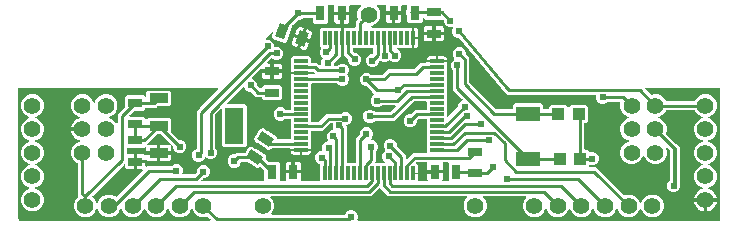
<source format=gbr>
G04 EAGLE Gerber X2 export*
G04 #@! %TF.Part,Single*
G04 #@! %TF.FileFunction,Copper,L1,Top,Mixed*
G04 #@! %TF.FilePolarity,Positive*
G04 #@! %TF.GenerationSoftware,Autodesk,EAGLE,8.6.0*
G04 #@! %TF.CreationDate,2018-03-03T07:32:50Z*
G75*
%MOMM*%
%FSLAX34Y34*%
%LPD*%
%AMOC8*
5,1,8,0,0,1.08239X$1,22.5*%
G01*
%ADD10R,1.100000X1.000000*%
%ADD11R,0.800000X1.200000*%
%ADD12R,1.200000X0.800000*%
%ADD13R,1.200000X0.300000*%
%ADD14R,0.300000X1.200000*%
%ADD15R,2.000000X1.300000*%
%ADD16R,1.600200X0.838200*%
%ADD17R,1.600200X3.098800*%
%ADD18C,1.422400*%
%ADD19C,0.254000*%
%ADD20C,0.604000*%
%ADD21C,0.304800*%

G36*
X185263Y42592D02*
X185263Y42592D01*
X185335Y42594D01*
X185384Y42612D01*
X185435Y42620D01*
X185498Y42654D01*
X185566Y42679D01*
X185606Y42711D01*
X185652Y42736D01*
X185702Y42787D01*
X185758Y42832D01*
X185786Y42876D01*
X185822Y42914D01*
X185852Y42979D01*
X185891Y43039D01*
X185903Y43090D01*
X185925Y43137D01*
X185933Y43208D01*
X185951Y43278D01*
X185947Y43330D01*
X185952Y43381D01*
X185937Y43452D01*
X185932Y43523D01*
X185911Y43571D01*
X185900Y43622D01*
X185863Y43683D01*
X185835Y43749D01*
X185791Y43805D01*
X185774Y43833D01*
X185756Y43848D01*
X185731Y43880D01*
X183937Y45674D01*
X183843Y45742D01*
X183748Y45812D01*
X183742Y45814D01*
X183737Y45818D01*
X183626Y45852D01*
X183514Y45888D01*
X183508Y45888D01*
X183502Y45890D01*
X183385Y45887D01*
X183268Y45886D01*
X183261Y45884D01*
X183256Y45884D01*
X183239Y45877D01*
X183107Y45839D01*
X181920Y45347D01*
X178080Y45347D01*
X174532Y46817D01*
X171817Y49532D01*
X170703Y52220D01*
X170665Y52281D01*
X170636Y52347D01*
X170601Y52385D01*
X170574Y52429D01*
X170518Y52475D01*
X170470Y52528D01*
X170424Y52553D01*
X170384Y52586D01*
X170317Y52612D01*
X170254Y52647D01*
X170203Y52656D01*
X170155Y52674D01*
X170083Y52678D01*
X170012Y52690D01*
X169961Y52683D01*
X169909Y52685D01*
X169840Y52665D01*
X169769Y52654D01*
X169723Y52631D01*
X169673Y52616D01*
X169614Y52576D01*
X169550Y52543D01*
X169513Y52506D01*
X169471Y52476D01*
X169428Y52419D01*
X169378Y52367D01*
X169343Y52305D01*
X169324Y52279D01*
X169317Y52256D01*
X169297Y52220D01*
X168183Y49532D01*
X165468Y46817D01*
X161920Y45347D01*
X158080Y45347D01*
X154532Y46817D01*
X151817Y49532D01*
X150703Y52220D01*
X150665Y52281D01*
X150636Y52347D01*
X150601Y52385D01*
X150574Y52429D01*
X150518Y52475D01*
X150470Y52528D01*
X150424Y52553D01*
X150384Y52586D01*
X150317Y52612D01*
X150254Y52647D01*
X150203Y52656D01*
X150155Y52674D01*
X150083Y52678D01*
X150012Y52690D01*
X149961Y52683D01*
X149909Y52685D01*
X149840Y52665D01*
X149769Y52654D01*
X149723Y52631D01*
X149673Y52616D01*
X149614Y52576D01*
X149550Y52543D01*
X149513Y52506D01*
X149471Y52476D01*
X149428Y52419D01*
X149378Y52367D01*
X149343Y52305D01*
X149324Y52279D01*
X149317Y52256D01*
X149297Y52220D01*
X148183Y49532D01*
X145468Y46817D01*
X141920Y45347D01*
X138080Y45347D01*
X134532Y46817D01*
X131817Y49532D01*
X130703Y52220D01*
X130665Y52281D01*
X130636Y52347D01*
X130601Y52385D01*
X130574Y52429D01*
X130518Y52475D01*
X130470Y52528D01*
X130424Y52553D01*
X130384Y52586D01*
X130317Y52612D01*
X130254Y52647D01*
X130203Y52656D01*
X130155Y52674D01*
X130083Y52678D01*
X130012Y52690D01*
X129961Y52683D01*
X129909Y52685D01*
X129840Y52665D01*
X129769Y52654D01*
X129723Y52631D01*
X129673Y52616D01*
X129614Y52576D01*
X129550Y52543D01*
X129513Y52506D01*
X129471Y52476D01*
X129428Y52419D01*
X129378Y52367D01*
X129343Y52305D01*
X129324Y52279D01*
X129317Y52256D01*
X129297Y52220D01*
X128183Y49532D01*
X125468Y46817D01*
X121920Y45347D01*
X118080Y45347D01*
X114532Y46817D01*
X111817Y49532D01*
X110703Y52220D01*
X110665Y52281D01*
X110636Y52347D01*
X110601Y52385D01*
X110574Y52429D01*
X110518Y52475D01*
X110470Y52528D01*
X110424Y52553D01*
X110384Y52586D01*
X110317Y52612D01*
X110254Y52647D01*
X110203Y52656D01*
X110155Y52674D01*
X110083Y52678D01*
X110012Y52690D01*
X109961Y52683D01*
X109909Y52685D01*
X109840Y52665D01*
X109769Y52654D01*
X109723Y52631D01*
X109673Y52616D01*
X109614Y52576D01*
X109550Y52543D01*
X109513Y52506D01*
X109471Y52476D01*
X109428Y52419D01*
X109378Y52367D01*
X109343Y52305D01*
X109324Y52279D01*
X109317Y52256D01*
X109297Y52220D01*
X108183Y49532D01*
X105468Y46817D01*
X101920Y45347D01*
X98080Y45347D01*
X94532Y46817D01*
X91817Y49532D01*
X90703Y52220D01*
X90665Y52281D01*
X90636Y52347D01*
X90601Y52385D01*
X90574Y52429D01*
X90518Y52475D01*
X90470Y52528D01*
X90424Y52553D01*
X90384Y52586D01*
X90317Y52612D01*
X90254Y52647D01*
X90203Y52656D01*
X90155Y52674D01*
X90083Y52678D01*
X90012Y52690D01*
X89961Y52683D01*
X89909Y52685D01*
X89840Y52665D01*
X89769Y52654D01*
X89723Y52631D01*
X89673Y52616D01*
X89614Y52576D01*
X89550Y52543D01*
X89513Y52506D01*
X89471Y52476D01*
X89428Y52419D01*
X89378Y52367D01*
X89343Y52305D01*
X89324Y52279D01*
X89317Y52256D01*
X89297Y52220D01*
X88183Y49532D01*
X85468Y46817D01*
X81920Y45347D01*
X78080Y45347D01*
X74532Y46817D01*
X71817Y49532D01*
X70347Y53080D01*
X70347Y56920D01*
X71817Y60468D01*
X73942Y62593D01*
X73953Y62609D01*
X73969Y62621D01*
X74012Y62688D01*
X74029Y62706D01*
X74040Y62730D01*
X74085Y62792D01*
X74091Y62811D01*
X74102Y62828D01*
X74121Y62903D01*
X74133Y62929D01*
X74136Y62957D01*
X74158Y63027D01*
X74157Y63047D01*
X74162Y63067D01*
X74156Y63140D01*
X74160Y63174D01*
X74153Y63207D01*
X74151Y63273D01*
X74144Y63292D01*
X74143Y63312D01*
X74117Y63373D01*
X74108Y63414D01*
X74087Y63449D01*
X74067Y63504D01*
X74054Y63520D01*
X74046Y63538D01*
X73996Y63602D01*
X73982Y63625D01*
X73966Y63639D01*
X73942Y63669D01*
X73689Y63922D01*
X73689Y90622D01*
X73670Y90736D01*
X73653Y90853D01*
X73651Y90858D01*
X73650Y90865D01*
X73595Y90967D01*
X73542Y91072D01*
X73537Y91076D01*
X73534Y91082D01*
X73451Y91161D01*
X73366Y91244D01*
X73360Y91248D01*
X73356Y91251D01*
X73339Y91259D01*
X73219Y91325D01*
X72032Y91817D01*
X69317Y94532D01*
X67847Y98080D01*
X67847Y101920D01*
X69317Y105468D01*
X72032Y108183D01*
X74785Y109324D01*
X74871Y109377D01*
X74960Y109425D01*
X74975Y109441D01*
X74994Y109453D01*
X75059Y109531D01*
X75128Y109605D01*
X75137Y109626D01*
X75151Y109643D01*
X75187Y109737D01*
X75229Y109829D01*
X75231Y109852D01*
X75239Y109872D01*
X75244Y109973D01*
X75254Y110074D01*
X75249Y110096D01*
X75250Y110118D01*
X75222Y110215D01*
X75199Y110314D01*
X75187Y110333D01*
X75181Y110354D01*
X75124Y110437D01*
X75071Y110524D01*
X75054Y110538D01*
X75041Y110556D01*
X74960Y110617D01*
X74882Y110682D01*
X74857Y110693D01*
X74844Y110703D01*
X74812Y110713D01*
X74729Y110751D01*
X73795Y111054D01*
X72441Y111744D01*
X71212Y112637D01*
X70137Y113712D01*
X69244Y114941D01*
X68554Y116295D01*
X68085Y117740D01*
X67968Y118477D01*
X76738Y118477D01*
X76758Y118480D01*
X76777Y118478D01*
X76879Y118500D01*
X76981Y118517D01*
X76998Y118526D01*
X77018Y118530D01*
X77107Y118583D01*
X77198Y118632D01*
X77212Y118646D01*
X77229Y118656D01*
X77296Y118735D01*
X77367Y118810D01*
X77376Y118828D01*
X77389Y118843D01*
X77427Y118939D01*
X77471Y119033D01*
X77473Y119053D01*
X77481Y119071D01*
X77499Y119238D01*
X77499Y120762D01*
X77496Y120782D01*
X77498Y120801D01*
X77476Y120903D01*
X77459Y121005D01*
X77450Y121022D01*
X77446Y121042D01*
X77393Y121131D01*
X77344Y121222D01*
X77330Y121236D01*
X77320Y121253D01*
X77241Y121320D01*
X77166Y121391D01*
X77148Y121400D01*
X77133Y121413D01*
X77037Y121452D01*
X76943Y121495D01*
X76923Y121497D01*
X76905Y121505D01*
X76738Y121523D01*
X67968Y121523D01*
X68085Y122260D01*
X68554Y123705D01*
X69244Y125059D01*
X70137Y126288D01*
X71212Y127363D01*
X72441Y128256D01*
X73795Y128946D01*
X74729Y129249D01*
X74819Y129296D01*
X74912Y129337D01*
X74928Y129352D01*
X74948Y129362D01*
X75018Y129435D01*
X75093Y129503D01*
X75103Y129523D01*
X75119Y129539D01*
X75163Y129630D01*
X75211Y129719D01*
X75215Y129741D01*
X75225Y129761D01*
X75237Y129861D01*
X75255Y129961D01*
X75252Y129983D01*
X75255Y130005D01*
X75234Y130104D01*
X75219Y130204D01*
X75209Y130224D01*
X75205Y130246D01*
X75154Y130333D01*
X75108Y130423D01*
X75092Y130439D01*
X75081Y130458D01*
X75005Y130524D01*
X74932Y130596D01*
X74908Y130609D01*
X74896Y130620D01*
X74865Y130632D01*
X74785Y130676D01*
X72032Y131817D01*
X69317Y134532D01*
X67847Y138080D01*
X67847Y141920D01*
X69317Y145468D01*
X72032Y148183D01*
X75580Y149653D01*
X79420Y149653D01*
X82968Y148183D01*
X85683Y145468D01*
X86797Y142780D01*
X86835Y142719D01*
X86864Y142653D01*
X86899Y142615D01*
X86926Y142571D01*
X86982Y142525D01*
X87030Y142472D01*
X87076Y142447D01*
X87116Y142414D01*
X87183Y142388D01*
X87246Y142353D01*
X87297Y142344D01*
X87345Y142326D01*
X87417Y142322D01*
X87488Y142310D01*
X87539Y142317D01*
X87591Y142315D01*
X87660Y142335D01*
X87731Y142346D01*
X87777Y142369D01*
X87827Y142384D01*
X87886Y142424D01*
X87950Y142457D01*
X87987Y142494D01*
X88029Y142524D01*
X88072Y142581D01*
X88122Y142633D01*
X88157Y142695D01*
X88176Y142721D01*
X88183Y142744D01*
X88203Y142780D01*
X89317Y145468D01*
X92032Y148183D01*
X95580Y149653D01*
X99420Y149653D01*
X102968Y148183D01*
X105683Y145468D01*
X107153Y141920D01*
X107153Y138080D01*
X105683Y134532D01*
X102968Y131817D01*
X100280Y130703D01*
X100219Y130665D01*
X100153Y130636D01*
X100115Y130601D01*
X100071Y130574D01*
X100025Y130518D01*
X99972Y130470D01*
X99947Y130424D01*
X99914Y130384D01*
X99888Y130317D01*
X99853Y130254D01*
X99844Y130203D01*
X99826Y130155D01*
X99822Y130083D01*
X99810Y130012D01*
X99817Y129961D01*
X99815Y129909D01*
X99835Y129840D01*
X99846Y129769D01*
X99869Y129723D01*
X99884Y129673D01*
X99924Y129614D01*
X99957Y129550D01*
X99994Y129513D01*
X100024Y129471D01*
X100081Y129428D01*
X100133Y129378D01*
X100195Y129343D01*
X100221Y129324D01*
X100244Y129317D01*
X100280Y129297D01*
X102968Y128183D01*
X105683Y125468D01*
X105725Y125368D01*
X105776Y125284D01*
X105822Y125199D01*
X105840Y125181D01*
X105854Y125159D01*
X105929Y125096D01*
X106000Y125029D01*
X106024Y125018D01*
X106044Y125002D01*
X106135Y124967D01*
X106223Y124926D01*
X106249Y124923D01*
X106273Y124913D01*
X106371Y124909D01*
X106467Y124899D01*
X106493Y124904D01*
X106519Y124903D01*
X106613Y124930D01*
X106708Y124951D01*
X106730Y124964D01*
X106755Y124972D01*
X106835Y125027D01*
X106919Y125077D01*
X106936Y125097D01*
X106957Y125112D01*
X107016Y125190D01*
X107079Y125264D01*
X107089Y125288D01*
X107104Y125309D01*
X107134Y125402D01*
X107171Y125492D01*
X107174Y125525D01*
X107180Y125543D01*
X107180Y125576D01*
X107189Y125659D01*
X107189Y132478D01*
X109644Y134934D01*
X109645Y134934D01*
X113436Y138725D01*
X113479Y138785D01*
X113523Y138831D01*
X113531Y138848D01*
X113549Y138869D01*
X113561Y138899D01*
X113580Y138925D01*
X113605Y139008D01*
X113627Y139054D01*
X113628Y139065D01*
X113641Y139097D01*
X113645Y139138D01*
X113652Y139160D01*
X113651Y139192D01*
X113659Y139264D01*
X113659Y147152D01*
X115148Y148641D01*
X129252Y148641D01*
X130155Y147738D01*
X130213Y147697D01*
X130265Y147647D01*
X130312Y147625D01*
X130354Y147595D01*
X130423Y147574D01*
X130488Y147544D01*
X130540Y147538D01*
X130590Y147522D01*
X130661Y147524D01*
X130732Y147516D01*
X130783Y147528D01*
X130835Y147529D01*
X130903Y147553D01*
X130973Y147569D01*
X131018Y147595D01*
X131066Y147613D01*
X131122Y147658D01*
X131184Y147695D01*
X131218Y147734D01*
X131258Y147767D01*
X131297Y147827D01*
X131344Y147882D01*
X131363Y147930D01*
X131391Y147974D01*
X131409Y148043D01*
X131436Y148110D01*
X131444Y148181D01*
X131452Y148212D01*
X131450Y148236D01*
X131454Y148277D01*
X131454Y151243D01*
X132943Y152732D01*
X151049Y152732D01*
X152538Y151243D01*
X152538Y140757D01*
X151049Y139268D01*
X140969Y139268D01*
X140879Y139254D01*
X140788Y139246D01*
X140758Y139234D01*
X140726Y139229D01*
X140645Y139186D01*
X140561Y139150D01*
X140529Y139124D01*
X140509Y139113D01*
X140501Y139105D01*
X140500Y139105D01*
X140485Y139089D01*
X140430Y139045D01*
X139674Y138289D01*
X131502Y138289D01*
X131482Y138286D01*
X131463Y138288D01*
X131361Y138266D01*
X131259Y138250D01*
X131242Y138240D01*
X131222Y138236D01*
X131133Y138183D01*
X131042Y138134D01*
X131028Y138120D01*
X131011Y138110D01*
X130944Y138031D01*
X130872Y137956D01*
X130864Y137938D01*
X130851Y137923D01*
X130812Y137827D01*
X130769Y137733D01*
X130767Y137713D01*
X130759Y137695D01*
X130741Y137528D01*
X130741Y137048D01*
X129252Y135559D01*
X121364Y135559D01*
X121274Y135545D01*
X121183Y135537D01*
X121153Y135525D01*
X121121Y135520D01*
X121040Y135477D01*
X120956Y135441D01*
X120924Y135415D01*
X120904Y135404D01*
X120881Y135381D01*
X120825Y135336D01*
X117429Y131940D01*
X117388Y131882D01*
X117338Y131830D01*
X117316Y131783D01*
X117286Y131741D01*
X117265Y131672D01*
X117235Y131607D01*
X117229Y131555D01*
X117214Y131505D01*
X117215Y131434D01*
X117208Y131363D01*
X117219Y131312D01*
X117220Y131260D01*
X117245Y131192D01*
X117260Y131122D01*
X117286Y131078D01*
X117304Y131029D01*
X117349Y130973D01*
X117386Y130911D01*
X117426Y130877D01*
X117458Y130837D01*
X117518Y130798D01*
X117573Y130751D01*
X117621Y130732D01*
X117665Y130704D01*
X117734Y130686D01*
X117801Y130659D01*
X117872Y130651D01*
X117904Y130643D01*
X117927Y130645D01*
X117968Y130641D01*
X129252Y130641D01*
X130794Y129099D01*
X130814Y129062D01*
X130839Y128994D01*
X130871Y128954D01*
X130896Y128908D01*
X130948Y128858D01*
X130992Y128802D01*
X131036Y128774D01*
X131074Y128738D01*
X131139Y128708D01*
X131199Y128669D01*
X131250Y128656D01*
X131297Y128635D01*
X131368Y128627D01*
X131438Y128609D01*
X131490Y128613D01*
X131541Y128607D01*
X131612Y128623D01*
X131683Y128628D01*
X131731Y128649D01*
X131782Y128660D01*
X131843Y128697D01*
X131909Y128725D01*
X131965Y128769D01*
X131993Y128786D01*
X132008Y128804D01*
X132040Y128829D01*
X132943Y129732D01*
X151049Y129732D01*
X152538Y128243D01*
X152538Y118353D01*
X152552Y118263D01*
X152560Y118172D01*
X152572Y118142D01*
X152577Y118110D01*
X152620Y118029D01*
X152656Y117945D01*
X152682Y117913D01*
X152693Y117893D01*
X152716Y117870D01*
X152761Y117815D01*
X159606Y110970D01*
X159679Y110917D01*
X159749Y110857D01*
X159779Y110845D01*
X159805Y110826D01*
X159892Y110799D01*
X159977Y110765D01*
X160018Y110761D01*
X160040Y110754D01*
X160073Y110755D01*
X160144Y110747D01*
X161106Y110747D01*
X163150Y109900D01*
X164714Y108336D01*
X165561Y106292D01*
X165561Y104080D01*
X164714Y102036D01*
X163150Y100472D01*
X161106Y99625D01*
X158894Y99625D01*
X156850Y100472D01*
X155286Y102036D01*
X154439Y104080D01*
X154439Y105042D01*
X154425Y105132D01*
X154417Y105223D01*
X154405Y105253D01*
X154400Y105285D01*
X154357Y105365D01*
X154321Y105450D01*
X154295Y105482D01*
X154284Y105502D01*
X154261Y105524D01*
X154216Y105580D01*
X153365Y106432D01*
X153346Y106446D01*
X153330Y106464D01*
X153246Y106517D01*
X153166Y106575D01*
X153143Y106582D01*
X153122Y106595D01*
X153025Y106618D01*
X152930Y106647D01*
X152906Y106647D01*
X152883Y106652D01*
X152784Y106644D01*
X152685Y106641D01*
X152662Y106633D01*
X152638Y106631D01*
X152547Y106591D01*
X152454Y106557D01*
X152435Y106542D01*
X152413Y106532D01*
X152339Y106465D01*
X152261Y106403D01*
X152248Y106383D01*
X152231Y106366D01*
X152182Y106280D01*
X152128Y106196D01*
X152123Y106173D01*
X152111Y106152D01*
X152093Y106054D01*
X152068Y105958D01*
X152070Y105933D01*
X152066Y105910D01*
X152080Y105812D01*
X152088Y105712D01*
X152097Y105690D01*
X152100Y105666D01*
X152168Y105513D01*
X152365Y105172D01*
X152538Y104525D01*
X152538Y101523D01*
X143519Y101523D01*
X143519Y106732D01*
X150331Y106732D01*
X150978Y106559D01*
X151319Y106362D01*
X151341Y106353D01*
X151361Y106339D01*
X151456Y106310D01*
X151549Y106275D01*
X151573Y106274D01*
X151596Y106267D01*
X151695Y106269D01*
X151795Y106266D01*
X151818Y106273D01*
X151842Y106273D01*
X151935Y106307D01*
X152030Y106335D01*
X152050Y106349D01*
X152073Y106358D01*
X152150Y106420D01*
X152232Y106477D01*
X152246Y106496D01*
X152265Y106511D01*
X152319Y106595D01*
X152377Y106675D01*
X152385Y106698D01*
X152398Y106718D01*
X152422Y106815D01*
X152452Y106909D01*
X152452Y106933D01*
X152458Y106957D01*
X152450Y107056D01*
X152449Y107155D01*
X152441Y107178D01*
X152439Y107202D01*
X152400Y107293D01*
X152367Y107387D01*
X152352Y107406D01*
X152342Y107428D01*
X152238Y107559D01*
X143751Y116045D01*
X143678Y116098D01*
X143608Y116158D01*
X143578Y116170D01*
X143552Y116189D01*
X143465Y116216D01*
X143380Y116250D01*
X143339Y116254D01*
X143317Y116261D01*
X143284Y116260D01*
X143213Y116268D01*
X140969Y116268D01*
X140879Y116254D01*
X140788Y116246D01*
X140758Y116234D01*
X140726Y116229D01*
X140645Y116186D01*
X140561Y116150D01*
X140529Y116124D01*
X140509Y116113D01*
X140486Y116090D01*
X140431Y116045D01*
X132195Y107810D01*
X132167Y107771D01*
X132132Y107738D01*
X132095Y107671D01*
X132051Y107610D01*
X132037Y107564D01*
X132014Y107522D01*
X132001Y107447D01*
X131979Y107375D01*
X131980Y107327D01*
X131972Y107280D01*
X131983Y107205D01*
X131985Y107129D01*
X132002Y107084D01*
X132009Y107036D01*
X132044Y106969D01*
X132070Y106898D01*
X132100Y106860D01*
X132122Y106818D01*
X132176Y106765D01*
X132223Y106706D01*
X132264Y106680D01*
X132298Y106646D01*
X132367Y106614D01*
X132430Y106573D01*
X132477Y106561D01*
X132520Y106540D01*
X132595Y106531D01*
X132669Y106513D01*
X132717Y106516D01*
X132764Y106511D01*
X132892Y106530D01*
X132914Y106532D01*
X132920Y106534D01*
X132930Y106536D01*
X133661Y106732D01*
X140473Y106732D01*
X140473Y101523D01*
X131454Y101523D01*
X131454Y104223D01*
X131443Y104294D01*
X131441Y104366D01*
X131423Y104415D01*
X131415Y104466D01*
X131381Y104529D01*
X131356Y104597D01*
X131324Y104637D01*
X131299Y104683D01*
X131247Y104733D01*
X131203Y104789D01*
X131159Y104817D01*
X131121Y104853D01*
X131056Y104883D01*
X130996Y104922D01*
X130945Y104935D01*
X130898Y104956D01*
X130827Y104964D01*
X130757Y104982D01*
X130705Y104978D01*
X130654Y104984D01*
X130583Y104968D01*
X130512Y104963D01*
X130464Y104942D01*
X130413Y104931D01*
X130352Y104894D01*
X130286Y104866D01*
X130230Y104822D01*
X130202Y104805D01*
X130187Y104787D01*
X130155Y104762D01*
X129352Y103959D01*
X115572Y103959D01*
X115552Y103956D01*
X115533Y103958D01*
X115431Y103936D01*
X115329Y103920D01*
X115312Y103910D01*
X115292Y103906D01*
X115203Y103853D01*
X115112Y103804D01*
X115098Y103790D01*
X115081Y103780D01*
X115014Y103701D01*
X114942Y103626D01*
X114934Y103608D01*
X114921Y103593D01*
X114882Y103497D01*
X114839Y103403D01*
X114837Y103383D01*
X114829Y103365D01*
X114811Y103198D01*
X114811Y99723D01*
X114830Y99607D01*
X114848Y99488D01*
X114850Y99485D01*
X114850Y99481D01*
X114906Y99376D01*
X114961Y99270D01*
X114964Y99267D01*
X114966Y99263D01*
X115051Y99182D01*
X115137Y99099D01*
X115141Y99097D01*
X115144Y99094D01*
X115251Y99044D01*
X115359Y98993D01*
X115363Y98992D01*
X115367Y98990D01*
X115483Y98977D01*
X115603Y98963D01*
X115608Y98964D01*
X115611Y98963D01*
X115625Y98966D01*
X115769Y98988D01*
X115966Y99041D01*
X120777Y99041D01*
X120777Y93262D01*
X120780Y93242D01*
X120778Y93223D01*
X120800Y93121D01*
X120817Y93019D01*
X120826Y93002D01*
X120830Y92982D01*
X120883Y92893D01*
X120932Y92802D01*
X120946Y92788D01*
X120956Y92771D01*
X121035Y92704D01*
X121110Y92633D01*
X121128Y92624D01*
X121143Y92611D01*
X121239Y92572D01*
X121333Y92529D01*
X121353Y92527D01*
X121371Y92519D01*
X121538Y92501D01*
X122301Y92501D01*
X122301Y92499D01*
X121538Y92499D01*
X121518Y92496D01*
X121499Y92498D01*
X121397Y92476D01*
X121295Y92459D01*
X121278Y92450D01*
X121258Y92446D01*
X121169Y92393D01*
X121078Y92344D01*
X121064Y92330D01*
X121047Y92320D01*
X120980Y92241D01*
X120909Y92166D01*
X120900Y92148D01*
X120887Y92133D01*
X120848Y92037D01*
X120805Y91943D01*
X120803Y91923D01*
X120795Y91905D01*
X120777Y91738D01*
X120777Y85959D01*
X115966Y85959D01*
X115319Y86132D01*
X114740Y86467D01*
X114267Y86940D01*
X113932Y87519D01*
X113759Y88166D01*
X113759Y89532D01*
X113748Y89603D01*
X113746Y89675D01*
X113728Y89724D01*
X113720Y89775D01*
X113686Y89838D01*
X113661Y89906D01*
X113629Y89946D01*
X113604Y89992D01*
X113552Y90042D01*
X113508Y90098D01*
X113464Y90126D01*
X113426Y90162D01*
X113361Y90192D01*
X113301Y90231D01*
X113250Y90243D01*
X113203Y90265D01*
X113132Y90273D01*
X113062Y90291D01*
X113010Y90287D01*
X112959Y90292D01*
X112888Y90277D01*
X112817Y90272D01*
X112769Y90251D01*
X112718Y90240D01*
X112657Y90203D01*
X112591Y90175D01*
X112535Y90131D01*
X112507Y90114D01*
X112492Y90096D01*
X112460Y90070D01*
X112355Y89966D01*
X86058Y63669D01*
X86047Y63653D01*
X86031Y63641D01*
X86003Y63596D01*
X85971Y63563D01*
X85951Y63519D01*
X85915Y63469D01*
X85909Y63451D01*
X85898Y63434D01*
X85883Y63374D01*
X85867Y63339D01*
X85863Y63300D01*
X85842Y63234D01*
X85843Y63214D01*
X85838Y63195D01*
X85843Y63126D01*
X85840Y63095D01*
X85847Y63063D01*
X85849Y62988D01*
X85856Y62970D01*
X85857Y62950D01*
X85886Y62881D01*
X85892Y62855D01*
X85906Y62831D01*
X85933Y62757D01*
X85946Y62742D01*
X85954Y62724D01*
X86058Y62593D01*
X88183Y60468D01*
X89297Y57780D01*
X89335Y57719D01*
X89364Y57653D01*
X89399Y57615D01*
X89426Y57571D01*
X89482Y57525D01*
X89530Y57472D01*
X89576Y57447D01*
X89616Y57414D01*
X89683Y57388D01*
X89746Y57353D01*
X89797Y57344D01*
X89845Y57326D01*
X89917Y57322D01*
X89988Y57310D01*
X90039Y57317D01*
X90091Y57315D01*
X90160Y57335D01*
X90231Y57346D01*
X90277Y57369D01*
X90327Y57384D01*
X90386Y57424D01*
X90450Y57457D01*
X90487Y57494D01*
X90529Y57524D01*
X90572Y57581D01*
X90622Y57633D01*
X90657Y57695D01*
X90676Y57721D01*
X90683Y57744D01*
X90703Y57780D01*
X91817Y60468D01*
X94532Y63183D01*
X98080Y64653D01*
X101920Y64653D01*
X105468Y63183D01*
X105593Y63058D01*
X105609Y63047D01*
X105621Y63031D01*
X105708Y62975D01*
X105792Y62915D01*
X105811Y62909D01*
X105828Y62898D01*
X105928Y62873D01*
X106027Y62842D01*
X106047Y62843D01*
X106067Y62838D01*
X106170Y62846D01*
X106273Y62849D01*
X106292Y62856D01*
X106312Y62857D01*
X106407Y62898D01*
X106504Y62933D01*
X106520Y62946D01*
X106538Y62954D01*
X106669Y63058D01*
X128271Y84660D01*
X128312Y84718D01*
X128362Y84770D01*
X128384Y84817D01*
X128414Y84859D01*
X128435Y84928D01*
X128465Y84993D01*
X128471Y85045D01*
X128486Y85095D01*
X128485Y85166D01*
X128492Y85237D01*
X128481Y85288D01*
X128480Y85340D01*
X128455Y85408D01*
X128440Y85478D01*
X128414Y85523D01*
X128396Y85571D01*
X128351Y85627D01*
X128314Y85689D01*
X128274Y85723D01*
X128242Y85763D01*
X128182Y85802D01*
X128127Y85849D01*
X128079Y85868D01*
X128035Y85896D01*
X127966Y85914D01*
X127899Y85941D01*
X127828Y85949D01*
X127796Y85957D01*
X127773Y85955D01*
X127732Y85959D01*
X123823Y85959D01*
X123823Y90977D01*
X130841Y90977D01*
X130841Y89068D01*
X130852Y88997D01*
X130854Y88925D01*
X130872Y88876D01*
X130880Y88825D01*
X130914Y88762D01*
X130939Y88694D01*
X130971Y88654D01*
X130996Y88608D01*
X131048Y88558D01*
X131092Y88502D01*
X131136Y88474D01*
X131174Y88438D01*
X131239Y88408D01*
X131299Y88369D01*
X131350Y88357D01*
X131397Y88335D01*
X131468Y88327D01*
X131538Y88309D01*
X131590Y88313D01*
X131641Y88308D01*
X131712Y88323D01*
X131783Y88328D01*
X131831Y88349D01*
X131882Y88360D01*
X131943Y88397D01*
X132009Y88425D01*
X132065Y88469D01*
X132093Y88486D01*
X132108Y88504D01*
X132140Y88529D01*
X132422Y88811D01*
X152631Y88811D01*
X152721Y88825D01*
X152812Y88833D01*
X152842Y88845D01*
X152874Y88850D01*
X152955Y88893D01*
X153039Y88929D01*
X153071Y88955D01*
X153091Y88966D01*
X153114Y88989D01*
X153170Y89034D01*
X153850Y89714D01*
X155894Y90561D01*
X158106Y90561D01*
X160150Y89714D01*
X161714Y88150D01*
X162561Y86106D01*
X162561Y83894D01*
X162134Y82863D01*
X162123Y82819D01*
X162104Y82777D01*
X162095Y82700D01*
X162078Y82624D01*
X162082Y82578D01*
X162077Y82533D01*
X162093Y82456D01*
X162101Y82379D01*
X162119Y82337D01*
X162129Y82292D01*
X162169Y82225D01*
X162201Y82154D01*
X162232Y82120D01*
X162255Y82081D01*
X162314Y82030D01*
X162367Y81973D01*
X162407Y81951D01*
X162442Y81921D01*
X162514Y81892D01*
X162583Y81855D01*
X162628Y81846D01*
X162670Y81829D01*
X162806Y81814D01*
X162825Y81811D01*
X162830Y81812D01*
X162837Y81811D01*
X172106Y81811D01*
X172196Y81825D01*
X172287Y81833D01*
X172317Y81845D01*
X172349Y81850D01*
X172430Y81893D01*
X172514Y81929D01*
X172546Y81955D01*
X172566Y81966D01*
X172589Y81989D01*
X172644Y82034D01*
X174216Y83606D01*
X174269Y83679D01*
X174329Y83749D01*
X174341Y83779D01*
X174360Y83805D01*
X174387Y83892D01*
X174421Y83977D01*
X174425Y84018D01*
X174432Y84040D01*
X174431Y84073D01*
X174439Y84144D01*
X174439Y85106D01*
X175286Y87150D01*
X176850Y88714D01*
X178894Y89561D01*
X181106Y89561D01*
X183150Y88714D01*
X184714Y87150D01*
X185561Y85106D01*
X185561Y82894D01*
X184714Y80850D01*
X183150Y79286D01*
X181106Y78439D01*
X180144Y78439D01*
X180054Y78425D01*
X179963Y78417D01*
X179933Y78405D01*
X179901Y78400D01*
X179821Y78357D01*
X179736Y78321D01*
X179704Y78295D01*
X179684Y78284D01*
X179662Y78261D01*
X179606Y78216D01*
X178499Y77110D01*
X178458Y77052D01*
X178408Y77000D01*
X178386Y76953D01*
X178356Y76911D01*
X178335Y76842D01*
X178305Y76777D01*
X178299Y76725D01*
X178284Y76675D01*
X178285Y76604D01*
X178278Y76533D01*
X178289Y76482D01*
X178290Y76430D01*
X178315Y76362D01*
X178330Y76292D01*
X178356Y76247D01*
X178374Y76199D01*
X178419Y76143D01*
X178456Y76081D01*
X178496Y76047D01*
X178528Y76007D01*
X178588Y75968D01*
X178643Y75921D01*
X178691Y75902D01*
X178735Y75874D01*
X178804Y75856D01*
X178871Y75829D01*
X178942Y75821D01*
X178973Y75813D01*
X178997Y75815D01*
X179038Y75811D01*
X230760Y75811D01*
X230830Y75822D01*
X230902Y75824D01*
X230951Y75842D01*
X231002Y75850D01*
X231066Y75884D01*
X231133Y75909D01*
X231174Y75941D01*
X231220Y75966D01*
X231269Y76018D01*
X231325Y76062D01*
X231353Y76106D01*
X231389Y76144D01*
X231419Y76209D01*
X231458Y76269D01*
X231471Y76320D01*
X231493Y76367D01*
X231501Y76438D01*
X231518Y76508D01*
X231514Y76560D01*
X231520Y76611D01*
X231505Y76682D01*
X231499Y76753D01*
X231479Y76801D01*
X231468Y76852D01*
X231467Y76853D01*
X231467Y84830D01*
X231453Y84920D01*
X231445Y85011D01*
X231433Y85040D01*
X231428Y85072D01*
X231385Y85153D01*
X231349Y85237D01*
X231323Y85269D01*
X231312Y85290D01*
X231289Y85312D01*
X231244Y85368D01*
X229057Y87555D01*
X228968Y87619D01*
X228881Y87686D01*
X228868Y87691D01*
X228857Y87699D01*
X228752Y87731D01*
X228649Y87767D01*
X228635Y87767D01*
X228622Y87771D01*
X228512Y87768D01*
X228403Y87769D01*
X228390Y87765D01*
X228376Y87765D01*
X228273Y87727D01*
X228169Y87693D01*
X228158Y87685D01*
X228145Y87680D01*
X228059Y87612D01*
X228003Y87570D01*
X225912Y87064D01*
X225388Y87384D01*
X225387Y87384D01*
X224140Y88145D01*
X222893Y88907D01*
X221646Y89668D01*
X220399Y90429D01*
X219152Y91190D01*
X217172Y92399D01*
X217171Y92399D01*
X217170Y92400D01*
X217050Y92449D01*
X216944Y92492D01*
X216943Y92492D01*
X216942Y92492D01*
X216775Y92511D01*
X212322Y92511D01*
X212302Y92507D01*
X212283Y92509D01*
X212181Y92487D01*
X212079Y92471D01*
X212062Y92461D01*
X212042Y92457D01*
X211953Y92404D01*
X211862Y92356D01*
X211848Y92341D01*
X211831Y92331D01*
X211764Y92252D01*
X211692Y92177D01*
X211684Y92159D01*
X211671Y92144D01*
X211649Y92088D01*
X211619Y92034D01*
X210714Y89850D01*
X209150Y88286D01*
X207106Y87439D01*
X204894Y87439D01*
X202850Y88286D01*
X201286Y89850D01*
X200439Y91894D01*
X200439Y94106D01*
X201286Y96150D01*
X202850Y97714D01*
X204894Y98561D01*
X205856Y98561D01*
X205946Y98575D01*
X206037Y98583D01*
X206067Y98595D01*
X206099Y98600D01*
X206180Y98643D01*
X206264Y98679D01*
X206296Y98705D01*
X206316Y98716D01*
X206339Y98739D01*
X206394Y98784D01*
X207743Y100132D01*
X215193Y100132D01*
X215250Y100141D01*
X215309Y100141D01*
X215371Y100161D01*
X215436Y100172D01*
X215487Y100199D01*
X215543Y100217D01*
X215595Y100256D01*
X215653Y100287D01*
X215693Y100329D01*
X215740Y100364D01*
X215800Y100442D01*
X215822Y100465D01*
X215828Y100478D01*
X215843Y100497D01*
X218642Y105084D01*
X220688Y105578D01*
X222697Y104352D01*
X223944Y103591D01*
X225191Y102830D01*
X226438Y102069D01*
X227685Y101307D01*
X228932Y100546D01*
X228933Y100546D01*
X230180Y99785D01*
X231427Y99024D01*
X232674Y98262D01*
X232727Y98230D01*
X233222Y96184D01*
X232770Y95444D01*
X232750Y95395D01*
X232722Y95350D01*
X232704Y95281D01*
X232678Y95216D01*
X232675Y95163D01*
X232662Y95111D01*
X232667Y95041D01*
X232663Y94970D01*
X232677Y94919D01*
X232681Y94866D01*
X232708Y94801D01*
X232727Y94733D01*
X232756Y94689D01*
X232777Y94640D01*
X232847Y94552D01*
X232863Y94528D01*
X232872Y94522D01*
X232882Y94509D01*
X234634Y92757D01*
X234707Y92704D01*
X234777Y92645D01*
X234807Y92632D01*
X234833Y92614D01*
X234920Y92587D01*
X235005Y92553D01*
X235046Y92548D01*
X235068Y92541D01*
X235101Y92542D01*
X235172Y92534D01*
X243060Y92534D01*
X244549Y91046D01*
X244549Y76832D01*
X244523Y76777D01*
X244517Y76725D01*
X244502Y76676D01*
X244504Y76604D01*
X244496Y76533D01*
X244507Y76482D01*
X244508Y76430D01*
X244533Y76362D01*
X244548Y76292D01*
X244575Y76248D01*
X244593Y76199D01*
X244638Y76143D01*
X244674Y76081D01*
X244714Y76047D01*
X244746Y76007D01*
X244807Y75968D01*
X244861Y75921D01*
X244910Y75902D01*
X244953Y75874D01*
X245023Y75856D01*
X245090Y75829D01*
X245161Y75821D01*
X245192Y75813D01*
X245215Y75815D01*
X245256Y75811D01*
X249016Y75811D01*
X249110Y75826D01*
X249205Y75835D01*
X249231Y75846D01*
X249259Y75850D01*
X249343Y75895D01*
X249430Y75933D01*
X249451Y75952D01*
X249476Y75966D01*
X249542Y76035D01*
X249612Y76099D01*
X249626Y76123D01*
X249645Y76144D01*
X249686Y76231D01*
X249732Y76314D01*
X249737Y76341D01*
X249749Y76367D01*
X249760Y76462D01*
X249777Y76556D01*
X249773Y76583D01*
X249776Y76611D01*
X249756Y76705D01*
X249742Y76799D01*
X249728Y76831D01*
X249724Y76852D01*
X249707Y76880D01*
X249675Y76953D01*
X249640Y77013D01*
X249467Y77659D01*
X249467Y82470D01*
X255246Y82470D01*
X255266Y82473D01*
X255285Y82471D01*
X255387Y82493D01*
X255489Y82510D01*
X255506Y82519D01*
X255526Y82523D01*
X255615Y82577D01*
X255706Y82625D01*
X255720Y82639D01*
X255737Y82650D01*
X255804Y82728D01*
X255875Y82803D01*
X255884Y82821D01*
X255897Y82837D01*
X255936Y82933D01*
X255979Y83026D01*
X255981Y83046D01*
X255989Y83065D01*
X256007Y83231D01*
X256007Y83994D01*
X256009Y83994D01*
X256009Y83231D01*
X256012Y83212D01*
X256010Y83192D01*
X256032Y83091D01*
X256049Y82989D01*
X256058Y82971D01*
X256062Y82952D01*
X256115Y82863D01*
X256164Y82771D01*
X256178Y82758D01*
X256188Y82741D01*
X256267Y82673D01*
X256342Y82602D01*
X256360Y82594D01*
X256375Y82581D01*
X256471Y82542D01*
X256565Y82498D01*
X256585Y82496D01*
X256603Y82489D01*
X256770Y82470D01*
X262549Y82470D01*
X262549Y77659D01*
X262376Y77013D01*
X262341Y76953D01*
X262307Y76863D01*
X262267Y76777D01*
X262264Y76749D01*
X262254Y76723D01*
X262250Y76627D01*
X262240Y76533D01*
X262246Y76505D01*
X262245Y76477D01*
X262272Y76385D01*
X262292Y76292D01*
X262307Y76268D01*
X262315Y76241D01*
X262369Y76163D01*
X262418Y76081D01*
X262440Y76063D01*
X262456Y76040D01*
X262533Y75983D01*
X262605Y75921D01*
X262631Y75911D01*
X262654Y75894D01*
X262745Y75865D01*
X262833Y75829D01*
X262869Y75825D01*
X262888Y75819D01*
X262921Y75819D01*
X263000Y75811D01*
X277712Y75811D01*
X277732Y75814D01*
X277752Y75812D01*
X277853Y75834D01*
X277955Y75850D01*
X277973Y75860D01*
X277992Y75864D01*
X278081Y75917D01*
X278172Y75966D01*
X278186Y75980D01*
X278203Y75990D01*
X278270Y76069D01*
X278342Y76144D01*
X278350Y76162D01*
X278363Y76177D01*
X278402Y76273D01*
X278445Y76367D01*
X278448Y76387D01*
X278455Y76405D01*
X278473Y76572D01*
X278473Y89549D01*
X278487Y89562D01*
X278525Y89630D01*
X278570Y89693D01*
X278584Y89737D01*
X278606Y89777D01*
X278620Y89854D01*
X278643Y89928D01*
X278641Y89974D01*
X278649Y90019D01*
X278638Y90096D01*
X278636Y90174D01*
X278620Y90217D01*
X278614Y90263D01*
X278578Y90332D01*
X278552Y90405D01*
X278523Y90441D01*
X278502Y90482D01*
X278447Y90537D01*
X278398Y90597D01*
X278359Y90622D01*
X278327Y90654D01*
X278207Y90720D01*
X278191Y90730D01*
X278186Y90731D01*
X278180Y90735D01*
X276850Y91286D01*
X275286Y92850D01*
X274439Y94894D01*
X274439Y97106D01*
X275286Y99150D01*
X276850Y100714D01*
X278894Y101561D01*
X279852Y101561D01*
X279897Y101568D01*
X279943Y101566D01*
X280018Y101588D01*
X280095Y101600D01*
X280135Y101622D01*
X280180Y101635D01*
X280244Y101679D01*
X280312Y101716D01*
X280344Y101749D01*
X280382Y101775D01*
X280428Y101838D01*
X280482Y101894D01*
X280501Y101935D01*
X280528Y101972D01*
X280553Y102047D01*
X280585Y102117D01*
X280590Y102163D01*
X280605Y102206D01*
X280604Y102284D01*
X280612Y102361D01*
X280603Y102406D01*
X280602Y102452D01*
X280564Y102583D01*
X280560Y102602D01*
X280558Y102606D01*
X280555Y102613D01*
X280439Y102894D01*
X280439Y105106D01*
X281286Y107150D01*
X282850Y108714D01*
X285030Y109617D01*
X285069Y109641D01*
X285112Y109657D01*
X285173Y109706D01*
X285239Y109747D01*
X285269Y109782D01*
X285304Y109811D01*
X285346Y109876D01*
X285396Y109936D01*
X285413Y109979D01*
X285437Y110018D01*
X285456Y110093D01*
X285484Y110166D01*
X285486Y110212D01*
X285497Y110256D01*
X285491Y110334D01*
X285495Y110412D01*
X285482Y110456D01*
X285478Y110501D01*
X285448Y110573D01*
X285426Y110648D01*
X285400Y110686D01*
X285382Y110728D01*
X285319Y110807D01*
X285309Y110823D01*
X285299Y110832D01*
X285297Y110834D01*
X285286Y110850D01*
X284439Y112894D01*
X284439Y115106D01*
X285286Y117150D01*
X286850Y118714D01*
X288894Y119561D01*
X289343Y119561D01*
X289389Y119568D01*
X289435Y119566D01*
X289510Y119588D01*
X289586Y119600D01*
X289627Y119622D01*
X289671Y119635D01*
X289735Y119679D01*
X289804Y119716D01*
X289835Y119749D01*
X289873Y119775D01*
X289919Y119837D01*
X289973Y119894D01*
X289992Y119936D01*
X290020Y119972D01*
X290044Y120046D01*
X290077Y120117D01*
X290082Y120163D01*
X290096Y120206D01*
X290095Y120284D01*
X290104Y120361D01*
X290094Y120406D01*
X290094Y120452D01*
X290055Y120583D01*
X290051Y120602D01*
X290049Y120606D01*
X290047Y120613D01*
X289439Y122080D01*
X289439Y124428D01*
X289436Y124448D01*
X289438Y124467D01*
X289416Y124569D01*
X289400Y124671D01*
X289390Y124688D01*
X289386Y124708D01*
X289333Y124797D01*
X289284Y124888D01*
X289270Y124902D01*
X289260Y124919D01*
X289181Y124986D01*
X289106Y125058D01*
X289088Y125066D01*
X289073Y125079D01*
X288977Y125118D01*
X288883Y125161D01*
X288863Y125163D01*
X288845Y125171D01*
X288678Y125189D01*
X287894Y125189D01*
X287804Y125175D01*
X287713Y125167D01*
X287683Y125155D01*
X287651Y125150D01*
X287570Y125107D01*
X287486Y125071D01*
X287454Y125045D01*
X287434Y125034D01*
X287411Y125011D01*
X287356Y124966D01*
X281066Y118677D01*
X271816Y118677D01*
X271796Y118674D01*
X271777Y118676D01*
X271675Y118654D01*
X271573Y118638D01*
X271556Y118628D01*
X271536Y118624D01*
X271447Y118571D01*
X271356Y118522D01*
X271342Y118508D01*
X271325Y118498D01*
X271258Y118419D01*
X271187Y118344D01*
X271178Y118326D01*
X271165Y118311D01*
X271127Y118215D01*
X271083Y118121D01*
X271081Y118101D01*
X271073Y118083D01*
X271055Y117916D01*
X271055Y104815D01*
X271044Y104791D01*
X271037Y104736D01*
X271020Y104682D01*
X271022Y104614D01*
X271014Y104547D01*
X271026Y104469D01*
X271027Y104436D01*
X271034Y104416D01*
X271039Y104381D01*
X271055Y104322D01*
X271055Y103249D01*
X262515Y103249D01*
X262514Y103249D01*
X253888Y103249D01*
X253867Y103285D01*
X253819Y103376D01*
X253804Y103390D01*
X253794Y103407D01*
X253715Y103474D01*
X253640Y103546D01*
X253622Y103554D01*
X253607Y103567D01*
X253511Y103606D01*
X253417Y103649D01*
X253397Y103651D01*
X253379Y103659D01*
X253212Y103677D01*
X238223Y103677D01*
X238166Y103668D01*
X238107Y103668D01*
X238045Y103648D01*
X237981Y103638D01*
X237929Y103610D01*
X237874Y103592D01*
X237821Y103553D01*
X237763Y103522D01*
X237723Y103480D01*
X237676Y103445D01*
X237616Y103367D01*
X237594Y103344D01*
X237588Y103331D01*
X237574Y103313D01*
X237336Y102923D01*
X235290Y102428D01*
X234993Y102609D01*
X233746Y103370D01*
X232499Y104132D01*
X231252Y104893D01*
X230005Y105654D01*
X228758Y106415D01*
X228757Y106415D01*
X227511Y107177D01*
X227510Y107177D01*
X226263Y107938D01*
X225016Y108699D01*
X223769Y109460D01*
X223251Y109777D01*
X222756Y111822D01*
X228021Y120447D01*
X230066Y120942D01*
X233550Y118816D01*
X234797Y118055D01*
X236044Y117294D01*
X237291Y116532D01*
X238538Y115771D01*
X239785Y115010D01*
X241032Y114249D01*
X242105Y113594D01*
X242520Y111881D01*
X242540Y111832D01*
X242552Y111780D01*
X242588Y111720D01*
X242616Y111654D01*
X242651Y111615D01*
X242678Y111569D01*
X242732Y111523D01*
X242778Y111470D01*
X242825Y111444D01*
X242865Y111409D01*
X242930Y111383D01*
X242992Y111347D01*
X243044Y111337D01*
X243093Y111317D01*
X243205Y111305D01*
X243233Y111299D01*
X243243Y111301D01*
X243260Y111299D01*
X253212Y111299D01*
X253232Y111302D01*
X253252Y111300D01*
X253353Y111322D01*
X253455Y111338D01*
X253473Y111348D01*
X253492Y111352D01*
X253581Y111405D01*
X253672Y111454D01*
X253686Y111468D01*
X253703Y111478D01*
X253770Y111557D01*
X253842Y111632D01*
X253850Y111650D01*
X253863Y111665D01*
X253902Y111761D01*
X253945Y111855D01*
X253948Y111875D01*
X253955Y111893D01*
X253973Y112060D01*
X253973Y127916D01*
X253970Y127936D01*
X253972Y127955D01*
X253950Y128057D01*
X253934Y128159D01*
X253924Y128176D01*
X253920Y128196D01*
X253867Y128285D01*
X253819Y128376D01*
X253804Y128390D01*
X253794Y128407D01*
X253715Y128474D01*
X253640Y128546D01*
X253622Y128554D01*
X253607Y128567D01*
X253511Y128606D01*
X253417Y128649D01*
X253397Y128651D01*
X253379Y128659D01*
X253212Y128677D01*
X249043Y128677D01*
X248953Y128663D01*
X248862Y128655D01*
X248832Y128643D01*
X248800Y128638D01*
X248719Y128595D01*
X248635Y128559D01*
X248603Y128533D01*
X248583Y128522D01*
X248560Y128499D01*
X248504Y128454D01*
X248150Y128100D01*
X246106Y127253D01*
X243894Y127253D01*
X241850Y128100D01*
X240286Y129664D01*
X239439Y131708D01*
X239439Y133920D01*
X240286Y135964D01*
X241850Y137528D01*
X243894Y138375D01*
X246106Y138375D01*
X248150Y137528D01*
X249156Y136522D01*
X249230Y136469D01*
X249300Y136409D01*
X249330Y136397D01*
X249356Y136378D01*
X249443Y136351D01*
X249528Y136317D01*
X249569Y136313D01*
X249591Y136306D01*
X249623Y136307D01*
X249695Y136299D01*
X253212Y136299D01*
X253232Y136302D01*
X253252Y136300D01*
X253353Y136322D01*
X253455Y136338D01*
X253473Y136348D01*
X253492Y136352D01*
X253581Y136405D01*
X253672Y136454D01*
X253686Y136468D01*
X253703Y136478D01*
X253770Y136557D01*
X253842Y136632D01*
X253850Y136650D01*
X253863Y136665D01*
X253902Y136761D01*
X253945Y136855D01*
X253948Y136875D01*
X253955Y136893D01*
X253973Y137060D01*
X253973Y165161D01*
X253985Y165185D01*
X253992Y165240D01*
X254008Y165294D01*
X254006Y165362D01*
X254015Y165429D01*
X254003Y165507D01*
X254002Y165540D01*
X253995Y165560D01*
X253989Y165595D01*
X253973Y165654D01*
X253973Y166727D01*
X262514Y166727D01*
X262515Y166727D01*
X271140Y166727D01*
X271161Y166691D01*
X271210Y166600D01*
X271224Y166586D01*
X271234Y166569D01*
X271313Y166502D01*
X271388Y166430D01*
X271406Y166422D01*
X271421Y166409D01*
X271518Y166370D01*
X271611Y166327D01*
X271631Y166325D01*
X271649Y166317D01*
X271816Y166299D01*
X273474Y166299D01*
X273545Y166310D01*
X273617Y166312D01*
X273666Y166330D01*
X273717Y166338D01*
X273780Y166372D01*
X273848Y166397D01*
X273888Y166429D01*
X273934Y166454D01*
X273984Y166506D01*
X274040Y166550D01*
X274068Y166594D01*
X274104Y166632D01*
X274134Y166697D01*
X274173Y166757D01*
X274185Y166808D01*
X274207Y166855D01*
X274215Y166926D01*
X274233Y166996D01*
X274229Y167048D01*
X274234Y167099D01*
X274219Y167170D01*
X274214Y167241D01*
X274193Y167289D01*
X274182Y167340D01*
X274145Y167401D01*
X274117Y167467D01*
X274073Y167523D01*
X274056Y167551D01*
X274038Y167566D01*
X274013Y167598D01*
X273156Y168454D01*
X273082Y168507D01*
X273013Y168567D01*
X272983Y168579D01*
X272957Y168598D01*
X272870Y168625D01*
X272785Y168659D01*
X272744Y168663D01*
X272722Y168670D01*
X272689Y168669D01*
X272618Y168677D01*
X271816Y168677D01*
X271796Y168674D01*
X271777Y168676D01*
X271675Y168654D01*
X271573Y168638D01*
X271556Y168628D01*
X271536Y168624D01*
X271447Y168571D01*
X271356Y168522D01*
X271342Y168508D01*
X271325Y168498D01*
X271258Y168419D01*
X271187Y168344D01*
X271178Y168326D01*
X271165Y168311D01*
X271141Y168249D01*
X262515Y168249D01*
X262514Y168249D01*
X253973Y168249D01*
X253973Y169322D01*
X253989Y169381D01*
X253996Y169449D01*
X254013Y169515D01*
X254008Y169570D01*
X254014Y169626D01*
X253999Y169692D01*
X253993Y169760D01*
X253973Y169806D01*
X253973Y180040D01*
X255462Y181529D01*
X269567Y181529D01*
X271055Y180040D01*
X271055Y177060D01*
X271058Y177040D01*
X271056Y177021D01*
X271078Y176919D01*
X271095Y176817D01*
X271104Y176800D01*
X271108Y176780D01*
X271161Y176691D01*
X271210Y176600D01*
X271224Y176586D01*
X271234Y176569D01*
X271313Y176502D01*
X271388Y176430D01*
X271406Y176422D01*
X271421Y176409D01*
X271518Y176370D01*
X271611Y176327D01*
X271631Y176325D01*
X271649Y176317D01*
X271816Y176299D01*
X276090Y176299D01*
X278140Y174249D01*
X278198Y174208D01*
X278250Y174158D01*
X278297Y174136D01*
X278339Y174106D01*
X278408Y174085D01*
X278473Y174055D01*
X278525Y174049D01*
X278575Y174034D01*
X278646Y174035D01*
X278717Y174028D01*
X278768Y174039D01*
X278820Y174040D01*
X278888Y174065D01*
X278958Y174080D01*
X279003Y174106D01*
X279051Y174124D01*
X279107Y174169D01*
X279169Y174206D01*
X279203Y174246D01*
X279243Y174278D01*
X279282Y174338D01*
X279329Y174393D01*
X279348Y174441D01*
X279376Y174485D01*
X279394Y174554D01*
X279421Y174621D01*
X279429Y174692D01*
X279437Y174724D01*
X279435Y174747D01*
X279439Y174788D01*
X279439Y177106D01*
X280286Y179150D01*
X280598Y179462D01*
X280609Y179478D01*
X280625Y179490D01*
X280681Y179578D01*
X280741Y179661D01*
X280747Y179680D01*
X280758Y179697D01*
X280783Y179798D01*
X280814Y179896D01*
X280813Y179916D01*
X280818Y179936D01*
X280810Y180039D01*
X280807Y180142D01*
X280800Y180161D01*
X280799Y180181D01*
X280758Y180276D01*
X280723Y180373D01*
X280710Y180389D01*
X280702Y180407D01*
X280598Y180538D01*
X279286Y181850D01*
X278439Y183894D01*
X278439Y186106D01*
X279286Y188150D01*
X279484Y188348D01*
X279496Y188364D01*
X279511Y188377D01*
X279567Y188464D01*
X279628Y188548D01*
X279634Y188567D01*
X279644Y188584D01*
X279670Y188684D01*
X279700Y188783D01*
X279700Y188803D01*
X279704Y188822D01*
X279696Y188925D01*
X279694Y189029D01*
X279687Y189048D01*
X279685Y189068D01*
X279645Y189163D01*
X279609Y189260D01*
X279597Y189276D01*
X279589Y189294D01*
X279484Y189425D01*
X278473Y190436D01*
X278473Y204540D01*
X279962Y206029D01*
X295187Y206029D01*
X295211Y206017D01*
X295267Y206011D01*
X295320Y205994D01*
X295388Y205996D01*
X295455Y205988D01*
X295533Y206000D01*
X295566Y206000D01*
X295586Y206008D01*
X295621Y206013D01*
X295680Y206029D01*
X296753Y206029D01*
X296753Y197488D01*
X296753Y188862D01*
X296717Y188841D01*
X296626Y188792D01*
X296612Y188778D01*
X296595Y188768D01*
X296528Y188689D01*
X296457Y188614D01*
X296448Y188596D01*
X296435Y188581D01*
X296397Y188485D01*
X296353Y188391D01*
X296351Y188371D01*
X296343Y188353D01*
X296325Y188186D01*
X296325Y181936D01*
X290784Y176394D01*
X290731Y176321D01*
X290671Y176251D01*
X290659Y176221D01*
X290640Y176195D01*
X290613Y176108D01*
X290579Y176023D01*
X290575Y175982D01*
X290568Y175960D01*
X290569Y175927D01*
X290561Y175856D01*
X290561Y174894D01*
X290548Y174863D01*
X290538Y174819D01*
X290518Y174777D01*
X290510Y174700D01*
X290492Y174624D01*
X290496Y174578D01*
X290491Y174533D01*
X290508Y174456D01*
X290515Y174379D01*
X290534Y174337D01*
X290543Y174292D01*
X290583Y174225D01*
X290615Y174154D01*
X290646Y174120D01*
X290670Y174081D01*
X290729Y174030D01*
X290781Y173973D01*
X290822Y173951D01*
X290856Y173921D01*
X290929Y173892D01*
X290997Y173855D01*
X291042Y173846D01*
X291085Y173829D01*
X291220Y173814D01*
X291239Y173811D01*
X291244Y173812D01*
X291251Y173811D01*
X293131Y173811D01*
X293221Y173825D01*
X293312Y173833D01*
X293342Y173845D01*
X293374Y173850D01*
X293455Y173893D01*
X293539Y173929D01*
X293571Y173955D01*
X293592Y173966D01*
X293614Y173989D01*
X293670Y174034D01*
X294350Y174714D01*
X296394Y175561D01*
X298606Y175561D01*
X300650Y174714D01*
X302214Y173150D01*
X303061Y171106D01*
X303061Y168894D01*
X302214Y166850D01*
X302126Y166762D01*
X302115Y166746D01*
X302099Y166734D01*
X302043Y166647D01*
X301983Y166563D01*
X301977Y166544D01*
X301966Y166527D01*
X301941Y166427D01*
X301910Y166328D01*
X301911Y166308D01*
X301906Y166288D01*
X301914Y166185D01*
X301917Y166082D01*
X301924Y166063D01*
X301925Y166043D01*
X301966Y165948D01*
X302001Y165851D01*
X302014Y165835D01*
X302022Y165817D01*
X302126Y165686D01*
X302226Y165586D01*
X303073Y163542D01*
X303073Y161330D01*
X302226Y159286D01*
X300662Y157722D01*
X298618Y156875D01*
X296406Y156875D01*
X294362Y157722D01*
X293630Y158454D01*
X293556Y158507D01*
X293486Y158567D01*
X293456Y158579D01*
X293430Y158598D01*
X293343Y158625D01*
X293258Y158659D01*
X293217Y158663D01*
X293195Y158670D01*
X293163Y158669D01*
X293091Y158677D01*
X271816Y158677D01*
X271796Y158674D01*
X271777Y158676D01*
X271675Y158654D01*
X271573Y158638D01*
X271556Y158628D01*
X271536Y158624D01*
X271447Y158571D01*
X271356Y158522D01*
X271342Y158508D01*
X271325Y158498D01*
X271258Y158419D01*
X271187Y158344D01*
X271178Y158326D01*
X271165Y158311D01*
X271127Y158215D01*
X271083Y158121D01*
X271081Y158101D01*
X271073Y158083D01*
X271055Y157916D01*
X271055Y127060D01*
X271057Y127048D01*
X271056Y127040D01*
X271057Y127033D01*
X271056Y127021D01*
X271078Y126919D01*
X271095Y126817D01*
X271104Y126800D01*
X271108Y126780D01*
X271161Y126691D01*
X271210Y126600D01*
X271224Y126586D01*
X271234Y126569D01*
X271313Y126502D01*
X271388Y126430D01*
X271406Y126422D01*
X271421Y126409D01*
X271518Y126370D01*
X271611Y126327D01*
X271631Y126325D01*
X271649Y126317D01*
X271816Y126299D01*
X277594Y126299D01*
X277684Y126313D01*
X277775Y126321D01*
X277805Y126333D01*
X277837Y126338D01*
X277918Y126381D01*
X278002Y126417D01*
X278034Y126443D01*
X278054Y126454D01*
X278072Y126472D01*
X278074Y126473D01*
X278081Y126480D01*
X278132Y126522D01*
X284422Y132811D01*
X295631Y132811D01*
X295721Y132825D01*
X295812Y132833D01*
X295842Y132845D01*
X295874Y132850D01*
X295955Y132893D01*
X296039Y132929D01*
X296071Y132955D01*
X296091Y132966D01*
X296114Y132989D01*
X296170Y133034D01*
X296850Y133714D01*
X298894Y134561D01*
X301106Y134561D01*
X303150Y133714D01*
X304714Y132150D01*
X305561Y130106D01*
X305561Y127894D01*
X304714Y125850D01*
X303150Y124286D01*
X301473Y123591D01*
X301434Y123567D01*
X301390Y123551D01*
X301330Y123502D01*
X301264Y123461D01*
X301234Y123426D01*
X301198Y123397D01*
X301156Y123332D01*
X301107Y123272D01*
X301090Y123229D01*
X301065Y123191D01*
X301046Y123115D01*
X301019Y123042D01*
X301017Y122997D01*
X301005Y122952D01*
X301011Y122874D01*
X301008Y122797D01*
X301021Y122752D01*
X301025Y122707D01*
X301055Y122635D01*
X301077Y122560D01*
X301103Y122523D01*
X301121Y122480D01*
X301206Y122374D01*
X301217Y122358D01*
X301221Y122355D01*
X301226Y122349D01*
X301325Y122250D01*
X301325Y91790D01*
X301328Y91770D01*
X301326Y91751D01*
X301348Y91649D01*
X301365Y91547D01*
X301374Y91530D01*
X301378Y91510D01*
X301431Y91421D01*
X301480Y91330D01*
X301494Y91316D01*
X301504Y91299D01*
X301583Y91232D01*
X301658Y91160D01*
X301676Y91152D01*
X301691Y91139D01*
X301788Y91100D01*
X301881Y91057D01*
X301901Y91055D01*
X301919Y91047D01*
X302086Y91029D01*
X307942Y91029D01*
X307962Y91032D01*
X307982Y91030D01*
X308083Y91052D01*
X308185Y91068D01*
X308203Y91078D01*
X308222Y91082D01*
X308311Y91135D01*
X308402Y91184D01*
X308416Y91198D01*
X308433Y91208D01*
X308500Y91287D01*
X308572Y91362D01*
X308580Y91380D01*
X308593Y91395D01*
X308632Y91491D01*
X308675Y91585D01*
X308678Y91605D01*
X308685Y91623D01*
X308703Y91790D01*
X308703Y112093D01*
X312216Y115606D01*
X312269Y115679D01*
X312329Y115749D01*
X312341Y115779D01*
X312360Y115805D01*
X312387Y115892D01*
X312421Y115977D01*
X312425Y116018D01*
X312432Y116040D01*
X312431Y116072D01*
X312439Y116144D01*
X312439Y117106D01*
X313286Y119150D01*
X314850Y120714D01*
X316894Y121561D01*
X319106Y121561D01*
X321150Y120714D01*
X322714Y119150D01*
X323561Y117106D01*
X323561Y114894D01*
X322714Y112850D01*
X321724Y111860D01*
X321682Y111802D01*
X321633Y111750D01*
X321611Y111703D01*
X321581Y111661D01*
X321560Y111592D01*
X321529Y111527D01*
X321524Y111475D01*
X321508Y111425D01*
X321510Y111354D01*
X321502Y111283D01*
X321513Y111232D01*
X321515Y111180D01*
X321539Y111112D01*
X321555Y111042D01*
X321581Y110997D01*
X321599Y110949D01*
X321644Y110893D01*
X321681Y110831D01*
X321720Y110797D01*
X321753Y110757D01*
X321813Y110718D01*
X321868Y110671D01*
X321916Y110652D01*
X321960Y110624D01*
X322029Y110606D01*
X322096Y110579D01*
X322167Y110571D01*
X322198Y110563D01*
X322222Y110565D01*
X322263Y110561D01*
X323106Y110561D01*
X325150Y109714D01*
X326714Y108150D01*
X327561Y106106D01*
X327561Y103894D01*
X326714Y101850D01*
X326034Y101170D01*
X325981Y101096D01*
X325921Y101026D01*
X325909Y100996D01*
X325890Y100970D01*
X325863Y100883D01*
X325829Y100798D01*
X325825Y100757D01*
X325818Y100735D01*
X325819Y100703D01*
X325811Y100631D01*
X325811Y92422D01*
X325717Y92328D01*
X325676Y92270D01*
X325626Y92218D01*
X325604Y92171D01*
X325574Y92129D01*
X325553Y92060D01*
X325523Y91995D01*
X325517Y91943D01*
X325502Y91893D01*
X325503Y91822D01*
X325496Y91751D01*
X325507Y91700D01*
X325508Y91648D01*
X325533Y91580D01*
X325548Y91510D01*
X325575Y91465D01*
X325592Y91417D01*
X325637Y91361D01*
X325674Y91299D01*
X325714Y91265D01*
X325746Y91225D01*
X325806Y91186D01*
X325861Y91139D01*
X325909Y91120D01*
X325953Y91092D01*
X326022Y91074D01*
X326089Y91047D01*
X326160Y91039D01*
X326191Y91031D01*
X326215Y91033D01*
X326256Y91029D01*
X333269Y91029D01*
X333340Y91040D01*
X333412Y91042D01*
X333461Y91060D01*
X333512Y91068D01*
X333576Y91102D01*
X333643Y91127D01*
X333684Y91159D01*
X333730Y91184D01*
X333779Y91236D01*
X333835Y91280D01*
X333863Y91324D01*
X333899Y91362D01*
X333929Y91427D01*
X333968Y91487D01*
X333981Y91538D01*
X334003Y91585D01*
X334010Y91656D01*
X334028Y91726D01*
X334024Y91778D01*
X334030Y91829D01*
X334014Y91899D01*
X334009Y91971D01*
X333988Y92019D01*
X333977Y92070D01*
X333941Y92131D01*
X333913Y92197D01*
X333868Y92253D01*
X333851Y92281D01*
X333833Y92296D01*
X333808Y92328D01*
X332286Y93850D01*
X331439Y95894D01*
X331439Y98106D01*
X332286Y100150D01*
X333598Y101462D01*
X333609Y101478D01*
X333625Y101490D01*
X333681Y101578D01*
X333741Y101661D01*
X333747Y101680D01*
X333758Y101697D01*
X333783Y101798D01*
X333814Y101897D01*
X333813Y101917D01*
X333818Y101936D01*
X333810Y102039D01*
X333807Y102142D01*
X333800Y102161D01*
X333799Y102181D01*
X333758Y102276D01*
X333723Y102373D01*
X333710Y102389D01*
X333702Y102407D01*
X333598Y102538D01*
X333286Y102850D01*
X332439Y104894D01*
X332439Y107106D01*
X333286Y109150D01*
X334850Y110714D01*
X336894Y111561D01*
X339106Y111561D01*
X341150Y110714D01*
X342714Y109150D01*
X343561Y107106D01*
X343561Y106144D01*
X343575Y106054D01*
X343583Y105963D01*
X343595Y105933D01*
X343600Y105901D01*
X343643Y105820D01*
X343679Y105736D01*
X343705Y105704D01*
X343716Y105684D01*
X343739Y105661D01*
X343784Y105605D01*
X348870Y100520D01*
X348870Y100519D01*
X351325Y98064D01*
X351325Y95552D01*
X351336Y95481D01*
X351338Y95409D01*
X351356Y95361D01*
X351365Y95309D01*
X351398Y95246D01*
X351423Y95178D01*
X351455Y95138D01*
X351480Y95092D01*
X351532Y95042D01*
X351577Y94986D01*
X351620Y94958D01*
X351658Y94922D01*
X351723Y94892D01*
X351783Y94853D01*
X351834Y94841D01*
X351881Y94819D01*
X351952Y94811D01*
X352022Y94793D01*
X352074Y94797D01*
X352126Y94792D01*
X352196Y94807D01*
X352267Y94813D01*
X352315Y94833D01*
X352366Y94844D01*
X352428Y94881D01*
X352494Y94909D01*
X352549Y94954D01*
X352577Y94970D01*
X352592Y94988D01*
X352624Y95014D01*
X354966Y97356D01*
X357422Y99811D01*
X368212Y99811D01*
X368232Y99814D01*
X368252Y99812D01*
X368353Y99834D01*
X368455Y99850D01*
X368473Y99860D01*
X368492Y99864D01*
X368581Y99917D01*
X368672Y99966D01*
X368686Y99980D01*
X368703Y99990D01*
X368770Y100069D01*
X368842Y100144D01*
X368850Y100162D01*
X368863Y100177D01*
X368902Y100273D01*
X368945Y100367D01*
X368948Y100387D01*
X368955Y100405D01*
X368973Y100572D01*
X368973Y127916D01*
X368970Y127936D01*
X368972Y127955D01*
X368950Y128057D01*
X368934Y128159D01*
X368924Y128176D01*
X368920Y128196D01*
X368867Y128285D01*
X368819Y128376D01*
X368804Y128390D01*
X368794Y128407D01*
X368715Y128474D01*
X368640Y128546D01*
X368622Y128554D01*
X368607Y128567D01*
X368511Y128606D01*
X368417Y128649D01*
X368397Y128651D01*
X368379Y128659D01*
X368212Y128677D01*
X362382Y128677D01*
X362292Y128663D01*
X362201Y128655D01*
X362171Y128643D01*
X362139Y128638D01*
X362058Y128595D01*
X361974Y128559D01*
X361942Y128533D01*
X361922Y128522D01*
X361899Y128499D01*
X361844Y128454D01*
X360784Y127394D01*
X360731Y127321D01*
X360671Y127251D01*
X360659Y127221D01*
X360640Y127195D01*
X360613Y127108D01*
X360579Y127023D01*
X360575Y126982D01*
X360568Y126960D01*
X360569Y126927D01*
X360561Y126856D01*
X360561Y125894D01*
X359714Y123850D01*
X358150Y122286D01*
X356106Y121439D01*
X353894Y121439D01*
X351850Y122286D01*
X350286Y123850D01*
X349439Y125894D01*
X349439Y128106D01*
X350286Y130150D01*
X351850Y131714D01*
X353894Y132561D01*
X354856Y132561D01*
X354946Y132575D01*
X355037Y132583D01*
X355067Y132595D01*
X355099Y132600D01*
X355180Y132643D01*
X355264Y132679D01*
X355296Y132705D01*
X355316Y132716D01*
X355339Y132739D01*
X355394Y132784D01*
X358910Y136299D01*
X368212Y136299D01*
X368232Y136302D01*
X368252Y136300D01*
X368353Y136322D01*
X368455Y136338D01*
X368473Y136348D01*
X368492Y136352D01*
X368581Y136405D01*
X368672Y136454D01*
X368686Y136468D01*
X368703Y136478D01*
X368770Y136557D01*
X368842Y136632D01*
X368850Y136650D01*
X368863Y136665D01*
X368902Y136761D01*
X368945Y136855D01*
X368948Y136875D01*
X368955Y136893D01*
X368973Y137060D01*
X368973Y142916D01*
X368970Y142936D01*
X368972Y142955D01*
X368950Y143057D01*
X368934Y143159D01*
X368924Y143176D01*
X368920Y143196D01*
X368867Y143285D01*
X368819Y143376D01*
X368804Y143390D01*
X368794Y143407D01*
X368715Y143474D01*
X368640Y143546D01*
X368622Y143554D01*
X368607Y143567D01*
X368511Y143606D01*
X368417Y143649D01*
X368397Y143651D01*
X368379Y143659D01*
X368212Y143677D01*
X358382Y143677D01*
X358292Y143663D01*
X358201Y143655D01*
X358171Y143643D01*
X358139Y143638D01*
X358058Y143595D01*
X357974Y143559D01*
X357942Y143533D01*
X357922Y143522D01*
X357899Y143499D01*
X357844Y143454D01*
X341578Y127189D01*
X325369Y127189D01*
X325279Y127175D01*
X325188Y127167D01*
X325158Y127155D01*
X325126Y127150D01*
X325045Y127107D01*
X324961Y127071D01*
X324929Y127045D01*
X324909Y127034D01*
X324886Y127011D01*
X324830Y126966D01*
X324150Y126286D01*
X322106Y125439D01*
X319894Y125439D01*
X317850Y126286D01*
X316286Y127850D01*
X315439Y129894D01*
X315439Y132106D01*
X316286Y134150D01*
X317850Y135714D01*
X319894Y136561D01*
X322106Y136561D01*
X324150Y135714D01*
X324830Y135034D01*
X324904Y134981D01*
X324974Y134921D01*
X325004Y134909D01*
X325030Y134890D01*
X325117Y134863D01*
X325202Y134829D01*
X325243Y134825D01*
X325265Y134818D01*
X325297Y134819D01*
X325369Y134811D01*
X338106Y134811D01*
X338196Y134825D01*
X338287Y134833D01*
X338317Y134845D01*
X338349Y134850D01*
X338430Y134893D01*
X338514Y134929D01*
X338546Y134955D01*
X338566Y134966D01*
X338589Y134989D01*
X338644Y135034D01*
X342501Y138890D01*
X342542Y138948D01*
X342592Y139000D01*
X342614Y139047D01*
X342644Y139089D01*
X342665Y139158D01*
X342695Y139223D01*
X342701Y139275D01*
X342716Y139325D01*
X342715Y139396D01*
X342722Y139467D01*
X342711Y139518D01*
X342710Y139570D01*
X342685Y139638D01*
X342670Y139708D01*
X342644Y139753D01*
X342626Y139801D01*
X342581Y139857D01*
X342544Y139919D01*
X342504Y139953D01*
X342472Y139993D01*
X342412Y140032D01*
X342357Y140079D01*
X342309Y140098D01*
X342265Y140126D01*
X342196Y140144D01*
X342129Y140171D01*
X342058Y140179D01*
X342026Y140187D01*
X342003Y140185D01*
X341962Y140189D01*
X331369Y140189D01*
X331279Y140175D01*
X331188Y140167D01*
X331158Y140155D01*
X331126Y140150D01*
X331045Y140107D01*
X330961Y140071D01*
X330929Y140045D01*
X330909Y140034D01*
X330886Y140011D01*
X330830Y139966D01*
X330150Y139286D01*
X328106Y138439D01*
X325894Y138439D01*
X323850Y139286D01*
X322286Y140850D01*
X321439Y142894D01*
X321439Y145106D01*
X322286Y147150D01*
X323850Y148714D01*
X324245Y148878D01*
X324284Y148902D01*
X324327Y148918D01*
X324387Y148966D01*
X324454Y149007D01*
X324483Y149043D01*
X324519Y149071D01*
X324561Y149137D01*
X324611Y149197D01*
X324627Y149240D01*
X324652Y149278D01*
X324671Y149354D01*
X324699Y149426D01*
X324701Y149472D01*
X324712Y149517D01*
X324706Y149594D01*
X324709Y149672D01*
X324696Y149716D01*
X324693Y149762D01*
X324662Y149833D01*
X324641Y149908D01*
X324614Y149946D01*
X324596Y149988D01*
X324511Y150095D01*
X324500Y150110D01*
X324496Y150113D01*
X324492Y150119D01*
X322966Y151644D01*
X318294Y156316D01*
X318221Y156369D01*
X318151Y156429D01*
X318121Y156441D01*
X318095Y156460D01*
X318008Y156487D01*
X317923Y156521D01*
X317882Y156525D01*
X317860Y156532D01*
X317827Y156531D01*
X317756Y156539D01*
X316794Y156539D01*
X314750Y157386D01*
X313186Y158950D01*
X312339Y160994D01*
X312339Y163206D01*
X313186Y165250D01*
X314750Y166814D01*
X316794Y167661D01*
X319006Y167661D01*
X321050Y166814D01*
X321730Y166134D01*
X321804Y166081D01*
X321874Y166021D01*
X321904Y166009D01*
X321930Y165990D01*
X322017Y165963D01*
X322102Y165929D01*
X322143Y165925D01*
X322165Y165918D01*
X322197Y165919D01*
X322269Y165911D01*
X330906Y165911D01*
X330996Y165925D01*
X331087Y165933D01*
X331117Y165945D01*
X331149Y165950D01*
X331230Y165993D01*
X331314Y166029D01*
X331346Y166055D01*
X331366Y166066D01*
X331388Y166089D01*
X331444Y166134D01*
X336122Y170811D01*
X358106Y170811D01*
X358196Y170825D01*
X358287Y170833D01*
X358317Y170845D01*
X358349Y170850D01*
X358430Y170893D01*
X358514Y170929D01*
X358546Y170955D01*
X358566Y170966D01*
X358589Y170989D01*
X358644Y171034D01*
X363910Y176299D01*
X368212Y176299D01*
X368232Y176302D01*
X368252Y176300D01*
X368353Y176322D01*
X368455Y176338D01*
X368473Y176348D01*
X368492Y176352D01*
X368581Y176405D01*
X368672Y176454D01*
X368686Y176468D01*
X368703Y176478D01*
X368770Y176557D01*
X368842Y176632D01*
X368850Y176650D01*
X368863Y176665D01*
X368888Y176727D01*
X377514Y176727D01*
X377515Y176727D01*
X386055Y176727D01*
X386055Y175654D01*
X386039Y175595D01*
X386032Y175527D01*
X386016Y175462D01*
X386020Y175406D01*
X386015Y175350D01*
X386030Y175284D01*
X386035Y175216D01*
X386055Y175170D01*
X386055Y131282D01*
X386066Y131211D01*
X386068Y131139D01*
X386086Y131091D01*
X386095Y131039D01*
X386128Y130976D01*
X386153Y130908D01*
X386185Y130868D01*
X386210Y130822D01*
X386262Y130772D01*
X386307Y130716D01*
X386350Y130688D01*
X386388Y130652D01*
X386453Y130622D01*
X386513Y130583D01*
X386564Y130571D01*
X386611Y130549D01*
X386682Y130541D01*
X386752Y130523D01*
X386804Y130527D01*
X386856Y130522D01*
X386926Y130537D01*
X386997Y130543D01*
X387045Y130563D01*
X387096Y130574D01*
X387158Y130611D01*
X387223Y130639D01*
X387279Y130684D01*
X387307Y130700D01*
X387322Y130718D01*
X387354Y130744D01*
X395216Y138606D01*
X395269Y138679D01*
X395329Y138749D01*
X395341Y138779D01*
X395360Y138805D01*
X395387Y138892D01*
X395421Y138977D01*
X395425Y139018D01*
X395432Y139040D01*
X395431Y139072D01*
X395439Y139144D01*
X395439Y140106D01*
X396286Y142150D01*
X397850Y143714D01*
X398954Y144171D01*
X398993Y144195D01*
X399036Y144211D01*
X399097Y144260D01*
X399163Y144301D01*
X399192Y144336D01*
X399228Y144365D01*
X399270Y144430D01*
X399319Y144490D01*
X399336Y144533D01*
X399361Y144572D01*
X399380Y144647D01*
X399408Y144720D01*
X399410Y144766D01*
X399421Y144810D01*
X399415Y144888D01*
X399418Y144966D01*
X399405Y145010D01*
X399402Y145056D01*
X399371Y145127D01*
X399349Y145202D01*
X399323Y145240D01*
X399305Y145282D01*
X399220Y145388D01*
X399209Y145404D01*
X399205Y145407D01*
X399201Y145413D01*
X391189Y153424D01*
X391189Y169631D01*
X391175Y169721D01*
X391167Y169812D01*
X391155Y169842D01*
X391150Y169874D01*
X391107Y169955D01*
X391071Y170039D01*
X391045Y170071D01*
X391034Y170091D01*
X391011Y170114D01*
X390966Y170170D01*
X390286Y170850D01*
X389439Y172894D01*
X389439Y175106D01*
X390286Y177150D01*
X391850Y178714D01*
X392066Y178804D01*
X392105Y178828D01*
X392148Y178844D01*
X392209Y178892D01*
X392275Y178933D01*
X392304Y178969D01*
X392340Y178997D01*
X392382Y179063D01*
X392432Y179123D01*
X392448Y179165D01*
X392473Y179204D01*
X392492Y179280D01*
X392520Y179352D01*
X392522Y179398D01*
X392533Y179443D01*
X392527Y179520D01*
X392531Y179598D01*
X392518Y179642D01*
X392514Y179688D01*
X392484Y179759D01*
X392462Y179834D01*
X392436Y179872D01*
X392418Y179914D01*
X392332Y180021D01*
X392322Y180036D01*
X392318Y180039D01*
X392313Y180045D01*
X391897Y180461D01*
X391050Y182505D01*
X391050Y184717D01*
X391897Y186761D01*
X393461Y188325D01*
X395505Y189172D01*
X397717Y189172D01*
X399761Y188325D01*
X401325Y186761D01*
X402172Y184717D01*
X402172Y183755D01*
X402187Y183665D01*
X402194Y183574D01*
X402206Y183544D01*
X402212Y183512D01*
X402254Y183431D01*
X402290Y183348D01*
X402316Y183315D01*
X402327Y183295D01*
X402350Y183273D01*
X402395Y183217D01*
X404811Y180801D01*
X404811Y159894D01*
X404825Y159804D01*
X404833Y159713D01*
X404845Y159683D01*
X404850Y159651D01*
X404893Y159570D01*
X404929Y159486D01*
X404955Y159454D01*
X404966Y159434D01*
X404989Y159411D01*
X405034Y159356D01*
X427356Y137034D01*
X427429Y136981D01*
X427499Y136921D01*
X427529Y136909D01*
X427555Y136890D01*
X427642Y136863D01*
X427727Y136829D01*
X427768Y136825D01*
X427790Y136818D01*
X427823Y136819D01*
X427894Y136811D01*
X441699Y136811D01*
X441719Y136814D01*
X441738Y136812D01*
X441840Y136834D01*
X441942Y136850D01*
X441959Y136860D01*
X441979Y136864D01*
X442068Y136917D01*
X442159Y136966D01*
X442173Y136980D01*
X442190Y136990D01*
X442257Y137069D01*
X442328Y137144D01*
X442337Y137162D01*
X442350Y137177D01*
X442388Y137273D01*
X442432Y137367D01*
X442434Y137387D01*
X442442Y137405D01*
X442460Y137572D01*
X442460Y140554D01*
X443948Y142042D01*
X466053Y142042D01*
X467542Y140554D01*
X467542Y137574D01*
X467545Y137554D01*
X467543Y137534D01*
X467565Y137433D01*
X467581Y137331D01*
X467591Y137313D01*
X467595Y137294D01*
X467648Y137205D01*
X467696Y137114D01*
X467711Y137100D01*
X467721Y137083D01*
X467800Y137015D01*
X467875Y136944D01*
X467893Y136936D01*
X467908Y136923D01*
X468004Y136884D01*
X468098Y136841D01*
X468118Y136838D01*
X468136Y136831D01*
X468303Y136812D01*
X471718Y136812D01*
X471738Y136816D01*
X471758Y136813D01*
X471859Y136835D01*
X471961Y136852D01*
X471979Y136861D01*
X471998Y136866D01*
X472087Y136919D01*
X472178Y136967D01*
X472192Y136982D01*
X472209Y136992D01*
X472277Y137071D01*
X472348Y137146D01*
X472356Y137164D01*
X472369Y137179D01*
X472408Y137275D01*
X472451Y137369D01*
X472454Y137388D01*
X472461Y137407D01*
X472480Y137574D01*
X472480Y139041D01*
X473968Y140530D01*
X487073Y140530D01*
X488482Y139120D01*
X488498Y139109D01*
X488511Y139093D01*
X488598Y139037D01*
X488682Y138977D01*
X488701Y138971D01*
X488718Y138960D01*
X488818Y138935D01*
X488917Y138904D01*
X488937Y138905D01*
X488956Y138900D01*
X489059Y138908D01*
X489163Y138911D01*
X489181Y138918D01*
X489201Y138919D01*
X489296Y138959D01*
X489394Y138995D01*
X489409Y139008D01*
X489428Y139015D01*
X489559Y139120D01*
X490968Y140530D01*
X504073Y140530D01*
X505561Y139041D01*
X505561Y126936D01*
X504073Y125448D01*
X503063Y125448D01*
X503043Y125445D01*
X503024Y125447D01*
X502922Y125425D01*
X502820Y125408D01*
X502803Y125399D01*
X502783Y125395D01*
X502694Y125342D01*
X502603Y125293D01*
X502589Y125279D01*
X502572Y125269D01*
X502505Y125190D01*
X502433Y125115D01*
X502425Y125097D01*
X502412Y125082D01*
X502373Y124985D01*
X502330Y124892D01*
X502328Y124872D01*
X502320Y124854D01*
X502302Y124687D01*
X502302Y103420D01*
X502305Y103400D01*
X502303Y103381D01*
X502325Y103279D01*
X502341Y103177D01*
X502351Y103160D01*
X502355Y103140D01*
X502408Y103051D01*
X502457Y102960D01*
X502471Y102946D01*
X502481Y102929D01*
X502560Y102862D01*
X502635Y102791D01*
X502653Y102782D01*
X502668Y102769D01*
X502764Y102731D01*
X502858Y102687D01*
X502878Y102685D01*
X502896Y102677D01*
X503063Y102659D01*
X505043Y102659D01*
X506532Y101171D01*
X506532Y101136D01*
X506539Y101091D01*
X506537Y101045D01*
X506559Y100970D01*
X506571Y100893D01*
X506593Y100853D01*
X506606Y100808D01*
X506650Y100744D01*
X506687Y100676D01*
X506720Y100644D01*
X506746Y100606D01*
X506808Y100560D01*
X506865Y100506D01*
X506907Y100487D01*
X506943Y100460D01*
X507017Y100435D01*
X507088Y100403D01*
X507134Y100398D01*
X507177Y100383D01*
X507255Y100384D01*
X507332Y100376D01*
X507377Y100385D01*
X507423Y100386D01*
X507555Y100424D01*
X507573Y100428D01*
X507577Y100430D01*
X507584Y100432D01*
X507894Y100561D01*
X510106Y100561D01*
X512150Y99714D01*
X513714Y98150D01*
X514561Y96106D01*
X514561Y93894D01*
X513714Y91850D01*
X512150Y90286D01*
X510106Y89439D01*
X507894Y89439D01*
X507584Y89568D01*
X507540Y89578D01*
X507498Y89597D01*
X507421Y89606D01*
X507345Y89624D01*
X507299Y89619D01*
X507254Y89624D01*
X507177Y89608D01*
X507100Y89601D01*
X507058Y89582D01*
X507013Y89572D01*
X506946Y89532D01*
X506875Y89501D01*
X506841Y89469D01*
X506802Y89446D01*
X506751Y89387D01*
X506694Y89334D01*
X506672Y89294D01*
X506642Y89259D01*
X506613Y89187D01*
X506576Y89119D01*
X506573Y89106D01*
X506534Y89052D01*
X506485Y89000D01*
X506463Y88953D01*
X506433Y88911D01*
X506412Y88842D01*
X506381Y88777D01*
X506376Y88725D01*
X506360Y88676D01*
X506362Y88604D01*
X506354Y88533D01*
X506365Y88482D01*
X506367Y88430D01*
X506391Y88362D01*
X506407Y88292D01*
X506433Y88247D01*
X506451Y88199D01*
X506496Y88143D01*
X506533Y88081D01*
X506572Y88047D01*
X506605Y88007D01*
X506665Y87968D01*
X506720Y87921D01*
X506768Y87902D01*
X506812Y87874D01*
X506881Y87856D01*
X506948Y87829D01*
X507019Y87821D01*
X507050Y87813D01*
X507074Y87815D01*
X507114Y87811D01*
X512578Y87811D01*
X536063Y64326D01*
X536158Y64258D01*
X536252Y64188D01*
X536258Y64186D01*
X536263Y64182D01*
X536374Y64148D01*
X536486Y64112D01*
X536492Y64112D01*
X536498Y64110D01*
X536615Y64113D01*
X536732Y64114D01*
X536739Y64116D01*
X536744Y64116D01*
X536761Y64123D01*
X536893Y64161D01*
X538080Y64653D01*
X541920Y64653D01*
X545468Y63183D01*
X548183Y60468D01*
X549297Y57780D01*
X549335Y57719D01*
X549364Y57653D01*
X549399Y57615D01*
X549426Y57571D01*
X549482Y57525D01*
X549530Y57472D01*
X549576Y57447D01*
X549616Y57414D01*
X549683Y57388D01*
X549746Y57353D01*
X549797Y57344D01*
X549845Y57326D01*
X549917Y57322D01*
X549988Y57310D01*
X550039Y57317D01*
X550091Y57315D01*
X550160Y57335D01*
X550231Y57346D01*
X550277Y57369D01*
X550327Y57384D01*
X550386Y57424D01*
X550450Y57457D01*
X550487Y57494D01*
X550529Y57524D01*
X550572Y57581D01*
X550622Y57633D01*
X550657Y57695D01*
X550676Y57721D01*
X550683Y57744D01*
X550703Y57780D01*
X551817Y60468D01*
X554532Y63183D01*
X558080Y64653D01*
X561920Y64653D01*
X565468Y63183D01*
X568183Y60468D01*
X569653Y56920D01*
X569653Y53080D01*
X568183Y49532D01*
X565468Y46817D01*
X561920Y45347D01*
X558080Y45347D01*
X554532Y46817D01*
X551817Y49532D01*
X550703Y52220D01*
X550665Y52281D01*
X550636Y52347D01*
X550601Y52385D01*
X550574Y52429D01*
X550518Y52475D01*
X550470Y52528D01*
X550424Y52553D01*
X550384Y52586D01*
X550317Y52612D01*
X550254Y52647D01*
X550203Y52656D01*
X550155Y52674D01*
X550083Y52678D01*
X550012Y52690D01*
X549961Y52683D01*
X549909Y52685D01*
X549840Y52665D01*
X549769Y52654D01*
X549723Y52631D01*
X549673Y52616D01*
X549614Y52576D01*
X549550Y52543D01*
X549513Y52506D01*
X549471Y52476D01*
X549428Y52419D01*
X549378Y52367D01*
X549343Y52305D01*
X549324Y52279D01*
X549317Y52256D01*
X549297Y52220D01*
X548183Y49532D01*
X545468Y46817D01*
X541920Y45347D01*
X538080Y45347D01*
X534532Y46817D01*
X531817Y49532D01*
X530703Y52220D01*
X530665Y52281D01*
X530636Y52347D01*
X530601Y52385D01*
X530574Y52429D01*
X530518Y52475D01*
X530470Y52528D01*
X530424Y52553D01*
X530384Y52586D01*
X530317Y52612D01*
X530254Y52647D01*
X530203Y52656D01*
X530155Y52674D01*
X530083Y52678D01*
X530012Y52690D01*
X529961Y52683D01*
X529909Y52685D01*
X529840Y52665D01*
X529769Y52654D01*
X529723Y52631D01*
X529673Y52616D01*
X529614Y52576D01*
X529550Y52543D01*
X529513Y52506D01*
X529471Y52476D01*
X529428Y52419D01*
X529378Y52367D01*
X529343Y52305D01*
X529324Y52279D01*
X529317Y52256D01*
X529297Y52220D01*
X528183Y49532D01*
X525468Y46817D01*
X521920Y45347D01*
X518080Y45347D01*
X514532Y46817D01*
X511817Y49532D01*
X510703Y52220D01*
X510665Y52281D01*
X510636Y52347D01*
X510601Y52385D01*
X510574Y52429D01*
X510518Y52475D01*
X510470Y52528D01*
X510424Y52553D01*
X510384Y52586D01*
X510317Y52612D01*
X510254Y52647D01*
X510203Y52656D01*
X510155Y52674D01*
X510083Y52678D01*
X510012Y52690D01*
X509961Y52683D01*
X509909Y52685D01*
X509840Y52665D01*
X509769Y52654D01*
X509723Y52631D01*
X509673Y52616D01*
X509614Y52576D01*
X509550Y52543D01*
X509513Y52506D01*
X509471Y52476D01*
X509428Y52419D01*
X509378Y52367D01*
X509343Y52305D01*
X509324Y52279D01*
X509317Y52256D01*
X509297Y52220D01*
X508183Y49532D01*
X505468Y46817D01*
X501920Y45347D01*
X498080Y45347D01*
X494532Y46817D01*
X491817Y49532D01*
X490703Y52220D01*
X490665Y52281D01*
X490636Y52347D01*
X490601Y52385D01*
X490574Y52429D01*
X490518Y52475D01*
X490470Y52528D01*
X490424Y52553D01*
X490384Y52586D01*
X490317Y52612D01*
X490254Y52647D01*
X490203Y52656D01*
X490155Y52674D01*
X490083Y52678D01*
X490012Y52690D01*
X489961Y52683D01*
X489909Y52685D01*
X489840Y52665D01*
X489769Y52654D01*
X489723Y52631D01*
X489673Y52616D01*
X489614Y52576D01*
X489550Y52543D01*
X489513Y52506D01*
X489471Y52476D01*
X489428Y52419D01*
X489378Y52367D01*
X489343Y52305D01*
X489324Y52279D01*
X489317Y52256D01*
X489297Y52220D01*
X488183Y49532D01*
X485468Y46817D01*
X481920Y45347D01*
X478080Y45347D01*
X474532Y46817D01*
X471817Y49532D01*
X470703Y52220D01*
X470665Y52281D01*
X470636Y52347D01*
X470601Y52385D01*
X470574Y52429D01*
X470518Y52475D01*
X470470Y52528D01*
X470424Y52553D01*
X470384Y52586D01*
X470317Y52612D01*
X470254Y52647D01*
X470203Y52656D01*
X470155Y52674D01*
X470083Y52678D01*
X470012Y52690D01*
X469961Y52683D01*
X469909Y52685D01*
X469840Y52665D01*
X469769Y52654D01*
X469723Y52631D01*
X469673Y52616D01*
X469614Y52576D01*
X469550Y52543D01*
X469513Y52506D01*
X469471Y52476D01*
X469428Y52419D01*
X469378Y52367D01*
X469343Y52305D01*
X469324Y52279D01*
X469317Y52256D01*
X469297Y52220D01*
X468183Y49532D01*
X465468Y46817D01*
X461920Y45347D01*
X458080Y45347D01*
X454532Y46817D01*
X451817Y49532D01*
X450347Y53080D01*
X450347Y56920D01*
X451817Y60468D01*
X453239Y61890D01*
X453281Y61948D01*
X453330Y62000D01*
X453352Y62047D01*
X453382Y62089D01*
X453403Y62158D01*
X453434Y62223D01*
X453439Y62275D01*
X453455Y62325D01*
X453453Y62396D01*
X453461Y62467D01*
X453450Y62518D01*
X453448Y62570D01*
X453424Y62638D01*
X453408Y62708D01*
X453382Y62753D01*
X453364Y62801D01*
X453319Y62857D01*
X453282Y62919D01*
X453243Y62953D01*
X453210Y62993D01*
X453150Y63032D01*
X453095Y63079D01*
X453047Y63098D01*
X453003Y63126D01*
X452934Y63144D01*
X452867Y63171D01*
X452796Y63179D01*
X452765Y63187D01*
X452741Y63185D01*
X452700Y63189D01*
X417300Y63189D01*
X417229Y63178D01*
X417157Y63176D01*
X417108Y63158D01*
X417057Y63150D01*
X416993Y63116D01*
X416926Y63091D01*
X416885Y63059D01*
X416839Y63034D01*
X416790Y62982D01*
X416734Y62938D01*
X416706Y62894D01*
X416670Y62856D01*
X416640Y62791D01*
X416601Y62731D01*
X416588Y62680D01*
X416566Y62633D01*
X416559Y62562D01*
X416541Y62492D01*
X416545Y62440D01*
X416539Y62389D01*
X416555Y62318D01*
X416560Y62247D01*
X416580Y62199D01*
X416592Y62148D01*
X416628Y62087D01*
X416656Y62021D01*
X416701Y61965D01*
X416718Y61937D01*
X416736Y61922D01*
X416761Y61890D01*
X418183Y60468D01*
X419653Y56920D01*
X419653Y53080D01*
X418183Y49532D01*
X415468Y46817D01*
X411920Y45347D01*
X408080Y45347D01*
X404532Y46817D01*
X401817Y49532D01*
X400347Y53080D01*
X400347Y56920D01*
X401817Y60468D01*
X403239Y61890D01*
X403281Y61948D01*
X403330Y62000D01*
X403352Y62047D01*
X403382Y62089D01*
X403403Y62158D01*
X403434Y62223D01*
X403439Y62275D01*
X403455Y62325D01*
X403453Y62396D01*
X403461Y62467D01*
X403450Y62518D01*
X403448Y62570D01*
X403424Y62638D01*
X403408Y62708D01*
X403382Y62753D01*
X403364Y62801D01*
X403319Y62857D01*
X403282Y62919D01*
X403243Y62953D01*
X403210Y62993D01*
X403150Y63032D01*
X403095Y63079D01*
X403047Y63098D01*
X403003Y63126D01*
X402934Y63144D01*
X402867Y63171D01*
X402796Y63179D01*
X402765Y63187D01*
X402741Y63185D01*
X402700Y63189D01*
X336422Y63189D01*
X333966Y65644D01*
X329538Y70073D01*
X329522Y70084D01*
X329510Y70100D01*
X329422Y70156D01*
X329339Y70216D01*
X329320Y70222D01*
X329303Y70233D01*
X329202Y70258D01*
X329103Y70288D01*
X329084Y70288D01*
X329064Y70293D01*
X328961Y70285D01*
X328858Y70282D01*
X328839Y70275D01*
X328819Y70274D01*
X328724Y70233D01*
X328627Y70198D01*
X328611Y70185D01*
X328593Y70177D01*
X328462Y70073D01*
X321578Y63189D01*
X237300Y63189D01*
X237229Y63178D01*
X237157Y63176D01*
X237108Y63158D01*
X237057Y63150D01*
X236993Y63116D01*
X236926Y63091D01*
X236885Y63059D01*
X236839Y63034D01*
X236790Y62982D01*
X236734Y62938D01*
X236706Y62894D01*
X236670Y62856D01*
X236640Y62791D01*
X236601Y62731D01*
X236588Y62680D01*
X236566Y62633D01*
X236559Y62562D01*
X236541Y62492D01*
X236545Y62440D01*
X236539Y62389D01*
X236555Y62318D01*
X236560Y62247D01*
X236580Y62199D01*
X236592Y62148D01*
X236628Y62087D01*
X236656Y62021D01*
X236701Y61965D01*
X236718Y61937D01*
X236736Y61922D01*
X236761Y61890D01*
X238183Y60468D01*
X239653Y56920D01*
X239653Y53080D01*
X238183Y49532D01*
X237611Y48960D01*
X237569Y48902D01*
X237520Y48850D01*
X237498Y48803D01*
X237468Y48761D01*
X237447Y48692D01*
X237416Y48627D01*
X237411Y48575D01*
X237395Y48525D01*
X237397Y48454D01*
X237389Y48383D01*
X237400Y48332D01*
X237402Y48280D01*
X237426Y48212D01*
X237442Y48142D01*
X237468Y48097D01*
X237486Y48049D01*
X237531Y47993D01*
X237568Y47931D01*
X237607Y47897D01*
X237640Y47857D01*
X237700Y47818D01*
X237755Y47771D01*
X237803Y47752D01*
X237847Y47724D01*
X237916Y47706D01*
X237983Y47679D01*
X238054Y47671D01*
X238085Y47663D01*
X238109Y47665D01*
X238150Y47661D01*
X299326Y47661D01*
X299441Y47680D01*
X299557Y47697D01*
X299563Y47699D01*
X299569Y47700D01*
X299671Y47755D01*
X299776Y47808D01*
X299781Y47813D01*
X299786Y47816D01*
X299866Y47900D01*
X299948Y47984D01*
X299952Y47990D01*
X299956Y47994D01*
X299963Y48011D01*
X300029Y48131D01*
X300286Y48750D01*
X301850Y50314D01*
X303894Y51161D01*
X306106Y51161D01*
X308150Y50314D01*
X309714Y48750D01*
X310561Y46706D01*
X310561Y44494D01*
X310204Y43633D01*
X310194Y43589D01*
X310174Y43547D01*
X310166Y43470D01*
X310148Y43394D01*
X310152Y43348D01*
X310147Y43303D01*
X310164Y43226D01*
X310171Y43149D01*
X310190Y43107D01*
X310200Y43062D01*
X310239Y42995D01*
X310271Y42924D01*
X310302Y42890D01*
X310326Y42851D01*
X310385Y42800D01*
X310438Y42743D01*
X310478Y42721D01*
X310513Y42691D01*
X310585Y42662D01*
X310653Y42625D01*
X310698Y42616D01*
X310741Y42599D01*
X310877Y42584D01*
X310895Y42581D01*
X310900Y42582D01*
X310908Y42581D01*
X616658Y42581D01*
X616678Y42584D01*
X616697Y42582D01*
X616799Y42604D01*
X616901Y42620D01*
X616918Y42630D01*
X616938Y42634D01*
X617027Y42687D01*
X617118Y42736D01*
X617132Y42750D01*
X617149Y42760D01*
X617216Y42839D01*
X617288Y42914D01*
X617296Y42932D01*
X617309Y42947D01*
X617348Y43043D01*
X617391Y43137D01*
X617393Y43157D01*
X617401Y43175D01*
X617419Y43342D01*
X617419Y154158D01*
X617416Y154178D01*
X617418Y154197D01*
X617396Y154299D01*
X617380Y154401D01*
X617370Y154418D01*
X617366Y154438D01*
X617313Y154527D01*
X617264Y154618D01*
X617250Y154632D01*
X617240Y154649D01*
X617161Y154716D01*
X617086Y154788D01*
X617068Y154796D01*
X617053Y154809D01*
X616957Y154848D01*
X616863Y154891D01*
X616843Y154893D01*
X616825Y154901D01*
X616658Y154919D01*
X554808Y154919D01*
X554737Y154908D01*
X554665Y154906D01*
X554616Y154888D01*
X554565Y154880D01*
X554502Y154846D01*
X554434Y154821D01*
X554394Y154789D01*
X554348Y154764D01*
X554298Y154712D01*
X554242Y154668D01*
X554214Y154624D01*
X554178Y154586D01*
X554148Y154521D01*
X554109Y154461D01*
X554097Y154410D01*
X554075Y154363D01*
X554067Y154292D01*
X554049Y154222D01*
X554053Y154170D01*
X554048Y154119D01*
X554063Y154048D01*
X554068Y153977D01*
X554089Y153929D01*
X554100Y153878D01*
X554137Y153817D01*
X554165Y153751D01*
X554209Y153695D01*
X554226Y153667D01*
X554244Y153652D01*
X554269Y153620D01*
X558563Y149326D01*
X558658Y149258D01*
X558752Y149188D01*
X558758Y149186D01*
X558763Y149182D01*
X558875Y149148D01*
X558986Y149112D01*
X558992Y149112D01*
X558998Y149110D01*
X559115Y149113D01*
X559232Y149114D01*
X559239Y149116D01*
X559244Y149116D01*
X559261Y149123D01*
X559393Y149161D01*
X560580Y149653D01*
X564420Y149653D01*
X567968Y148183D01*
X570683Y145468D01*
X571175Y144281D01*
X571236Y144181D01*
X571296Y144081D01*
X571301Y144077D01*
X571305Y144072D01*
X571394Y143997D01*
X571483Y143921D01*
X571489Y143919D01*
X571494Y143915D01*
X571602Y143873D01*
X571712Y143829D01*
X571719Y143828D01*
X571724Y143827D01*
X571742Y143826D01*
X571878Y143811D01*
X595622Y143811D01*
X595737Y143830D01*
X595853Y143847D01*
X595858Y143849D01*
X595865Y143850D01*
X595967Y143905D01*
X596072Y143958D01*
X596076Y143963D01*
X596082Y143966D01*
X596162Y144050D01*
X596244Y144134D01*
X596248Y144140D01*
X596251Y144144D01*
X596259Y144161D01*
X596325Y144281D01*
X596817Y145468D01*
X599532Y148183D01*
X603080Y149653D01*
X606920Y149653D01*
X610468Y148183D01*
X613183Y145468D01*
X614653Y141920D01*
X614653Y138080D01*
X613183Y134532D01*
X610468Y131817D01*
X607780Y130703D01*
X607719Y130665D01*
X607653Y130636D01*
X607615Y130601D01*
X607571Y130574D01*
X607525Y130518D01*
X607472Y130470D01*
X607447Y130424D01*
X607414Y130384D01*
X607388Y130317D01*
X607353Y130254D01*
X607344Y130203D01*
X607326Y130155D01*
X607322Y130083D01*
X607310Y130012D01*
X607317Y129961D01*
X607315Y129909D01*
X607335Y129840D01*
X607346Y129769D01*
X607369Y129723D01*
X607384Y129673D01*
X607424Y129614D01*
X607457Y129550D01*
X607494Y129513D01*
X607524Y129471D01*
X607581Y129428D01*
X607633Y129378D01*
X607695Y129343D01*
X607721Y129324D01*
X607744Y129317D01*
X607780Y129297D01*
X610468Y128183D01*
X613183Y125468D01*
X614653Y121920D01*
X614653Y118080D01*
X613183Y114532D01*
X610468Y111817D01*
X607780Y110703D01*
X607719Y110665D01*
X607653Y110636D01*
X607615Y110601D01*
X607571Y110574D01*
X607525Y110518D01*
X607472Y110470D01*
X607447Y110424D01*
X607414Y110384D01*
X607388Y110317D01*
X607353Y110254D01*
X607344Y110203D01*
X607326Y110155D01*
X607322Y110083D01*
X607310Y110012D01*
X607317Y109961D01*
X607315Y109909D01*
X607335Y109840D01*
X607346Y109769D01*
X607369Y109723D01*
X607384Y109673D01*
X607424Y109614D01*
X607457Y109550D01*
X607494Y109513D01*
X607524Y109471D01*
X607581Y109428D01*
X607633Y109378D01*
X607695Y109343D01*
X607721Y109324D01*
X607744Y109317D01*
X607780Y109297D01*
X610468Y108183D01*
X613183Y105468D01*
X614653Y101920D01*
X614653Y98080D01*
X613183Y94532D01*
X610468Y91817D01*
X607780Y90703D01*
X607719Y90665D01*
X607653Y90636D01*
X607615Y90601D01*
X607571Y90574D01*
X607525Y90518D01*
X607472Y90470D01*
X607447Y90424D01*
X607414Y90384D01*
X607388Y90317D01*
X607353Y90254D01*
X607344Y90203D01*
X607326Y90155D01*
X607322Y90083D01*
X607310Y90012D01*
X607317Y89961D01*
X607315Y89909D01*
X607335Y89840D01*
X607346Y89769D01*
X607369Y89723D01*
X607384Y89673D01*
X607424Y89614D01*
X607457Y89550D01*
X607494Y89513D01*
X607524Y89471D01*
X607581Y89428D01*
X607633Y89378D01*
X607695Y89343D01*
X607721Y89324D01*
X607744Y89317D01*
X607780Y89297D01*
X610468Y88183D01*
X613183Y85468D01*
X614653Y81920D01*
X614653Y78080D01*
X613183Y74532D01*
X610468Y71817D01*
X607715Y70676D01*
X607629Y70623D01*
X607540Y70575D01*
X607525Y70559D01*
X607506Y70547D01*
X607441Y70469D01*
X607372Y70395D01*
X607363Y70374D01*
X607349Y70357D01*
X607313Y70263D01*
X607271Y70171D01*
X607269Y70148D01*
X607261Y70128D01*
X607256Y70027D01*
X607246Y69926D01*
X607251Y69904D01*
X607250Y69882D01*
X607278Y69785D01*
X607301Y69686D01*
X607313Y69667D01*
X607319Y69646D01*
X607376Y69563D01*
X607429Y69476D01*
X607446Y69462D01*
X607459Y69444D01*
X607540Y69383D01*
X607618Y69318D01*
X607643Y69307D01*
X607656Y69297D01*
X607688Y69287D01*
X607771Y69249D01*
X608705Y68946D01*
X610059Y68256D01*
X611288Y67363D01*
X612363Y66288D01*
X613256Y65059D01*
X613946Y63705D01*
X614415Y62260D01*
X614532Y61523D01*
X605762Y61523D01*
X605742Y61520D01*
X605723Y61522D01*
X605621Y61500D01*
X605519Y61483D01*
X605502Y61474D01*
X605482Y61470D01*
X605393Y61417D01*
X605302Y61368D01*
X605288Y61354D01*
X605271Y61344D01*
X605204Y61265D01*
X605133Y61190D01*
X605124Y61172D01*
X605111Y61157D01*
X605073Y61061D01*
X605029Y60967D01*
X605027Y60947D01*
X605019Y60929D01*
X605001Y60762D01*
X605001Y59999D01*
X604999Y59999D01*
X604999Y60762D01*
X604996Y60782D01*
X604998Y60801D01*
X604976Y60903D01*
X604959Y61005D01*
X604950Y61022D01*
X604946Y61042D01*
X604893Y61131D01*
X604844Y61222D01*
X604830Y61236D01*
X604820Y61253D01*
X604741Y61320D01*
X604666Y61391D01*
X604648Y61400D01*
X604633Y61413D01*
X604537Y61452D01*
X604443Y61495D01*
X604423Y61497D01*
X604405Y61505D01*
X604238Y61523D01*
X595468Y61523D01*
X595585Y62260D01*
X596054Y63705D01*
X596744Y65059D01*
X597637Y66288D01*
X598712Y67363D01*
X599941Y68256D01*
X601295Y68946D01*
X602229Y69249D01*
X602319Y69296D01*
X602412Y69337D01*
X602428Y69352D01*
X602448Y69362D01*
X602518Y69435D01*
X602593Y69503D01*
X602603Y69523D01*
X602619Y69539D01*
X602663Y69630D01*
X602711Y69719D01*
X602715Y69741D01*
X602725Y69761D01*
X602737Y69861D01*
X602755Y69961D01*
X602752Y69983D01*
X602755Y70005D01*
X602734Y70104D01*
X602719Y70204D01*
X602709Y70224D01*
X602705Y70246D01*
X602654Y70333D01*
X602608Y70423D01*
X602592Y70439D01*
X602581Y70458D01*
X602505Y70524D01*
X602432Y70596D01*
X602408Y70609D01*
X602396Y70620D01*
X602365Y70632D01*
X602360Y70635D01*
X602358Y70637D01*
X602356Y70638D01*
X602285Y70676D01*
X599532Y71817D01*
X596817Y74532D01*
X595347Y78080D01*
X595347Y81920D01*
X596817Y85468D01*
X599532Y88183D01*
X602220Y89297D01*
X602281Y89335D01*
X602347Y89364D01*
X602385Y89399D01*
X602429Y89426D01*
X602475Y89482D01*
X602528Y89530D01*
X602553Y89576D01*
X602586Y89616D01*
X602612Y89683D01*
X602647Y89746D01*
X602656Y89797D01*
X602674Y89845D01*
X602678Y89917D01*
X602690Y89988D01*
X602683Y90039D01*
X602685Y90091D01*
X602665Y90160D01*
X602654Y90231D01*
X602631Y90277D01*
X602616Y90327D01*
X602576Y90386D01*
X602543Y90450D01*
X602506Y90487D01*
X602476Y90529D01*
X602419Y90572D01*
X602367Y90622D01*
X602305Y90657D01*
X602279Y90676D01*
X602256Y90683D01*
X602220Y90703D01*
X599532Y91817D01*
X596817Y94532D01*
X595347Y98080D01*
X595347Y101920D01*
X596817Y105468D01*
X599532Y108183D01*
X602220Y109297D01*
X602281Y109335D01*
X602347Y109364D01*
X602385Y109399D01*
X602429Y109426D01*
X602475Y109482D01*
X602528Y109530D01*
X602553Y109576D01*
X602586Y109616D01*
X602612Y109683D01*
X602647Y109746D01*
X602656Y109797D01*
X602674Y109845D01*
X602678Y109917D01*
X602690Y109988D01*
X602683Y110039D01*
X602685Y110091D01*
X602665Y110160D01*
X602654Y110231D01*
X602631Y110277D01*
X602616Y110327D01*
X602576Y110386D01*
X602543Y110450D01*
X602506Y110487D01*
X602476Y110529D01*
X602419Y110572D01*
X602367Y110622D01*
X602305Y110657D01*
X602279Y110676D01*
X602256Y110683D01*
X602220Y110703D01*
X599532Y111817D01*
X596817Y114532D01*
X595347Y118080D01*
X595347Y121920D01*
X596817Y125468D01*
X599532Y128183D01*
X602220Y129297D01*
X602281Y129335D01*
X602347Y129364D01*
X602385Y129399D01*
X602429Y129426D01*
X602475Y129482D01*
X602528Y129530D01*
X602553Y129576D01*
X602586Y129616D01*
X602612Y129683D01*
X602647Y129746D01*
X602656Y129797D01*
X602674Y129845D01*
X602678Y129917D01*
X602690Y129988D01*
X602683Y130039D01*
X602685Y130091D01*
X602665Y130160D01*
X602654Y130231D01*
X602631Y130277D01*
X602616Y130327D01*
X602576Y130386D01*
X602543Y130450D01*
X602506Y130487D01*
X602476Y130529D01*
X602419Y130572D01*
X602367Y130622D01*
X602305Y130657D01*
X602279Y130676D01*
X602256Y130683D01*
X602220Y130703D01*
X599532Y131817D01*
X596817Y134532D01*
X596325Y135719D01*
X596264Y135819D01*
X596204Y135919D01*
X596199Y135923D01*
X596195Y135928D01*
X596106Y136003D01*
X596017Y136079D01*
X596011Y136081D01*
X596006Y136085D01*
X595898Y136127D01*
X595788Y136171D01*
X595781Y136172D01*
X595776Y136173D01*
X595758Y136174D01*
X595622Y136189D01*
X571878Y136189D01*
X571763Y136170D01*
X571647Y136153D01*
X571642Y136151D01*
X571635Y136150D01*
X571533Y136095D01*
X571428Y136042D01*
X571424Y136037D01*
X571418Y136034D01*
X571338Y135950D01*
X571256Y135866D01*
X571252Y135860D01*
X571249Y135856D01*
X571241Y135839D01*
X571175Y135719D01*
X570683Y134532D01*
X567968Y131817D01*
X565280Y130703D01*
X565219Y130665D01*
X565153Y130636D01*
X565115Y130601D01*
X565070Y130574D01*
X565025Y130518D01*
X564972Y130470D01*
X564947Y130424D01*
X564914Y130384D01*
X564888Y130317D01*
X564853Y130254D01*
X564844Y130203D01*
X564825Y130155D01*
X564822Y130083D01*
X564810Y130012D01*
X564817Y129961D01*
X564815Y129909D01*
X564835Y129840D01*
X564845Y129769D01*
X564869Y129723D01*
X564884Y129673D01*
X564924Y129614D01*
X564957Y129550D01*
X564994Y129513D01*
X565024Y129471D01*
X565081Y129428D01*
X565133Y129378D01*
X565195Y129343D01*
X565221Y129324D01*
X565243Y129317D01*
X565280Y129297D01*
X567968Y128183D01*
X570683Y125468D01*
X572153Y121920D01*
X572153Y118080D01*
X571766Y117147D01*
X571739Y117033D01*
X571711Y116920D01*
X571711Y116913D01*
X571710Y116907D01*
X571721Y116791D01*
X571730Y116674D01*
X571733Y116669D01*
X571733Y116662D01*
X571781Y116555D01*
X571826Y116448D01*
X571831Y116442D01*
X571833Y116438D01*
X571846Y116424D01*
X571931Y116317D01*
X580461Y107788D01*
X583065Y105184D01*
X583065Y74455D01*
X583075Y74390D01*
X583076Y74325D01*
X583099Y74245D01*
X583104Y74212D01*
X583114Y74195D01*
X583123Y74164D01*
X583561Y73106D01*
X583561Y70894D01*
X582714Y68850D01*
X581150Y67286D01*
X579106Y66439D01*
X576894Y66439D01*
X574850Y67286D01*
X573286Y68850D01*
X572439Y70894D01*
X572439Y73106D01*
X573286Y75150D01*
X574712Y76576D01*
X574765Y76650D01*
X574825Y76720D01*
X574837Y76750D01*
X574856Y76776D01*
X574883Y76863D01*
X574917Y76948D01*
X574921Y76989D01*
X574928Y77011D01*
X574927Y77043D01*
X574935Y77115D01*
X574935Y101501D01*
X574921Y101591D01*
X574913Y101682D01*
X574901Y101712D01*
X574896Y101744D01*
X574853Y101824D01*
X574817Y101908D01*
X574791Y101941D01*
X574780Y101961D01*
X574757Y101983D01*
X574712Y102039D01*
X572965Y103787D01*
X572886Y103844D01*
X572811Y103906D01*
X572786Y103915D01*
X572765Y103931D01*
X572672Y103959D01*
X572581Y103994D01*
X572555Y103995D01*
X572530Y104003D01*
X572432Y104000D01*
X572335Y104005D01*
X572310Y103997D01*
X572284Y103997D01*
X572192Y103963D01*
X572099Y103936D01*
X572077Y103921D01*
X572053Y103912D01*
X571977Y103851D01*
X571897Y103796D01*
X571881Y103775D01*
X571861Y103758D01*
X571808Y103676D01*
X571750Y103598D01*
X571742Y103574D01*
X571728Y103551D01*
X571704Y103457D01*
X571674Y103364D01*
X571674Y103338D01*
X571668Y103313D01*
X571675Y103216D01*
X571676Y103119D01*
X571685Y103087D01*
X571687Y103068D01*
X571700Y103037D01*
X571723Y102957D01*
X572153Y101920D01*
X572153Y98080D01*
X570683Y94532D01*
X567968Y91817D01*
X564420Y90347D01*
X560580Y90347D01*
X557032Y91817D01*
X554317Y94532D01*
X553203Y97220D01*
X553165Y97281D01*
X553136Y97347D01*
X553101Y97385D01*
X553074Y97429D01*
X553018Y97475D01*
X552970Y97528D01*
X552924Y97553D01*
X552884Y97586D01*
X552817Y97612D01*
X552754Y97647D01*
X552703Y97656D01*
X552655Y97674D01*
X552583Y97678D01*
X552512Y97690D01*
X552461Y97683D01*
X552409Y97685D01*
X552340Y97665D01*
X552269Y97654D01*
X552223Y97631D01*
X552173Y97616D01*
X552114Y97576D01*
X552050Y97543D01*
X552013Y97506D01*
X551971Y97476D01*
X551928Y97419D01*
X551878Y97367D01*
X551843Y97305D01*
X551824Y97279D01*
X551817Y97256D01*
X551797Y97220D01*
X550683Y94532D01*
X547968Y91817D01*
X544420Y90347D01*
X540580Y90347D01*
X537032Y91817D01*
X534317Y94532D01*
X532847Y98080D01*
X532847Y101920D01*
X534317Y105468D01*
X537032Y108183D01*
X539720Y109297D01*
X539781Y109335D01*
X539847Y109364D01*
X539885Y109399D01*
X539929Y109426D01*
X539975Y109482D01*
X540028Y109530D01*
X540053Y109576D01*
X540086Y109616D01*
X540112Y109683D01*
X540147Y109746D01*
X540156Y109797D01*
X540174Y109845D01*
X540178Y109917D01*
X540190Y109988D01*
X540183Y110039D01*
X540185Y110091D01*
X540165Y110160D01*
X540154Y110231D01*
X540131Y110277D01*
X540116Y110327D01*
X540076Y110386D01*
X540043Y110450D01*
X540006Y110487D01*
X539976Y110529D01*
X539919Y110572D01*
X539867Y110622D01*
X539805Y110657D01*
X539779Y110676D01*
X539756Y110683D01*
X539720Y110703D01*
X537032Y111817D01*
X534317Y114532D01*
X532847Y118080D01*
X532847Y121920D01*
X534317Y125468D01*
X537032Y128183D01*
X539720Y129297D01*
X539781Y129335D01*
X539847Y129364D01*
X539885Y129399D01*
X539929Y129426D01*
X539975Y129482D01*
X540028Y129530D01*
X540053Y129576D01*
X540086Y129616D01*
X540112Y129683D01*
X540147Y129746D01*
X540156Y129797D01*
X540174Y129845D01*
X540178Y129917D01*
X540190Y129988D01*
X540183Y130039D01*
X540185Y130091D01*
X540165Y130160D01*
X540154Y130231D01*
X540131Y130277D01*
X540116Y130327D01*
X540076Y130386D01*
X540043Y130450D01*
X540006Y130487D01*
X539976Y130529D01*
X539919Y130572D01*
X539867Y130622D01*
X539805Y130657D01*
X539779Y130676D01*
X539756Y130683D01*
X539720Y130703D01*
X537032Y131817D01*
X534317Y134532D01*
X532847Y138080D01*
X532847Y141920D01*
X532937Y142137D01*
X532948Y142181D01*
X532967Y142223D01*
X532975Y142300D01*
X532993Y142376D01*
X532989Y142422D01*
X532994Y142467D01*
X532977Y142544D01*
X532970Y142621D01*
X532951Y142663D01*
X532942Y142708D01*
X532902Y142775D01*
X532870Y142846D01*
X532839Y142880D01*
X532815Y142919D01*
X532756Y142970D01*
X532704Y143027D01*
X532663Y143049D01*
X532629Y143079D01*
X532556Y143108D01*
X532488Y143145D01*
X532443Y143154D01*
X532400Y143171D01*
X532265Y143186D01*
X532246Y143189D01*
X532241Y143188D01*
X532234Y143189D01*
X522369Y143189D01*
X522279Y143175D01*
X522188Y143167D01*
X522158Y143155D01*
X522126Y143150D01*
X522045Y143107D01*
X521961Y143071D01*
X521929Y143045D01*
X521909Y143034D01*
X521886Y143011D01*
X521830Y142966D01*
X521150Y142286D01*
X519106Y141439D01*
X516894Y141439D01*
X514850Y142286D01*
X513286Y143850D01*
X512439Y145894D01*
X512439Y148106D01*
X512452Y148137D01*
X512461Y148174D01*
X512468Y148189D01*
X512468Y148194D01*
X512482Y148223D01*
X512490Y148300D01*
X512508Y148376D01*
X512504Y148422D01*
X512509Y148467D01*
X512492Y148544D01*
X512485Y148621D01*
X512466Y148663D01*
X512457Y148708D01*
X512417Y148775D01*
X512385Y148846D01*
X512354Y148880D01*
X512330Y148919D01*
X512271Y148970D01*
X512219Y149027D01*
X512178Y149049D01*
X512144Y149079D01*
X512071Y149108D01*
X512003Y149145D01*
X511958Y149154D01*
X511915Y149171D01*
X511780Y149186D01*
X511761Y149189D01*
X511756Y149188D01*
X511749Y149189D01*
X437422Y149189D01*
X434966Y151644D01*
X434495Y152116D01*
X434445Y152152D01*
X434402Y152195D01*
X434346Y152223D01*
X434295Y152259D01*
X434237Y152277D01*
X434182Y152305D01*
X434133Y152314D01*
X433217Y153390D01*
X433200Y153405D01*
X433176Y153435D01*
X432180Y154431D01*
X432180Y154439D01*
X432160Y154499D01*
X432150Y154561D01*
X432121Y154614D01*
X432102Y154672D01*
X432050Y154749D01*
X432034Y154778D01*
X432023Y154789D01*
X432008Y154811D01*
X395957Y197171D01*
X395866Y197248D01*
X395772Y197329D01*
X395770Y197329D01*
X395769Y197330D01*
X395659Y197374D01*
X395544Y197421D01*
X395542Y197421D01*
X395540Y197421D01*
X395534Y197422D01*
X395377Y197439D01*
X394894Y197439D01*
X392850Y198286D01*
X391286Y199850D01*
X390439Y201894D01*
X390439Y204106D01*
X390972Y205391D01*
X390988Y205461D01*
X391014Y205528D01*
X391016Y205580D01*
X391028Y205631D01*
X391021Y205702D01*
X391024Y205773D01*
X391010Y205824D01*
X391005Y205875D01*
X390975Y205941D01*
X390956Y206010D01*
X390926Y206052D01*
X390905Y206100D01*
X390856Y206153D01*
X390815Y206212D01*
X390773Y206243D01*
X390738Y206281D01*
X390676Y206316D01*
X390618Y206359D01*
X390568Y206375D01*
X390523Y206400D01*
X390452Y206413D01*
X390384Y206435D01*
X390332Y206434D01*
X390281Y206444D01*
X390251Y206439D01*
X387894Y206439D01*
X385850Y207286D01*
X384286Y208850D01*
X383439Y210894D01*
X383439Y211856D01*
X383425Y211946D01*
X383417Y212037D01*
X383405Y212067D01*
X383400Y212099D01*
X383357Y212180D01*
X383321Y212264D01*
X383295Y212296D01*
X383284Y212316D01*
X383261Y212339D01*
X383216Y212394D01*
X383155Y212456D01*
X383139Y212468D01*
X383126Y212483D01*
X383039Y212539D01*
X382955Y212600D01*
X382936Y212605D01*
X382919Y212616D01*
X382819Y212641D01*
X382720Y212672D01*
X382700Y212671D01*
X382681Y212676D01*
X382578Y212668D01*
X382474Y212666D01*
X382455Y212659D01*
X382435Y212657D01*
X382340Y212617D01*
X382243Y212581D01*
X382227Y212569D01*
X382209Y212561D01*
X382078Y212456D01*
X382076Y212454D01*
X367971Y212454D01*
X366858Y213568D01*
X366800Y213609D01*
X366748Y213659D01*
X366700Y213681D01*
X366658Y213711D01*
X366590Y213732D01*
X366525Y213762D01*
X366473Y213768D01*
X366423Y213784D01*
X366351Y213782D01*
X366280Y213790D01*
X366229Y213779D01*
X366177Y213777D01*
X366110Y213753D01*
X366040Y213737D01*
X365995Y213711D01*
X365946Y213693D01*
X365890Y213648D01*
X365829Y213611D01*
X365795Y213572D01*
X365754Y213539D01*
X365715Y213479D01*
X365669Y213424D01*
X365649Y213376D01*
X365621Y213332D01*
X365604Y213263D01*
X365577Y213196D01*
X365569Y213125D01*
X365561Y213094D01*
X365563Y213070D01*
X365558Y213029D01*
X365558Y211424D01*
X364070Y209936D01*
X353965Y209936D01*
X352477Y211424D01*
X352477Y216349D01*
X352462Y216439D01*
X352455Y216530D01*
X352442Y216560D01*
X352437Y216592D01*
X352394Y216673D01*
X352359Y216757D01*
X352333Y216789D01*
X352322Y216809D01*
X352299Y216832D01*
X352254Y216888D01*
X351725Y217416D01*
X351725Y217486D01*
X351719Y217521D01*
X351722Y217556D01*
X351700Y217641D01*
X351685Y217729D01*
X351669Y217760D01*
X351660Y217794D01*
X351576Y217939D01*
X351534Y217995D01*
X351717Y219221D01*
X351716Y219254D01*
X351725Y219333D01*
X351725Y220573D01*
X351774Y220622D01*
X351795Y220651D01*
X351822Y220674D01*
X351866Y220750D01*
X351918Y220822D01*
X351928Y220856D01*
X351946Y220886D01*
X351989Y221049D01*
X351999Y221117D01*
X352169Y221243D01*
X352186Y221260D01*
X352207Y221273D01*
X352271Y221348D01*
X352340Y221419D01*
X352351Y221441D01*
X352366Y221460D01*
X352404Y221552D01*
X352446Y221641D01*
X352449Y221665D01*
X352458Y221688D01*
X352477Y221855D01*
X352477Y224158D01*
X352474Y224178D01*
X352476Y224197D01*
X352454Y224299D01*
X352437Y224401D01*
X352428Y224418D01*
X352424Y224438D01*
X352370Y224527D01*
X352322Y224618D01*
X352308Y224632D01*
X352297Y224649D01*
X352219Y224716D01*
X352144Y224788D01*
X352126Y224796D01*
X352110Y224809D01*
X352014Y224848D01*
X351921Y224891D01*
X351901Y224893D01*
X351882Y224901D01*
X351716Y224919D01*
X348320Y224919D01*
X348300Y224916D01*
X348280Y224918D01*
X348179Y224896D01*
X348077Y224880D01*
X348059Y224870D01*
X348040Y224866D01*
X347951Y224813D01*
X347859Y224764D01*
X347846Y224750D01*
X347829Y224740D01*
X347761Y224661D01*
X347690Y224586D01*
X347682Y224568D01*
X347669Y224553D01*
X347630Y224457D01*
X347586Y224363D01*
X347584Y224343D01*
X347577Y224325D01*
X347558Y224158D01*
X347558Y220000D01*
X341780Y220000D01*
X341760Y219996D01*
X341740Y219999D01*
X341639Y219977D01*
X341537Y219960D01*
X341519Y219951D01*
X341500Y219946D01*
X341411Y219893D01*
X341320Y219845D01*
X341306Y219830D01*
X341289Y219820D01*
X341221Y219741D01*
X341150Y219666D01*
X341142Y219648D01*
X341129Y219633D01*
X341090Y219537D01*
X341047Y219443D01*
X341044Y219424D01*
X341037Y219405D01*
X341018Y219238D01*
X341018Y218476D01*
X341017Y218476D01*
X341017Y219238D01*
X341014Y219258D01*
X341016Y219278D01*
X340994Y219379D01*
X340977Y219481D01*
X340968Y219499D01*
X340963Y219518D01*
X340910Y219607D01*
X340862Y219699D01*
X340847Y219712D01*
X340837Y219729D01*
X340759Y219797D01*
X340684Y219868D01*
X340666Y219876D01*
X340650Y219889D01*
X340554Y219928D01*
X340460Y219972D01*
X340441Y219974D01*
X340422Y219981D01*
X340255Y220000D01*
X334477Y220000D01*
X334477Y224158D01*
X334474Y224178D01*
X334476Y224197D01*
X334454Y224299D01*
X334437Y224401D01*
X334428Y224418D01*
X334424Y224438D01*
X334370Y224527D01*
X334322Y224618D01*
X334308Y224632D01*
X334297Y224649D01*
X334219Y224716D01*
X334144Y224788D01*
X334126Y224796D01*
X334110Y224809D01*
X334014Y224848D01*
X333921Y224891D01*
X333901Y224893D01*
X333882Y224901D01*
X333716Y224919D01*
X327570Y224919D01*
X327499Y224908D01*
X327427Y224906D01*
X327378Y224888D01*
X327327Y224880D01*
X327263Y224846D01*
X327196Y224821D01*
X327155Y224789D01*
X327109Y224764D01*
X327060Y224712D01*
X327004Y224668D01*
X326976Y224624D01*
X326940Y224586D01*
X326910Y224521D01*
X326871Y224461D01*
X326858Y224410D01*
X326836Y224363D01*
X326829Y224292D01*
X326811Y224222D01*
X326815Y224170D01*
X326809Y224119D01*
X326825Y224048D01*
X326830Y223977D01*
X326850Y223929D01*
X326862Y223878D01*
X326898Y223817D01*
X326926Y223751D01*
X326971Y223695D01*
X326988Y223667D01*
X327006Y223652D01*
X327031Y223620D01*
X328183Y222468D01*
X329653Y218920D01*
X329653Y215080D01*
X328183Y211532D01*
X325468Y208817D01*
X322273Y207493D01*
X322190Y207442D01*
X322104Y207396D01*
X322086Y207377D01*
X322063Y207364D01*
X322001Y207289D01*
X321934Y207218D01*
X321923Y207194D01*
X321907Y207174D01*
X321872Y207083D01*
X321831Y206995D01*
X321828Y206969D01*
X321818Y206945D01*
X321814Y206847D01*
X321804Y206751D01*
X321809Y206725D01*
X321808Y206699D01*
X321835Y206605D01*
X321856Y206510D01*
X321869Y206488D01*
X321877Y206463D01*
X321932Y206383D01*
X321982Y206299D01*
X322002Y206282D01*
X322017Y206261D01*
X322095Y206202D01*
X322169Y206139D01*
X322193Y206129D01*
X322214Y206114D01*
X322307Y206084D01*
X322397Y206047D01*
X322430Y206044D01*
X322448Y206038D01*
X322481Y206038D01*
X322564Y206029D01*
X355187Y206029D01*
X355211Y206017D01*
X355267Y206011D01*
X355320Y205994D01*
X355388Y205996D01*
X355455Y205988D01*
X355533Y206000D01*
X355566Y206000D01*
X355586Y206008D01*
X355621Y206013D01*
X355680Y206029D01*
X356753Y206029D01*
X356753Y197488D01*
X356753Y188947D01*
X355680Y188947D01*
X355621Y188963D01*
X355553Y188970D01*
X355488Y188986D01*
X355432Y188982D01*
X355376Y188988D01*
X355310Y188972D01*
X355243Y188967D01*
X355196Y188947D01*
X344276Y188947D01*
X344180Y188932D01*
X344083Y188922D01*
X344059Y188912D01*
X344033Y188908D01*
X343947Y188862D01*
X343858Y188822D01*
X343839Y188805D01*
X343816Y188792D01*
X343749Y188722D01*
X343677Y188656D01*
X343665Y188633D01*
X343647Y188614D01*
X343606Y188526D01*
X343559Y188440D01*
X343554Y188415D01*
X343543Y188391D01*
X343532Y188294D01*
X343515Y188198D01*
X343519Y188172D01*
X343516Y188147D01*
X343537Y188051D01*
X343551Y187955D01*
X343563Y187932D01*
X343568Y187906D01*
X343618Y187823D01*
X343662Y187736D01*
X343681Y187717D01*
X343694Y187695D01*
X343768Y187632D01*
X343838Y187564D01*
X343867Y187548D01*
X343881Y187535D01*
X343912Y187523D01*
X343985Y187483D01*
X345150Y187000D01*
X346714Y185436D01*
X347561Y183392D01*
X347561Y181180D01*
X346714Y179136D01*
X345150Y177572D01*
X343106Y176725D01*
X340894Y176725D01*
X338850Y177572D01*
X338202Y178220D01*
X338186Y178231D01*
X338174Y178247D01*
X338086Y178303D01*
X338003Y178363D01*
X337984Y178369D01*
X337967Y178380D01*
X337866Y178405D01*
X337768Y178435D01*
X337748Y178435D01*
X337728Y178440D01*
X337625Y178432D01*
X337522Y178429D01*
X337503Y178422D01*
X337483Y178421D01*
X337388Y178380D01*
X337291Y178345D01*
X337275Y178332D01*
X337257Y178324D01*
X337126Y178220D01*
X336478Y177572D01*
X334434Y176725D01*
X332222Y176725D01*
X330178Y177572D01*
X329860Y177890D01*
X329802Y177932D01*
X329750Y177981D01*
X329703Y178003D01*
X329661Y178033D01*
X329592Y178055D01*
X329527Y178085D01*
X329475Y178090D01*
X329425Y178106D01*
X329354Y178104D01*
X329283Y178112D01*
X329232Y178101D01*
X329180Y178099D01*
X329112Y178075D01*
X329042Y178060D01*
X328997Y178033D01*
X328949Y178015D01*
X328893Y177970D01*
X328831Y177933D01*
X328797Y177894D01*
X328757Y177861D01*
X328718Y177801D01*
X328671Y177746D01*
X328652Y177698D01*
X328624Y177654D01*
X328606Y177585D01*
X328579Y177518D01*
X328571Y177447D01*
X328563Y177416D01*
X328565Y177393D01*
X328561Y177352D01*
X328561Y176894D01*
X327714Y174850D01*
X326150Y173286D01*
X324106Y172439D01*
X321894Y172439D01*
X319850Y173286D01*
X318286Y174850D01*
X317439Y176894D01*
X317439Y179106D01*
X318286Y181150D01*
X319850Y182714D01*
X321894Y183561D01*
X322856Y183561D01*
X322946Y183575D01*
X323037Y183583D01*
X323067Y183595D01*
X323099Y183600D01*
X323180Y183643D01*
X323264Y183679D01*
X323296Y183705D01*
X323316Y183716D01*
X323339Y183739D01*
X323394Y183784D01*
X323480Y183870D01*
X323534Y183944D01*
X323593Y184013D01*
X323605Y184043D01*
X323624Y184069D01*
X323651Y184156D01*
X323685Y184241D01*
X323690Y184282D01*
X323696Y184305D01*
X323696Y184337D01*
X323703Y184408D01*
X323703Y188186D01*
X323700Y188206D01*
X323702Y188225D01*
X323680Y188327D01*
X323664Y188429D01*
X323654Y188446D01*
X323650Y188466D01*
X323597Y188555D01*
X323549Y188646D01*
X323534Y188660D01*
X323524Y188677D01*
X323445Y188744D01*
X323370Y188816D01*
X323352Y188824D01*
X323337Y188837D01*
X323241Y188876D01*
X323147Y188919D01*
X323127Y188921D01*
X323109Y188929D01*
X322942Y188947D01*
X307086Y188947D01*
X307066Y188944D01*
X307047Y188946D01*
X306945Y188924D01*
X306843Y188908D01*
X306826Y188898D01*
X306806Y188894D01*
X306717Y188841D01*
X306626Y188792D01*
X306612Y188778D01*
X306595Y188768D01*
X306528Y188689D01*
X306457Y188614D01*
X306448Y188596D01*
X306435Y188581D01*
X306397Y188485D01*
X306353Y188391D01*
X306351Y188371D01*
X306343Y188353D01*
X306325Y188186D01*
X306325Y186380D01*
X306340Y186290D01*
X306347Y186199D01*
X306359Y186169D01*
X306365Y186137D01*
X306407Y186056D01*
X306443Y185972D01*
X306469Y185940D01*
X306480Y185919D01*
X306503Y185897D01*
X306548Y185841D01*
X307606Y184784D01*
X307679Y184731D01*
X307749Y184671D01*
X307779Y184659D01*
X307805Y184640D01*
X307892Y184613D01*
X307977Y184579D01*
X308018Y184575D01*
X308040Y184568D01*
X308073Y184569D01*
X308144Y184561D01*
X309106Y184561D01*
X311150Y183714D01*
X312714Y182150D01*
X313561Y180106D01*
X313561Y177894D01*
X312714Y175850D01*
X311150Y174286D01*
X309106Y173439D01*
X306894Y173439D01*
X304850Y174286D01*
X303286Y175850D01*
X302439Y177894D01*
X302439Y178856D01*
X302437Y178871D01*
X302438Y178884D01*
X302424Y178948D01*
X302417Y179037D01*
X302405Y179067D01*
X302400Y179099D01*
X302357Y179180D01*
X302321Y179264D01*
X302295Y179296D01*
X302284Y179316D01*
X302261Y179339D01*
X302216Y179394D01*
X298703Y182907D01*
X298703Y188186D01*
X298700Y188206D01*
X298702Y188225D01*
X298680Y188327D01*
X298664Y188429D01*
X298654Y188446D01*
X298650Y188466D01*
X298597Y188555D01*
X298549Y188646D01*
X298534Y188660D01*
X298524Y188677D01*
X298445Y188744D01*
X298370Y188816D01*
X298352Y188824D01*
X298337Y188837D01*
X298276Y188862D01*
X298276Y197488D01*
X298276Y206029D01*
X299349Y206029D01*
X299408Y206013D01*
X299475Y206006D01*
X299540Y205990D01*
X299596Y205994D01*
X299652Y205988D01*
X299718Y206004D01*
X299786Y206009D01*
X299832Y206029D01*
X307942Y206029D01*
X307962Y206032D01*
X307982Y206030D01*
X308083Y206052D01*
X308185Y206068D01*
X308203Y206078D01*
X308222Y206082D01*
X308311Y206135D01*
X308402Y206184D01*
X308416Y206198D01*
X308433Y206208D01*
X308500Y206287D01*
X308572Y206362D01*
X308580Y206380D01*
X308593Y206395D01*
X308632Y206491D01*
X308675Y206585D01*
X308678Y206605D01*
X308685Y206623D01*
X308703Y206790D01*
X308703Y211093D01*
X310674Y213063D01*
X310742Y213158D01*
X310812Y213252D01*
X310814Y213258D01*
X310818Y213263D01*
X310852Y213374D01*
X310888Y213486D01*
X310888Y213492D01*
X310890Y213498D01*
X310887Y213615D01*
X310886Y213732D01*
X310884Y213739D01*
X310884Y213744D01*
X310877Y213761D01*
X310839Y213893D01*
X310347Y215080D01*
X310347Y218920D01*
X311817Y222468D01*
X312969Y223620D01*
X313011Y223678D01*
X313060Y223730D01*
X313082Y223777D01*
X313112Y223819D01*
X313133Y223888D01*
X313164Y223953D01*
X313169Y224005D01*
X313185Y224055D01*
X313183Y224126D01*
X313191Y224197D01*
X313180Y224248D01*
X313178Y224300D01*
X313154Y224368D01*
X313138Y224438D01*
X313112Y224483D01*
X313094Y224531D01*
X313049Y224587D01*
X313012Y224649D01*
X312973Y224683D01*
X312940Y224723D01*
X312880Y224762D01*
X312825Y224809D01*
X312777Y224828D01*
X312733Y224856D01*
X312664Y224874D01*
X312597Y224901D01*
X312526Y224909D01*
X312495Y224917D01*
X312471Y224915D01*
X312430Y224919D01*
X304306Y224919D01*
X304286Y224916D01*
X304266Y224918D01*
X304165Y224896D01*
X304063Y224880D01*
X304046Y224870D01*
X304026Y224866D01*
X303937Y224813D01*
X303846Y224764D01*
X303832Y224750D01*
X303815Y224740D01*
X303748Y224661D01*
X303676Y224586D01*
X303668Y224568D01*
X303655Y224553D01*
X303616Y224457D01*
X303573Y224363D01*
X303571Y224343D01*
X303563Y224325D01*
X303545Y224158D01*
X303545Y219526D01*
X297766Y219526D01*
X297746Y219523D01*
X297727Y219525D01*
X297625Y219503D01*
X297523Y219487D01*
X297506Y219477D01*
X297486Y219473D01*
X297397Y219420D01*
X297306Y219372D01*
X297292Y219357D01*
X297275Y219347D01*
X297208Y219268D01*
X297137Y219193D01*
X297128Y219175D01*
X297115Y219160D01*
X297076Y219064D01*
X297033Y218970D01*
X297031Y218950D01*
X297023Y218932D01*
X297005Y218765D01*
X297005Y218002D01*
X297003Y218002D01*
X297003Y218765D01*
X297000Y218785D01*
X297002Y218805D01*
X296980Y218906D01*
X296963Y219008D01*
X296954Y219026D01*
X296950Y219045D01*
X296897Y219134D01*
X296848Y219225D01*
X296834Y219239D01*
X296824Y219256D01*
X296745Y219324D01*
X296670Y219395D01*
X296652Y219403D01*
X296637Y219416D01*
X296540Y219455D01*
X296447Y219498D01*
X296427Y219501D01*
X296409Y219508D01*
X296242Y219526D01*
X290463Y219526D01*
X290463Y224158D01*
X290460Y224178D01*
X290462Y224197D01*
X290440Y224299D01*
X290423Y224401D01*
X290414Y224418D01*
X290410Y224438D01*
X290357Y224527D01*
X290308Y224618D01*
X290294Y224632D01*
X290284Y224649D01*
X290205Y224716D01*
X290130Y224788D01*
X290112Y224796D01*
X290097Y224809D01*
X290001Y224848D01*
X289907Y224891D01*
X289887Y224893D01*
X289869Y224901D01*
X289702Y224919D01*
X286306Y224919D01*
X286286Y224916D01*
X286266Y224918D01*
X286165Y224896D01*
X286063Y224880D01*
X286046Y224870D01*
X286026Y224866D01*
X285937Y224813D01*
X285846Y224764D01*
X285832Y224750D01*
X285815Y224740D01*
X285748Y224661D01*
X285676Y224586D01*
X285668Y224568D01*
X285655Y224553D01*
X285616Y224457D01*
X285573Y224363D01*
X285571Y224343D01*
X285563Y224325D01*
X285545Y224158D01*
X285545Y210951D01*
X284056Y209463D01*
X273951Y209463D01*
X272463Y210951D01*
X272463Y213431D01*
X272460Y213451D01*
X272462Y213471D01*
X272440Y213572D01*
X272423Y213674D01*
X272414Y213692D01*
X272410Y213711D01*
X272357Y213800D01*
X272308Y213891D01*
X272294Y213905D01*
X272284Y213922D01*
X272205Y213990D01*
X272130Y214061D01*
X272112Y214069D01*
X272097Y214082D01*
X272001Y214121D01*
X271907Y214164D01*
X271887Y214167D01*
X271869Y214174D01*
X271702Y214193D01*
X264372Y214193D01*
X264282Y214178D01*
X264191Y214171D01*
X264161Y214158D01*
X264129Y214153D01*
X264049Y214110D01*
X263965Y214074D01*
X263933Y214049D01*
X263912Y214038D01*
X263890Y214014D01*
X263834Y213970D01*
X263150Y213286D01*
X261106Y212439D01*
X260144Y212439D01*
X260054Y212425D01*
X259963Y212417D01*
X259933Y212405D01*
X259901Y212400D01*
X259820Y212357D01*
X259736Y212321D01*
X259704Y212295D01*
X259684Y212284D01*
X259661Y212261D01*
X259606Y212216D01*
X255379Y207989D01*
X255331Y207923D01*
X255276Y207862D01*
X255252Y207813D01*
X255235Y207790D01*
X255227Y207762D01*
X255202Y207711D01*
X250281Y194194D01*
X248374Y193304D01*
X238878Y196760D01*
X237989Y198668D01*
X238884Y201126D01*
X238904Y201234D01*
X238928Y201341D01*
X238927Y201354D01*
X238929Y201368D01*
X238914Y201476D01*
X238903Y201586D01*
X238897Y201598D01*
X238896Y201611D01*
X238846Y201710D01*
X238801Y201809D01*
X238792Y201819D01*
X238786Y201831D01*
X238708Y201909D01*
X238633Y201989D01*
X238621Y201996D01*
X238612Y202005D01*
X238513Y202054D01*
X238417Y202106D01*
X238403Y202108D01*
X238391Y202114D01*
X238282Y202129D01*
X238174Y202147D01*
X238161Y202145D01*
X238147Y202147D01*
X238039Y202127D01*
X237931Y202110D01*
X237919Y202103D01*
X237906Y202101D01*
X237810Y202047D01*
X237713Y201996D01*
X237701Y201985D01*
X237692Y201980D01*
X237673Y201959D01*
X237590Y201882D01*
X233249Y196817D01*
X233232Y196789D01*
X233225Y196781D01*
X233222Y196775D01*
X233198Y196750D01*
X233164Y196676D01*
X233122Y196607D01*
X233112Y196566D01*
X233094Y196527D01*
X233085Y196446D01*
X233068Y196367D01*
X233072Y196325D01*
X233067Y196283D01*
X233084Y196203D01*
X233093Y196123D01*
X233110Y196084D01*
X233119Y196042D01*
X233161Y195972D01*
X233195Y195899D01*
X233224Y195868D01*
X233246Y195831D01*
X233307Y195778D01*
X233363Y195719D01*
X233400Y195699D01*
X233433Y195671D01*
X233508Y195641D01*
X233579Y195602D01*
X233621Y195595D01*
X233661Y195579D01*
X233811Y195563D01*
X233822Y195561D01*
X233824Y195561D01*
X233827Y195561D01*
X235306Y195561D01*
X237350Y194714D01*
X238914Y193150D01*
X239761Y191106D01*
X239761Y190417D01*
X239768Y190371D01*
X239766Y190325D01*
X239788Y190251D01*
X239800Y190174D01*
X239822Y190133D01*
X239835Y190089D01*
X239879Y190025D01*
X239916Y189957D01*
X239949Y189925D01*
X239975Y189887D01*
X240038Y189841D01*
X240094Y189787D01*
X240136Y189768D01*
X240172Y189740D01*
X240246Y189716D01*
X240317Y189684D01*
X240363Y189678D01*
X240406Y189664D01*
X240484Y189665D01*
X240561Y189656D01*
X240606Y189666D01*
X240652Y189667D01*
X240784Y189705D01*
X240802Y189709D01*
X240806Y189711D01*
X240813Y189713D01*
X240894Y189747D01*
X243106Y189747D01*
X245150Y188900D01*
X246714Y187336D01*
X247561Y185292D01*
X247561Y183080D01*
X246714Y181036D01*
X245150Y179472D01*
X243106Y178625D01*
X240894Y178625D01*
X238850Y179472D01*
X238394Y179928D01*
X238378Y179940D01*
X238365Y179955D01*
X238278Y180011D01*
X238194Y180072D01*
X238175Y180077D01*
X238158Y180088D01*
X238058Y180114D01*
X237959Y180144D01*
X237939Y180143D01*
X237920Y180148D01*
X237817Y180140D01*
X237713Y180138D01*
X237694Y180131D01*
X237675Y180129D01*
X237580Y180089D01*
X237482Y180053D01*
X237467Y180041D01*
X237448Y180033D01*
X237317Y179928D01*
X234238Y176849D01*
X234197Y176791D01*
X234147Y176739D01*
X234125Y176692D01*
X234095Y176649D01*
X234074Y176581D01*
X234044Y176516D01*
X234038Y176464D01*
X234022Y176414D01*
X234024Y176343D01*
X234016Y176271D01*
X234027Y176221D01*
X234029Y176168D01*
X234053Y176101D01*
X234069Y176031D01*
X234095Y175986D01*
X234113Y175937D01*
X234158Y175881D01*
X234195Y175820D01*
X234234Y175786D01*
X234267Y175745D01*
X234327Y175707D01*
X234382Y175660D01*
X234430Y175641D01*
X234474Y175612D01*
X234543Y175595D01*
X234610Y175568D01*
X234681Y175560D01*
X234712Y175552D01*
X234736Y175554D01*
X234777Y175550D01*
X236468Y175550D01*
X236468Y170532D01*
X229377Y170532D01*
X229353Y170597D01*
X229320Y170638D01*
X229296Y170684D01*
X229244Y170733D01*
X229199Y170789D01*
X229155Y170818D01*
X229118Y170853D01*
X229053Y170884D01*
X228992Y170922D01*
X228942Y170935D01*
X228895Y170957D01*
X228823Y170965D01*
X228754Y170982D01*
X228702Y170978D01*
X228650Y170984D01*
X228580Y170969D01*
X228509Y170963D01*
X228461Y170943D01*
X228410Y170932D01*
X228348Y170895D01*
X228282Y170867D01*
X228226Y170822D01*
X228199Y170806D01*
X228183Y170788D01*
X228151Y170762D01*
X221094Y163705D01*
X221067Y163668D01*
X221034Y163637D01*
X220996Y163568D01*
X220951Y163505D01*
X220937Y163461D01*
X220915Y163421D01*
X220901Y163344D01*
X220878Y163270D01*
X220879Y163224D01*
X220871Y163179D01*
X220883Y163102D01*
X220885Y163024D01*
X220900Y162981D01*
X220907Y162936D01*
X220942Y162866D01*
X220969Y162793D01*
X220998Y162757D01*
X221019Y162716D01*
X221074Y162662D01*
X221123Y162601D01*
X221161Y162576D01*
X221194Y162544D01*
X221314Y162478D01*
X221330Y162468D01*
X221335Y162467D01*
X221341Y162463D01*
X223150Y161714D01*
X224714Y160150D01*
X225561Y158106D01*
X225561Y157144D01*
X225575Y157054D01*
X225583Y156963D01*
X225595Y156933D01*
X225600Y156901D01*
X225643Y156820D01*
X225679Y156736D01*
X225705Y156704D01*
X225716Y156684D01*
X225739Y156662D01*
X225784Y156605D01*
X227347Y155043D01*
X227421Y154989D01*
X227490Y154930D01*
X227520Y154918D01*
X227546Y154899D01*
X227634Y154872D01*
X227718Y154838D01*
X227759Y154834D01*
X227781Y154827D01*
X227814Y154828D01*
X227885Y154820D01*
X228690Y154820D01*
X228709Y154823D01*
X228729Y154821D01*
X228830Y154843D01*
X228932Y154859D01*
X228950Y154869D01*
X228969Y154873D01*
X229058Y154926D01*
X229150Y154974D01*
X229163Y154989D01*
X229181Y154999D01*
X229248Y155078D01*
X229319Y155153D01*
X229328Y155171D01*
X229340Y155186D01*
X229379Y155282D01*
X229423Y155376D01*
X229425Y155396D01*
X229432Y155414D01*
X229451Y155581D01*
X229451Y156061D01*
X230939Y157550D01*
X245044Y157550D01*
X246532Y156061D01*
X246532Y145956D01*
X245044Y144468D01*
X230939Y144468D01*
X229451Y145956D01*
X229451Y146437D01*
X229448Y146457D01*
X229450Y146476D01*
X229428Y146578D01*
X229411Y146680D01*
X229402Y146697D01*
X229398Y146717D01*
X229344Y146806D01*
X229296Y146897D01*
X229282Y146911D01*
X229271Y146928D01*
X229193Y146995D01*
X229118Y147066D01*
X229100Y147075D01*
X229085Y147088D01*
X228988Y147127D01*
X228895Y147170D01*
X228875Y147172D01*
X228856Y147180D01*
X228690Y147198D01*
X224413Y147198D01*
X220395Y151216D01*
X220321Y151269D01*
X220251Y151329D01*
X220221Y151341D01*
X220195Y151360D01*
X220108Y151387D01*
X220023Y151421D01*
X219982Y151425D01*
X219960Y151432D01*
X219928Y151431D01*
X219856Y151439D01*
X218894Y151439D01*
X216850Y152286D01*
X215286Y153850D01*
X214537Y155659D01*
X214512Y155698D01*
X214497Y155741D01*
X214448Y155802D01*
X214407Y155868D01*
X214372Y155897D01*
X214343Y155933D01*
X214278Y155975D01*
X214218Y156025D01*
X214175Y156041D01*
X214136Y156066D01*
X214061Y156085D01*
X213988Y156113D01*
X213942Y156115D01*
X213898Y156126D01*
X213820Y156120D01*
X213742Y156123D01*
X213698Y156111D01*
X213652Y156107D01*
X213581Y156077D01*
X213506Y156055D01*
X213468Y156029D01*
X213426Y156011D01*
X213319Y155925D01*
X213304Y155915D01*
X213301Y155911D01*
X213295Y155906D01*
X199723Y142334D01*
X199682Y142276D01*
X199632Y142224D01*
X199610Y142177D01*
X199580Y142135D01*
X199559Y142066D01*
X199529Y142001D01*
X199523Y141949D01*
X199508Y141899D01*
X199509Y141828D01*
X199502Y141757D01*
X199513Y141706D01*
X199514Y141654D01*
X199539Y141586D01*
X199554Y141516D01*
X199580Y141472D01*
X199598Y141423D01*
X199643Y141367D01*
X199680Y141305D01*
X199720Y141271D01*
X199752Y141231D01*
X199812Y141192D01*
X199867Y141145D01*
X199915Y141126D01*
X199959Y141098D01*
X200028Y141080D01*
X200095Y141053D01*
X200166Y141045D01*
X200198Y141037D01*
X200221Y141039D01*
X200262Y141035D01*
X215057Y141035D01*
X216546Y139546D01*
X216546Y106454D01*
X215057Y104965D01*
X196951Y104965D01*
X195462Y106454D01*
X195462Y136235D01*
X195460Y136247D01*
X195461Y136254D01*
X195453Y136292D01*
X195451Y136306D01*
X195449Y136378D01*
X195431Y136427D01*
X195423Y136478D01*
X195389Y136541D01*
X195364Y136609D01*
X195332Y136649D01*
X195307Y136695D01*
X195255Y136745D01*
X195211Y136801D01*
X195167Y136829D01*
X195129Y136865D01*
X195064Y136895D01*
X195004Y136934D01*
X194953Y136946D01*
X194906Y136968D01*
X194835Y136976D01*
X194765Y136994D01*
X194713Y136990D01*
X194662Y136995D01*
X194591Y136980D01*
X194520Y136975D01*
X194472Y136954D01*
X194421Y136943D01*
X194360Y136906D01*
X194294Y136878D01*
X194238Y136834D01*
X194210Y136817D01*
X194195Y136799D01*
X194163Y136774D01*
X190034Y132644D01*
X189981Y132570D01*
X189921Y132501D01*
X189909Y132471D01*
X189890Y132445D01*
X189863Y132358D01*
X189829Y132273D01*
X189825Y132232D01*
X189818Y132210D01*
X189819Y132177D01*
X189811Y132106D01*
X189811Y104369D01*
X189825Y104279D01*
X189833Y104188D01*
X189845Y104158D01*
X189850Y104126D01*
X189893Y104045D01*
X189929Y103961D01*
X189955Y103929D01*
X189966Y103909D01*
X189989Y103886D01*
X190034Y103830D01*
X190714Y103150D01*
X191561Y101106D01*
X191561Y98894D01*
X190714Y96850D01*
X189150Y95286D01*
X187106Y94439D01*
X184894Y94439D01*
X182850Y95286D01*
X182273Y95863D01*
X182236Y95890D01*
X182205Y95924D01*
X182136Y95961D01*
X182073Y96007D01*
X182029Y96020D01*
X181989Y96042D01*
X181912Y96056D01*
X181838Y96079D01*
X181792Y96078D01*
X181747Y96086D01*
X181670Y96075D01*
X181592Y96073D01*
X181549Y96057D01*
X181504Y96050D01*
X181434Y96015D01*
X181361Y95988D01*
X181325Y95959D01*
X181285Y95939D01*
X181230Y95883D01*
X181169Y95834D01*
X181144Y95796D01*
X181112Y95763D01*
X181046Y95643D01*
X181036Y95627D01*
X181035Y95623D01*
X181031Y95616D01*
X180714Y94850D01*
X179150Y93286D01*
X177106Y92439D01*
X174894Y92439D01*
X172850Y93286D01*
X171286Y94850D01*
X170439Y96894D01*
X170439Y99106D01*
X171286Y101150D01*
X172850Y102714D01*
X173719Y103074D01*
X173819Y103136D01*
X173919Y103196D01*
X173923Y103201D01*
X173928Y103204D01*
X174003Y103293D01*
X174079Y103383D01*
X174081Y103389D01*
X174085Y103393D01*
X174127Y103501D01*
X174171Y103611D01*
X174172Y103618D01*
X174173Y103623D01*
X174174Y103641D01*
X174189Y103778D01*
X174189Y135339D01*
X176644Y137795D01*
X192470Y153620D01*
X192511Y153678D01*
X192561Y153730D01*
X192583Y153777D01*
X192613Y153819D01*
X192634Y153888D01*
X192664Y153953D01*
X192670Y154005D01*
X192686Y154055D01*
X192684Y154126D01*
X192692Y154197D01*
X192681Y154248D01*
X192679Y154300D01*
X192655Y154368D01*
X192639Y154438D01*
X192613Y154483D01*
X192595Y154531D01*
X192550Y154587D01*
X192513Y154649D01*
X192474Y154683D01*
X192441Y154723D01*
X192381Y154762D01*
X192326Y154809D01*
X192278Y154828D01*
X192234Y154856D01*
X192165Y154874D01*
X192098Y154901D01*
X192027Y154909D01*
X191996Y154917D01*
X191972Y154915D01*
X191931Y154919D01*
X23342Y154919D01*
X23322Y154916D01*
X23303Y154918D01*
X23201Y154896D01*
X23099Y154880D01*
X23082Y154870D01*
X23062Y154866D01*
X22973Y154813D01*
X22882Y154764D01*
X22868Y154750D01*
X22851Y154740D01*
X22784Y154661D01*
X22712Y154586D01*
X22704Y154568D01*
X22691Y154553D01*
X22652Y154457D01*
X22609Y154363D01*
X22607Y154343D01*
X22599Y154325D01*
X22581Y154158D01*
X22581Y45648D01*
X22593Y45570D01*
X22597Y45492D01*
X22616Y45434D01*
X22620Y45405D01*
X22633Y45381D01*
X22643Y45351D01*
X22644Y45346D01*
X22645Y45344D01*
X22649Y45333D01*
X23697Y43027D01*
X23755Y42940D01*
X23808Y42851D01*
X23823Y42839D01*
X23834Y42822D01*
X23916Y42759D01*
X23995Y42691D01*
X24013Y42684D01*
X24028Y42672D01*
X24126Y42638D01*
X24223Y42599D01*
X24247Y42597D01*
X24261Y42592D01*
X24293Y42592D01*
X24390Y42581D01*
X185192Y42581D01*
X185263Y42592D01*
G37*
%LPC*%
G36*
X33080Y50347D02*
X33080Y50347D01*
X29532Y51817D01*
X26817Y54532D01*
X25347Y58080D01*
X25347Y61920D01*
X26817Y65468D01*
X29532Y68183D01*
X32220Y69297D01*
X32281Y69335D01*
X32347Y69364D01*
X32385Y69399D01*
X32429Y69426D01*
X32475Y69482D01*
X32528Y69530D01*
X32553Y69576D01*
X32586Y69616D01*
X32612Y69683D01*
X32647Y69746D01*
X32656Y69797D01*
X32674Y69845D01*
X32678Y69917D01*
X32690Y69988D01*
X32683Y70039D01*
X32685Y70091D01*
X32665Y70160D01*
X32654Y70231D01*
X32631Y70277D01*
X32616Y70327D01*
X32576Y70386D01*
X32543Y70450D01*
X32506Y70487D01*
X32476Y70529D01*
X32419Y70572D01*
X32367Y70622D01*
X32305Y70657D01*
X32279Y70676D01*
X32256Y70683D01*
X32220Y70703D01*
X29532Y71817D01*
X26817Y74532D01*
X25347Y78080D01*
X25347Y81920D01*
X26817Y85468D01*
X29532Y88183D01*
X32220Y89297D01*
X32281Y89335D01*
X32347Y89364D01*
X32385Y89399D01*
X32429Y89426D01*
X32475Y89482D01*
X32528Y89530D01*
X32553Y89576D01*
X32586Y89616D01*
X32612Y89683D01*
X32647Y89746D01*
X32656Y89797D01*
X32674Y89845D01*
X32678Y89917D01*
X32690Y89988D01*
X32683Y90039D01*
X32685Y90091D01*
X32665Y90160D01*
X32654Y90231D01*
X32631Y90277D01*
X32616Y90327D01*
X32576Y90386D01*
X32543Y90450D01*
X32506Y90487D01*
X32476Y90529D01*
X32419Y90572D01*
X32367Y90622D01*
X32305Y90657D01*
X32279Y90676D01*
X32256Y90683D01*
X32220Y90703D01*
X29532Y91817D01*
X26817Y94532D01*
X25347Y98080D01*
X25347Y101920D01*
X26817Y105468D01*
X29532Y108183D01*
X32220Y109297D01*
X32281Y109335D01*
X32347Y109364D01*
X32385Y109399D01*
X32429Y109426D01*
X32475Y109482D01*
X32528Y109530D01*
X32553Y109576D01*
X32586Y109616D01*
X32612Y109683D01*
X32647Y109746D01*
X32656Y109797D01*
X32674Y109845D01*
X32678Y109917D01*
X32690Y109988D01*
X32683Y110039D01*
X32685Y110091D01*
X32665Y110160D01*
X32654Y110231D01*
X32631Y110277D01*
X32616Y110327D01*
X32576Y110386D01*
X32543Y110450D01*
X32506Y110487D01*
X32476Y110529D01*
X32419Y110572D01*
X32367Y110622D01*
X32305Y110657D01*
X32279Y110676D01*
X32256Y110683D01*
X32220Y110703D01*
X29532Y111817D01*
X26817Y114532D01*
X25347Y118080D01*
X25347Y121920D01*
X26817Y125468D01*
X29532Y128183D01*
X32220Y129297D01*
X32281Y129335D01*
X32347Y129364D01*
X32385Y129399D01*
X32429Y129426D01*
X32475Y129482D01*
X32528Y129530D01*
X32553Y129576D01*
X32586Y129616D01*
X32612Y129683D01*
X32647Y129746D01*
X32656Y129797D01*
X32674Y129845D01*
X32678Y129917D01*
X32690Y129988D01*
X32683Y130039D01*
X32685Y130091D01*
X32665Y130160D01*
X32654Y130231D01*
X32631Y130277D01*
X32616Y130327D01*
X32576Y130386D01*
X32543Y130450D01*
X32506Y130487D01*
X32476Y130529D01*
X32419Y130572D01*
X32367Y130622D01*
X32305Y130657D01*
X32279Y130676D01*
X32256Y130683D01*
X32220Y130703D01*
X29532Y131817D01*
X26817Y134532D01*
X25347Y138080D01*
X25347Y141920D01*
X26817Y145468D01*
X29532Y148183D01*
X33080Y149653D01*
X36920Y149653D01*
X40468Y148183D01*
X43183Y145468D01*
X44653Y141920D01*
X44653Y138080D01*
X43183Y134532D01*
X40468Y131817D01*
X37780Y130703D01*
X37719Y130665D01*
X37653Y130636D01*
X37615Y130601D01*
X37571Y130574D01*
X37525Y130518D01*
X37472Y130470D01*
X37447Y130424D01*
X37414Y130384D01*
X37388Y130317D01*
X37353Y130254D01*
X37344Y130203D01*
X37326Y130155D01*
X37322Y130083D01*
X37310Y130012D01*
X37317Y129961D01*
X37315Y129909D01*
X37335Y129840D01*
X37346Y129769D01*
X37369Y129723D01*
X37384Y129673D01*
X37424Y129614D01*
X37457Y129550D01*
X37494Y129513D01*
X37524Y129471D01*
X37581Y129428D01*
X37633Y129378D01*
X37695Y129343D01*
X37721Y129324D01*
X37744Y129317D01*
X37780Y129297D01*
X40468Y128183D01*
X43183Y125468D01*
X44653Y121920D01*
X44653Y118080D01*
X43183Y114532D01*
X40468Y111817D01*
X37780Y110703D01*
X37719Y110665D01*
X37653Y110636D01*
X37615Y110601D01*
X37571Y110574D01*
X37525Y110518D01*
X37472Y110470D01*
X37447Y110424D01*
X37414Y110384D01*
X37388Y110317D01*
X37353Y110254D01*
X37344Y110203D01*
X37326Y110155D01*
X37322Y110083D01*
X37310Y110012D01*
X37317Y109961D01*
X37315Y109909D01*
X37335Y109840D01*
X37346Y109769D01*
X37369Y109723D01*
X37384Y109673D01*
X37424Y109614D01*
X37457Y109550D01*
X37494Y109513D01*
X37524Y109471D01*
X37581Y109428D01*
X37633Y109378D01*
X37695Y109343D01*
X37721Y109324D01*
X37744Y109317D01*
X37780Y109297D01*
X40468Y108183D01*
X43183Y105468D01*
X44653Y101920D01*
X44653Y98080D01*
X43183Y94532D01*
X40468Y91817D01*
X37780Y90703D01*
X37719Y90665D01*
X37653Y90636D01*
X37615Y90601D01*
X37571Y90574D01*
X37525Y90518D01*
X37472Y90470D01*
X37447Y90424D01*
X37414Y90384D01*
X37388Y90317D01*
X37353Y90254D01*
X37344Y90203D01*
X37326Y90155D01*
X37322Y90083D01*
X37310Y90012D01*
X37317Y89961D01*
X37315Y89909D01*
X37335Y89840D01*
X37346Y89769D01*
X37369Y89723D01*
X37384Y89673D01*
X37424Y89614D01*
X37457Y89550D01*
X37494Y89513D01*
X37524Y89471D01*
X37581Y89428D01*
X37633Y89378D01*
X37695Y89343D01*
X37721Y89324D01*
X37744Y89317D01*
X37780Y89297D01*
X40468Y88183D01*
X43183Y85468D01*
X44653Y81920D01*
X44653Y78080D01*
X43183Y74532D01*
X40468Y71817D01*
X37780Y70703D01*
X37719Y70665D01*
X37653Y70636D01*
X37615Y70601D01*
X37571Y70574D01*
X37525Y70518D01*
X37472Y70470D01*
X37447Y70424D01*
X37414Y70384D01*
X37388Y70317D01*
X37353Y70254D01*
X37344Y70203D01*
X37326Y70155D01*
X37322Y70083D01*
X37310Y70012D01*
X37317Y69961D01*
X37315Y69909D01*
X37335Y69840D01*
X37346Y69769D01*
X37369Y69723D01*
X37384Y69673D01*
X37424Y69614D01*
X37457Y69550D01*
X37494Y69513D01*
X37524Y69471D01*
X37581Y69428D01*
X37633Y69378D01*
X37695Y69343D01*
X37721Y69324D01*
X37744Y69317D01*
X37780Y69297D01*
X40468Y68183D01*
X43183Y65468D01*
X44653Y61920D01*
X44653Y58080D01*
X43183Y54532D01*
X40468Y51817D01*
X36920Y50347D01*
X33080Y50347D01*
G37*
%LPD*%
G36*
X369114Y75826D02*
X369114Y75826D01*
X369209Y75835D01*
X369235Y75846D01*
X369262Y75850D01*
X369347Y75895D01*
X369434Y75933D01*
X369455Y75952D01*
X369480Y75966D01*
X369545Y76035D01*
X369616Y76099D01*
X369630Y76123D01*
X369649Y76144D01*
X369689Y76231D01*
X369736Y76314D01*
X369741Y76341D01*
X369753Y76367D01*
X369763Y76462D01*
X369781Y76556D01*
X369777Y76583D01*
X369780Y76611D01*
X369760Y76705D01*
X369746Y76799D01*
X369732Y76832D01*
X369728Y76852D01*
X369711Y76880D01*
X369679Y76953D01*
X369633Y77031D01*
X369460Y77677D01*
X369460Y82489D01*
X375239Y82489D01*
X375259Y82492D01*
X375278Y82490D01*
X375380Y82512D01*
X375482Y82528D01*
X375499Y82538D01*
X375519Y82542D01*
X375608Y82595D01*
X375699Y82644D01*
X375713Y82658D01*
X375730Y82668D01*
X375797Y82747D01*
X375868Y82822D01*
X375877Y82840D01*
X375890Y82855D01*
X375929Y82951D01*
X375972Y83045D01*
X375974Y83065D01*
X375982Y83083D01*
X376000Y83250D01*
X376000Y84774D01*
X375997Y84794D01*
X375999Y84813D01*
X375977Y84915D01*
X375960Y85017D01*
X375951Y85034D01*
X375947Y85054D01*
X375894Y85143D01*
X375845Y85234D01*
X375831Y85248D01*
X375821Y85265D01*
X375742Y85332D01*
X375667Y85403D01*
X375649Y85412D01*
X375634Y85425D01*
X375538Y85463D01*
X375444Y85507D01*
X375424Y85509D01*
X375406Y85517D01*
X375239Y85535D01*
X369460Y85535D01*
X369460Y90346D01*
X369633Y90993D01*
X369665Y91047D01*
X369699Y91136D01*
X369739Y91223D01*
X369742Y91251D01*
X369752Y91277D01*
X369756Y91373D01*
X369766Y91467D01*
X369760Y91495D01*
X369761Y91523D01*
X369734Y91615D01*
X369714Y91708D01*
X369699Y91732D01*
X369691Y91759D01*
X369637Y91837D01*
X369588Y91919D01*
X369566Y91937D01*
X369550Y91960D01*
X369473Y92017D01*
X369401Y92079D01*
X369375Y92089D01*
X369352Y92106D01*
X369261Y92135D01*
X369173Y92171D01*
X369137Y92175D01*
X369118Y92181D01*
X369085Y92181D01*
X369006Y92189D01*
X360894Y92189D01*
X360804Y92175D01*
X360713Y92167D01*
X360683Y92155D01*
X360651Y92150D01*
X360571Y92107D01*
X360487Y92071D01*
X360454Y92045D01*
X360434Y92034D01*
X360412Y92011D01*
X360356Y91966D01*
X360221Y91832D01*
X360178Y91772D01*
X360137Y91729D01*
X360120Y91692D01*
X360081Y91639D01*
X360080Y91635D01*
X360077Y91632D01*
X360048Y91538D01*
X360033Y91506D01*
X360031Y91482D01*
X360006Y91405D01*
X360006Y91401D01*
X360005Y91397D01*
X360008Y91279D01*
X360008Y91277D01*
X360006Y91261D01*
X360008Y91251D01*
X360010Y91159D01*
X360011Y91155D01*
X360011Y91151D01*
X360052Y91040D01*
X360058Y91022D01*
X360059Y91021D01*
X360092Y90927D01*
X360094Y90924D01*
X360096Y90920D01*
X360170Y90827D01*
X360243Y90733D01*
X360247Y90731D01*
X360249Y90728D01*
X360261Y90721D01*
X360379Y90634D01*
X360574Y90521D01*
X361047Y90048D01*
X361382Y89469D01*
X361555Y88822D01*
X361555Y83249D01*
X357515Y83249D01*
X357495Y83246D01*
X357475Y83248D01*
X357374Y83226D01*
X357272Y83210D01*
X357254Y83200D01*
X357235Y83196D01*
X357146Y83143D01*
X357054Y83095D01*
X357041Y83080D01*
X357024Y83070D01*
X356956Y82991D01*
X356885Y82916D01*
X356877Y82898D01*
X356864Y82883D01*
X356825Y82787D01*
X356781Y82693D01*
X356779Y82673D01*
X356772Y82655D01*
X356753Y82488D01*
X356756Y82468D01*
X356754Y82449D01*
X356754Y82448D01*
X356776Y82347D01*
X356793Y82245D01*
X356802Y82228D01*
X356807Y82208D01*
X356860Y82119D01*
X356908Y82028D01*
X356923Y82014D01*
X356933Y81997D01*
X357011Y81930D01*
X357086Y81858D01*
X357104Y81850D01*
X357120Y81837D01*
X357216Y81798D01*
X357310Y81755D01*
X357329Y81753D01*
X357348Y81745D01*
X357515Y81727D01*
X361555Y81727D01*
X361555Y76572D01*
X361558Y76552D01*
X361556Y76533D01*
X361578Y76431D01*
X361595Y76329D01*
X361604Y76312D01*
X361608Y76292D01*
X361661Y76203D01*
X361710Y76112D01*
X361724Y76098D01*
X361734Y76081D01*
X361813Y76014D01*
X361888Y75942D01*
X361906Y75934D01*
X361921Y75921D01*
X362018Y75882D01*
X362111Y75839D01*
X362131Y75837D01*
X362149Y75829D01*
X362316Y75811D01*
X369020Y75811D01*
X369114Y75826D01*
G37*
G36*
X386842Y75822D02*
X386842Y75822D01*
X386914Y75824D01*
X386963Y75842D01*
X387014Y75850D01*
X387077Y75884D01*
X387145Y75909D01*
X387185Y75941D01*
X387231Y75966D01*
X387281Y76018D01*
X387337Y76062D01*
X387365Y76106D01*
X387401Y76144D01*
X387431Y76209D01*
X387470Y76269D01*
X387482Y76320D01*
X387504Y76367D01*
X387512Y76438D01*
X387530Y76508D01*
X387526Y76560D01*
X387531Y76611D01*
X387516Y76682D01*
X387511Y76753D01*
X387490Y76801D01*
X387479Y76852D01*
X387460Y76883D01*
X387460Y91179D01*
X387481Y91223D01*
X387486Y91275D01*
X387502Y91324D01*
X387500Y91396D01*
X387508Y91467D01*
X387497Y91518D01*
X387495Y91570D01*
X387471Y91638D01*
X387455Y91708D01*
X387429Y91753D01*
X387411Y91801D01*
X387366Y91857D01*
X387329Y91919D01*
X387290Y91953D01*
X387257Y91993D01*
X387197Y92032D01*
X387142Y92079D01*
X387094Y92098D01*
X387050Y92126D01*
X386981Y92144D01*
X386914Y92171D01*
X386843Y92179D01*
X386812Y92187D01*
X386789Y92185D01*
X386747Y92189D01*
X382996Y92189D01*
X382902Y92174D01*
X382807Y92165D01*
X382781Y92154D01*
X382753Y92150D01*
X382669Y92105D01*
X382582Y92067D01*
X382561Y92048D01*
X382536Y92034D01*
X382470Y91965D01*
X382400Y91901D01*
X382386Y91877D01*
X382367Y91856D01*
X382327Y91770D01*
X382280Y91686D01*
X382275Y91659D01*
X382263Y91633D01*
X382253Y91538D01*
X382235Y91444D01*
X382239Y91417D01*
X382236Y91389D01*
X382256Y91295D01*
X382270Y91201D01*
X382284Y91168D01*
X382288Y91148D01*
X382305Y91120D01*
X382337Y91047D01*
X382369Y90993D01*
X382542Y90346D01*
X382542Y85535D01*
X376763Y85535D01*
X376743Y85532D01*
X376724Y85534D01*
X376622Y85512D01*
X376520Y85495D01*
X376503Y85486D01*
X376483Y85482D01*
X376394Y85429D01*
X376303Y85380D01*
X376289Y85366D01*
X376272Y85356D01*
X376205Y85277D01*
X376134Y85202D01*
X376125Y85184D01*
X376112Y85169D01*
X376073Y85072D01*
X376030Y84979D01*
X376028Y84959D01*
X376020Y84941D01*
X376002Y84774D01*
X376002Y83250D01*
X376005Y83230D01*
X376003Y83210D01*
X376025Y83109D01*
X376042Y83007D01*
X376051Y82990D01*
X376055Y82970D01*
X376108Y82881D01*
X376157Y82790D01*
X376171Y82776D01*
X376181Y82759D01*
X376260Y82692D01*
X376335Y82620D01*
X376353Y82612D01*
X376368Y82599D01*
X376464Y82560D01*
X376558Y82517D01*
X376578Y82515D01*
X376596Y82507D01*
X376763Y82489D01*
X382542Y82489D01*
X382542Y77677D01*
X382369Y77031D01*
X382323Y76953D01*
X382289Y76863D01*
X382249Y76777D01*
X382246Y76749D01*
X382236Y76723D01*
X382233Y76627D01*
X382222Y76533D01*
X382228Y76505D01*
X382227Y76477D01*
X382254Y76385D01*
X382274Y76292D01*
X382289Y76268D01*
X382297Y76241D01*
X382352Y76163D01*
X382401Y76081D01*
X382422Y76063D01*
X382438Y76040D01*
X382515Y75983D01*
X382588Y75921D01*
X382614Y75911D01*
X382636Y75894D01*
X382727Y75865D01*
X382816Y75829D01*
X382851Y75825D01*
X382871Y75819D01*
X382904Y75819D01*
X382982Y75811D01*
X386771Y75811D01*
X386842Y75822D01*
G37*
%LPC*%
G36*
X133661Y93268D02*
X133661Y93268D01*
X133014Y93441D01*
X132435Y93776D01*
X132140Y94071D01*
X132082Y94112D01*
X132030Y94162D01*
X131983Y94184D01*
X131941Y94214D01*
X131872Y94235D01*
X131807Y94265D01*
X131755Y94271D01*
X131705Y94287D01*
X131634Y94285D01*
X131563Y94293D01*
X131512Y94281D01*
X131460Y94280D01*
X131392Y94256D01*
X131322Y94240D01*
X131277Y94214D01*
X131229Y94196D01*
X131173Y94151D01*
X131111Y94114D01*
X131077Y94075D01*
X131037Y94042D01*
X131024Y94023D01*
X123823Y94023D01*
X123823Y99041D01*
X128634Y99041D01*
X129281Y98868D01*
X129860Y98533D01*
X130155Y98238D01*
X130213Y98197D01*
X130265Y98147D01*
X130312Y98125D01*
X130354Y98095D01*
X130423Y98074D01*
X130488Y98044D01*
X130540Y98038D01*
X130590Y98022D01*
X130661Y98024D01*
X130732Y98016D01*
X130783Y98028D01*
X130835Y98029D01*
X130903Y98053D01*
X130973Y98069D01*
X131018Y98095D01*
X131066Y98113D01*
X131122Y98158D01*
X131184Y98195D01*
X131218Y98234D01*
X131258Y98267D01*
X131297Y98327D01*
X131344Y98382D01*
X131363Y98430D01*
X131391Y98474D01*
X131392Y98477D01*
X140473Y98477D01*
X140473Y93268D01*
X133661Y93268D01*
G37*
%LPD*%
%LPC*%
G36*
X606523Y58477D02*
X606523Y58477D01*
X614532Y58477D01*
X614415Y57740D01*
X613946Y56295D01*
X613256Y54941D01*
X612363Y53712D01*
X611288Y52637D01*
X610059Y51744D01*
X608705Y51054D01*
X607260Y50585D01*
X606523Y50468D01*
X606523Y58477D01*
G37*
%LPD*%
%LPC*%
G36*
X602740Y50585D02*
X602740Y50585D01*
X601295Y51054D01*
X599941Y51744D01*
X598712Y52637D01*
X597637Y53712D01*
X596744Y54941D01*
X596054Y56295D01*
X595585Y57740D01*
X595468Y58477D01*
X603477Y58477D01*
X603477Y50468D01*
X602740Y50585D01*
G37*
%LPD*%
%LPC*%
G36*
X143519Y93268D02*
X143519Y93268D01*
X143519Y98477D01*
X152538Y98477D01*
X152538Y95475D01*
X152365Y94828D01*
X152030Y94249D01*
X151557Y93776D01*
X150978Y93441D01*
X150331Y93268D01*
X143519Y93268D01*
G37*
%LPD*%
%LPC*%
G36*
X376547Y202518D02*
X376547Y202518D01*
X376547Y207536D01*
X381358Y207536D01*
X382005Y207362D01*
X382584Y207028D01*
X383057Y206555D01*
X383391Y205976D01*
X383565Y205329D01*
X383565Y202518D01*
X376547Y202518D01*
G37*
%LPD*%
%LPC*%
G36*
X239515Y170532D02*
X239515Y170532D01*
X239515Y175550D01*
X244326Y175550D01*
X244972Y175376D01*
X245552Y175042D01*
X246025Y174569D01*
X246359Y173990D01*
X246532Y173343D01*
X246532Y170532D01*
X239515Y170532D01*
G37*
%LPD*%
%LPC*%
G36*
X257531Y85517D02*
X257531Y85517D01*
X257531Y92534D01*
X260342Y92534D01*
X260989Y92361D01*
X261568Y92027D01*
X262041Y91553D01*
X262376Y90974D01*
X262549Y90328D01*
X262549Y85517D01*
X257531Y85517D01*
G37*
%LPD*%
%LPC*%
G36*
X265414Y197812D02*
X265414Y197812D01*
X267814Y204406D01*
X270456Y203445D01*
X271004Y203061D01*
X271434Y202549D01*
X271717Y201942D01*
X271833Y201283D01*
X271775Y200617D01*
X270129Y196096D01*
X265414Y197812D01*
G37*
%LPD*%
%LPC*%
G36*
X342541Y209936D02*
X342541Y209936D01*
X342541Y216953D01*
X347558Y216953D01*
X347558Y212142D01*
X347385Y211496D01*
X347051Y210916D01*
X346578Y210443D01*
X345998Y210109D01*
X345352Y209936D01*
X342541Y209936D01*
G37*
%LPD*%
%LPC*%
G36*
X298527Y209463D02*
X298527Y209463D01*
X298527Y216480D01*
X303545Y216480D01*
X303545Y211669D01*
X303371Y211023D01*
X303037Y210443D01*
X302564Y209970D01*
X301985Y209636D01*
X301338Y209463D01*
X298527Y209463D01*
G37*
%LPD*%
%LPC*%
G36*
X366483Y202518D02*
X366483Y202518D01*
X366483Y205329D01*
X366656Y205976D01*
X366991Y206555D01*
X367464Y207028D01*
X368043Y207362D01*
X368689Y207536D01*
X373501Y207536D01*
X373501Y202518D01*
X366483Y202518D01*
G37*
%LPD*%
%LPC*%
G36*
X376547Y194454D02*
X376547Y194454D01*
X376547Y199472D01*
X383565Y199472D01*
X383565Y196660D01*
X383391Y196014D01*
X383057Y195435D01*
X382584Y194962D01*
X382005Y194627D01*
X381358Y194454D01*
X376547Y194454D01*
G37*
%LPD*%
%LPC*%
G36*
X239515Y162468D02*
X239515Y162468D01*
X239515Y167486D01*
X246532Y167486D01*
X246532Y164674D01*
X246359Y164028D01*
X246025Y163449D01*
X245552Y162976D01*
X244972Y162641D01*
X244326Y162468D01*
X239515Y162468D01*
G37*
%LPD*%
%LPC*%
G36*
X249467Y85517D02*
X249467Y85517D01*
X249467Y90328D01*
X249640Y90974D01*
X249975Y91553D01*
X250448Y92027D01*
X251027Y92361D01*
X251674Y92534D01*
X254485Y92534D01*
X254485Y85517D01*
X249467Y85517D01*
G37*
%LPD*%
%LPC*%
G36*
X257836Y200570D02*
X257836Y200570D01*
X259482Y205091D01*
X259866Y205639D01*
X260378Y206069D01*
X260984Y206352D01*
X261643Y206468D01*
X262310Y206410D01*
X264951Y205448D01*
X262551Y198854D01*
X257836Y200570D01*
G37*
%LPD*%
%LPC*%
G36*
X264614Y187393D02*
X264614Y187393D01*
X261972Y188355D01*
X264372Y194949D01*
X269087Y193233D01*
X267441Y188712D01*
X267058Y188164D01*
X266545Y187734D01*
X265939Y187451D01*
X265280Y187335D01*
X264614Y187393D01*
G37*
%LPD*%
%LPC*%
G36*
X336683Y209936D02*
X336683Y209936D01*
X336037Y210109D01*
X335458Y210443D01*
X334984Y210916D01*
X334650Y211496D01*
X334477Y212142D01*
X334477Y216953D01*
X339494Y216953D01*
X339494Y209936D01*
X336683Y209936D01*
G37*
%LPD*%
%LPC*%
G36*
X292669Y209463D02*
X292669Y209463D01*
X292023Y209636D01*
X291444Y209970D01*
X290971Y210443D01*
X290636Y211023D01*
X290463Y211669D01*
X290463Y216480D01*
X295481Y216480D01*
X295481Y209463D01*
X292669Y209463D01*
G37*
%LPD*%
%LPC*%
G36*
X368689Y194454D02*
X368689Y194454D01*
X368043Y194627D01*
X367464Y194962D01*
X366991Y195435D01*
X366656Y196014D01*
X366483Y196660D01*
X366483Y199472D01*
X373501Y199472D01*
X373501Y194454D01*
X368689Y194454D01*
G37*
%LPD*%
%LPC*%
G36*
X231657Y162468D02*
X231657Y162468D01*
X231011Y162641D01*
X230432Y162976D01*
X229959Y163449D01*
X229624Y164028D01*
X229451Y164674D01*
X229451Y167486D01*
X236468Y167486D01*
X236468Y162468D01*
X231657Y162468D01*
G37*
%LPD*%
%LPC*%
G36*
X256467Y190358D02*
X256467Y190358D01*
X255920Y190742D01*
X255490Y191254D01*
X255207Y191861D01*
X255091Y192520D01*
X255149Y193186D01*
X256794Y197707D01*
X261509Y195991D01*
X259109Y189397D01*
X256467Y190358D01*
G37*
%LPD*%
%LPC*%
G36*
X358276Y198249D02*
X358276Y198249D01*
X358276Y206029D01*
X359349Y206029D01*
X359995Y205856D01*
X360574Y205521D01*
X361047Y205048D01*
X361382Y204469D01*
X361555Y203822D01*
X361555Y198249D01*
X358276Y198249D01*
G37*
%LPD*%
%LPC*%
G36*
X378276Y178249D02*
X378276Y178249D01*
X378276Y181529D01*
X383849Y181529D01*
X384495Y181356D01*
X385074Y181021D01*
X385547Y180548D01*
X385882Y179969D01*
X386055Y179322D01*
X386055Y178249D01*
X378276Y178249D01*
G37*
%LPD*%
%LPC*%
G36*
X368973Y178249D02*
X368973Y178249D01*
X368973Y179322D01*
X369147Y179969D01*
X369481Y180548D01*
X369954Y181021D01*
X370533Y181356D01*
X371180Y181529D01*
X376753Y181529D01*
X376753Y178249D01*
X368973Y178249D01*
G37*
%LPD*%
%LPC*%
G36*
X358276Y188947D02*
X358276Y188947D01*
X358276Y196727D01*
X361555Y196727D01*
X361555Y191154D01*
X361382Y190507D01*
X361047Y189928D01*
X360574Y189455D01*
X359995Y189120D01*
X359349Y188947D01*
X358276Y188947D01*
G37*
%LPD*%
%LPC*%
G36*
X263276Y98447D02*
X263276Y98447D01*
X263276Y101727D01*
X271055Y101727D01*
X271055Y100654D01*
X270882Y100007D01*
X270547Y99428D01*
X270074Y98955D01*
X269495Y98620D01*
X268849Y98447D01*
X263276Y98447D01*
G37*
%LPD*%
%LPC*%
G36*
X256180Y98447D02*
X256180Y98447D01*
X255533Y98620D01*
X254954Y98955D01*
X254481Y99428D01*
X254147Y100007D01*
X253973Y100654D01*
X253973Y101727D01*
X261753Y101727D01*
X261753Y98447D01*
X256180Y98447D01*
G37*
%LPD*%
%LPC*%
G36*
X375023Y200994D02*
X375023Y200994D01*
X375023Y200996D01*
X375025Y200996D01*
X375025Y200994D01*
X375023Y200994D01*
G37*
%LPD*%
%LPC*%
G36*
X237991Y169008D02*
X237991Y169008D01*
X237991Y169010D01*
X237992Y169010D01*
X237992Y169008D01*
X237991Y169008D01*
G37*
%LPD*%
%LPC*%
G36*
X141995Y99999D02*
X141995Y99999D01*
X141995Y100001D01*
X141997Y100001D01*
X141997Y99999D01*
X141995Y99999D01*
G37*
%LPD*%
%LPC*%
G36*
X263461Y196901D02*
X263461Y196901D01*
X263461Y196903D01*
X263463Y196902D01*
X263462Y196900D01*
X263461Y196901D01*
G37*
%LPD*%
D10*
X480520Y132989D03*
X497520Y132989D03*
X481491Y95118D03*
X498491Y95118D03*
D11*
X359018Y218477D03*
X341018Y218477D03*
D12*
X237992Y151009D03*
X237992Y169009D03*
D11*
X376001Y84012D03*
X394001Y84012D03*
D12*
X375024Y218995D03*
X375024Y200995D03*
D11*
X238008Y83993D03*
X256008Y83993D03*
X279004Y218003D03*
X297004Y218003D03*
G36*
X248253Y196052D02*
X240737Y198788D01*
X244841Y210064D01*
X252357Y207328D01*
X248253Y196052D01*
G37*
G36*
X265168Y189896D02*
X257652Y192632D01*
X261756Y203908D01*
X269272Y201172D01*
X265168Y189896D01*
G37*
G36*
X230505Y96609D02*
X226337Y89781D01*
X216095Y96033D01*
X220263Y102861D01*
X230505Y96609D01*
G37*
G36*
X239883Y111973D02*
X235715Y105145D01*
X225473Y111397D01*
X229641Y118225D01*
X239883Y111973D01*
G37*
D12*
X410008Y101019D03*
X410008Y83019D03*
D13*
X377514Y137488D03*
X377514Y142488D03*
X377514Y147488D03*
X377514Y132488D03*
X377514Y127488D03*
X377514Y122488D03*
X377514Y117488D03*
X377514Y112488D03*
X377514Y102488D03*
X377514Y107488D03*
X377514Y152488D03*
X377514Y157488D03*
X377514Y162488D03*
X377514Y167488D03*
X377514Y172488D03*
X377514Y177488D03*
D14*
X322514Y197488D03*
X327514Y197488D03*
X332514Y197488D03*
X337514Y197488D03*
X342514Y197488D03*
X347514Y197488D03*
X352514Y197488D03*
X357514Y197488D03*
X317514Y197488D03*
X312514Y197488D03*
X307514Y197488D03*
X302514Y197488D03*
X297514Y197488D03*
X292514Y197488D03*
X287514Y197488D03*
X282514Y197488D03*
D13*
X262514Y137488D03*
X262514Y142488D03*
X262514Y147488D03*
X262514Y132488D03*
X262514Y127488D03*
X262514Y122488D03*
X262514Y117488D03*
X262514Y112488D03*
X262514Y102488D03*
X262514Y107488D03*
X262514Y152488D03*
X262514Y157488D03*
X262514Y162488D03*
X262514Y167488D03*
X262514Y172488D03*
X262514Y177488D03*
D14*
X322514Y82488D03*
X327514Y82488D03*
X332514Y82488D03*
X337514Y82488D03*
X342514Y82488D03*
X347514Y82488D03*
X352514Y82488D03*
X357514Y82488D03*
X317514Y82488D03*
X312514Y82488D03*
X307514Y82488D03*
X302514Y82488D03*
X297514Y82488D03*
X292514Y82488D03*
X287514Y82488D03*
X282514Y82488D03*
D15*
X455001Y95002D03*
X455001Y133002D03*
D12*
X122200Y142100D03*
X122200Y124100D03*
X122300Y92500D03*
X122300Y110500D03*
D16*
X141996Y146000D03*
X141996Y123000D03*
X141996Y100000D03*
D17*
X206004Y123000D03*
D18*
X80000Y55000D03*
X100000Y55000D03*
X120000Y55000D03*
X140000Y55000D03*
X160000Y55000D03*
X480000Y55000D03*
X500000Y55000D03*
X520000Y55000D03*
X540000Y55000D03*
X560000Y55000D03*
X605000Y140000D03*
X605000Y120000D03*
X605000Y100000D03*
X605000Y80000D03*
X605000Y60000D03*
X35000Y60000D03*
X35000Y80000D03*
X35000Y100000D03*
X35000Y120000D03*
X35000Y140000D03*
X180000Y55000D03*
X460000Y55000D03*
X542500Y100000D03*
X542500Y120000D03*
X542500Y140000D03*
X562500Y100000D03*
X562500Y120000D03*
X562500Y140000D03*
X97500Y100000D03*
X97500Y120000D03*
X97500Y140000D03*
X77500Y100000D03*
X77500Y120000D03*
X77500Y140000D03*
X230000Y55000D03*
X410000Y55000D03*
X320000Y217000D03*
D19*
X223300Y96321D02*
X209321Y96321D01*
X206000Y93000D01*
D20*
X206000Y93000D03*
D19*
X349488Y157488D02*
X377514Y157488D01*
X349488Y157488D02*
X345000Y153000D01*
D20*
X345000Y153000D03*
D19*
X375024Y218995D02*
X382005Y218995D01*
X389000Y212000D01*
D20*
X389000Y212000D03*
D19*
X302514Y197488D02*
X302514Y184486D01*
X308000Y179000D01*
D20*
X308000Y179000D03*
D19*
X225680Y96321D02*
X223300Y96321D01*
X225680Y96321D02*
X238008Y83993D01*
X394001Y84012D02*
X409015Y84012D01*
X410008Y83019D01*
X420019Y83019D01*
X425000Y88000D01*
D20*
X425000Y88000D03*
D19*
X377514Y172488D02*
X365488Y172488D01*
X497520Y132989D02*
X498491Y132018D01*
X498491Y95118D01*
X498609Y95000D01*
X509000Y95000D01*
D20*
X509000Y95000D03*
X297500Y170000D03*
D19*
X317900Y162100D02*
X332800Y162100D01*
D20*
X317900Y162100D03*
D19*
X141996Y123000D02*
X141996Y123000D01*
X141996Y123000D01*
X355536Y218995D02*
X359018Y218477D01*
X355536Y218995D02*
X375024Y218995D01*
X279004Y218003D02*
X260003Y218003D01*
X260000Y218000D01*
D20*
X260000Y218000D03*
D19*
X246005Y204005D02*
X246547Y203058D01*
X246005Y204005D02*
X260000Y218000D01*
X262514Y122488D02*
X279488Y122488D01*
X277000Y170000D02*
X274512Y172488D01*
X277000Y170000D02*
X297500Y170000D01*
X274512Y172488D02*
X262514Y172488D01*
X122200Y124100D02*
X122200Y110600D01*
X122300Y110500D01*
X123300Y123000D02*
X122200Y124100D01*
X123300Y123000D02*
X141996Y123000D01*
X129496Y110500D02*
X122300Y110500D01*
X129496Y110500D02*
X141996Y123000D01*
X279488Y122488D02*
X286000Y129000D01*
X317900Y162100D02*
X327000Y153000D01*
X345000Y153000D01*
X147000Y123000D02*
X141996Y123000D01*
X286000Y129000D02*
X300000Y129000D01*
D20*
X300000Y129000D03*
D19*
X332800Y162100D02*
X337700Y167000D01*
X360000Y167000D02*
X365488Y172488D01*
X360000Y167000D02*
X337700Y167000D01*
X237992Y151009D02*
X225991Y151009D01*
X220000Y157000D01*
D20*
X220000Y157000D03*
D19*
X142186Y123000D02*
X141996Y123000D01*
X142186Y123000D02*
X160000Y105186D01*
D20*
X160000Y105186D03*
D19*
X297514Y197488D02*
X297514Y213514D01*
X297004Y218003D01*
X297514Y197488D02*
X297514Y181486D01*
X298000Y181000D01*
X376001Y84012D02*
X375989Y84000D01*
X366000Y84000D01*
D20*
X366000Y84000D03*
X343000Y120000D03*
D19*
X352514Y89514D02*
X352514Y82488D01*
X352514Y89514D02*
X359000Y96000D01*
X390000Y96000D01*
X391973Y96000D01*
X404989Y96000D01*
X410008Y101019D01*
D20*
X396000Y203000D03*
D19*
X436000Y156000D01*
X439000Y153000D01*
X327514Y182514D02*
X327514Y197488D01*
X327514Y182514D02*
X323000Y178000D01*
D20*
X323000Y178000D03*
D19*
X549500Y153000D02*
X562500Y140000D01*
X549500Y153000D02*
X439000Y153000D01*
X562500Y140000D02*
X605000Y140000D01*
X455001Y133002D02*
X444998Y133002D01*
X455001Y133002D02*
X480507Y133002D01*
X480520Y132989D01*
X444997Y133000D02*
X426000Y133000D01*
X444997Y133000D02*
X444998Y133002D01*
X426000Y133000D02*
X401000Y158000D01*
X401000Y179222D02*
X396611Y183611D01*
D20*
X396611Y183611D03*
D19*
X401000Y179222D02*
X401000Y158000D01*
X342000Y182286D02*
X337514Y186772D01*
D20*
X342000Y182286D03*
D19*
X337514Y186772D02*
X337514Y197488D01*
X455001Y95002D02*
X481375Y95002D01*
X481491Y95118D01*
X455001Y95002D02*
X395000Y155003D01*
X395000Y174000D01*
D20*
X395000Y174000D03*
D19*
X332514Y183100D02*
X332514Y197488D01*
X332514Y183100D02*
X333328Y182286D01*
D20*
X333328Y182286D03*
D19*
X262514Y107488D02*
X236875Y107488D01*
X232678Y111685D01*
X285000Y176000D02*
X292514Y183514D01*
D20*
X285000Y176000D03*
D19*
X292514Y183514D02*
X292514Y197488D01*
D20*
X180000Y84000D03*
D19*
X174000Y78000D01*
X143000Y78000D02*
X120000Y55000D01*
X143000Y78000D02*
X174000Y78000D01*
D20*
X186000Y100000D03*
X242000Y184186D03*
D19*
X236186Y184186D01*
X186000Y134000D01*
X186000Y100000D01*
X284000Y185000D02*
X287514Y188514D01*
D20*
X284000Y185000D03*
D19*
X287514Y188514D02*
X287514Y197488D01*
X134000Y85000D02*
X104000Y55000D01*
X100000Y55000D01*
X134000Y85000D02*
X157000Y85000D01*
X223900Y179661D02*
X223900Y179700D01*
X223900Y179661D02*
X178000Y133761D01*
D20*
X157000Y85000D03*
D19*
X176000Y98000D02*
X178000Y100000D01*
D20*
X176000Y98000D03*
D19*
X178000Y100000D02*
X178000Y133761D01*
X223900Y179700D02*
X234200Y190000D01*
D20*
X234200Y190000D03*
D19*
X282514Y93486D02*
X282514Y82488D01*
X282514Y93486D02*
X280000Y96000D01*
D20*
X280000Y96000D03*
D19*
X292514Y82488D02*
X292514Y111486D01*
X290000Y114000D01*
D20*
X290000Y114000D03*
D19*
X297514Y120672D02*
X297514Y82488D01*
X297514Y120672D02*
X295000Y123186D01*
D20*
X295000Y123186D03*
D19*
X337514Y82488D02*
X337514Y74486D01*
X340000Y72000D01*
X483000Y72000D02*
X500000Y55000D01*
X483000Y72000D02*
X340000Y72000D01*
X332514Y72486D02*
X332514Y82488D01*
X332514Y72486D02*
X338000Y67000D01*
X468000Y67000D01*
X480000Y55000D01*
X327514Y74514D02*
X327514Y82488D01*
X172000Y67000D02*
X160000Y55000D01*
X320000Y67000D02*
X327514Y74514D01*
X320000Y67000D02*
X172000Y67000D01*
X322514Y76037D02*
X322514Y82488D01*
X157000Y72000D02*
X140000Y55000D01*
X318478Y72000D02*
X322514Y76037D01*
X318478Y72000D02*
X157000Y72000D01*
X360488Y132488D02*
X377514Y132488D01*
X360488Y132488D02*
X355000Y127000D01*
D20*
X355000Y127000D03*
X437000Y78000D03*
D19*
X497000Y78000D01*
X520000Y55000D01*
X391488Y107488D02*
X377514Y107488D01*
X391488Y107488D02*
X401000Y117000D01*
X426000Y117000D01*
X445000Y84000D02*
X511000Y84000D01*
X540000Y55000D01*
X445000Y84000D02*
X435000Y94000D01*
X435000Y108000D01*
X426000Y117000D01*
X347514Y96486D02*
X338000Y106000D01*
D20*
X338000Y106000D03*
D19*
X347514Y96486D02*
X347514Y82488D01*
X403000Y111000D02*
X422000Y111000D01*
D20*
X422000Y111000D03*
D19*
X394488Y102488D02*
X377514Y102488D01*
X394488Y102488D02*
X403000Y111000D01*
D20*
X322000Y105000D03*
X305000Y45600D03*
D19*
X303250Y43850D01*
X191150Y43850D02*
X180000Y55000D01*
X191150Y43850D02*
X303250Y43850D01*
X317514Y82488D02*
X317514Y89514D01*
X322000Y94000D01*
X322000Y105000D01*
X287514Y102486D02*
X287514Y82488D01*
X287514Y102486D02*
X286000Y104000D01*
D20*
X286000Y104000D03*
D19*
X377514Y112488D02*
X389488Y112488D01*
X401000Y124000D01*
X415000Y124000D01*
D20*
X415000Y124000D03*
D19*
X387488Y117488D02*
X377514Y117488D01*
X401000Y131000D02*
X403000Y131000D01*
D20*
X403000Y131000D03*
D19*
X401000Y131000D02*
X387488Y117488D01*
X384488Y122488D02*
X377514Y122488D01*
X384488Y122488D02*
X401000Y139000D01*
D20*
X401000Y139000D03*
X518000Y147000D03*
D19*
X535500Y147000D01*
X542500Y140000D01*
X297512Y162488D02*
X262514Y162488D01*
D20*
X297512Y162436D03*
D19*
X297512Y162488D01*
X80000Y63000D02*
X80000Y55000D01*
X111000Y130900D02*
X122200Y142100D01*
X111000Y94000D02*
X80000Y63000D01*
X111000Y94000D02*
X111000Y130900D01*
X122200Y142100D02*
X138096Y142100D01*
X141996Y146000D01*
X77500Y65500D02*
X80000Y63000D01*
X77500Y65500D02*
X77500Y100000D01*
D21*
X562500Y120000D02*
X579000Y103500D01*
D20*
X578000Y72000D03*
D21*
X579000Y73000D01*
X579000Y103500D01*
D19*
X312514Y110514D02*
X312514Y82488D01*
X312514Y110514D02*
X318000Y116000D01*
D20*
X318000Y116000D03*
D19*
X342514Y91486D02*
X342514Y82488D01*
X342514Y91486D02*
X337000Y97000D01*
D20*
X337000Y97000D03*
D19*
X312514Y197488D02*
X312514Y209514D01*
X320000Y217000D01*
X356488Y147488D02*
X377514Y147488D01*
D20*
X321000Y131000D03*
D19*
X340000Y131000D02*
X356488Y147488D01*
X340000Y131000D02*
X321000Y131000D01*
X352710Y152488D02*
X377514Y152488D01*
X352710Y152488D02*
X344222Y144000D01*
X327000Y144000D01*
D20*
X327000Y144000D03*
D19*
X262514Y132488D02*
X245326Y132488D01*
X245000Y132814D01*
D20*
X245000Y132814D03*
M02*

</source>
